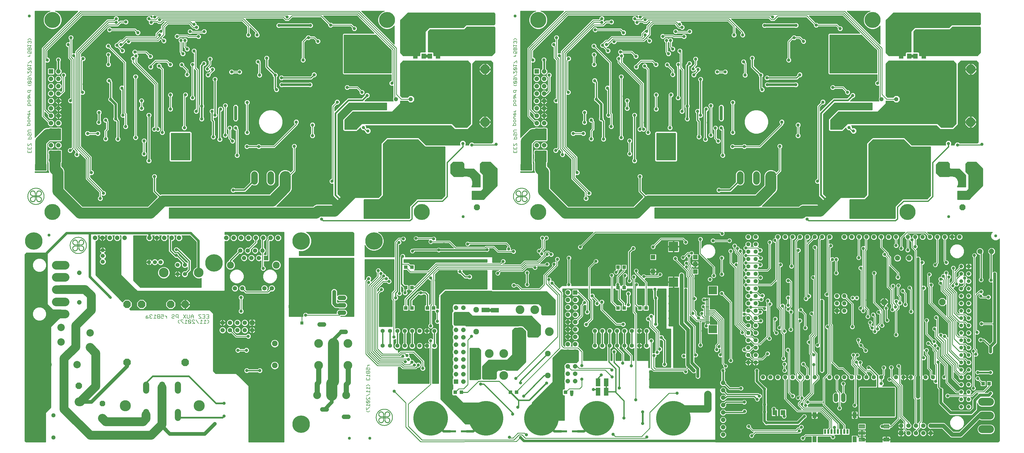
<source format=gbl>
G75*
G70*
%OFA0B0*%
%FSLAX24Y24*%
%IPPOS*%
%LPD*%
%AMOC8*
5,1,8,0,0,1.08239X$1,22.5*
%
%ADD10C,0.0060*%
%ADD11C,0.0050*%
%ADD12OC8,0.0885*%
%ADD13C,0.0100*%
%ADD14C,0.0010*%
%ADD15C,0.0825*%
%ADD16OC8,0.0560*%
%ADD17OC8,0.0760*%
%ADD18C,0.1502*%
%ADD19C,0.1000*%
%ADD20C,0.0594*%
%ADD21R,0.0594X0.0594*%
%ADD22C,0.0594*%
%ADD23C,0.0560*%
%ADD24C,0.1306*%
%ADD25OC8,0.0594*%
%ADD26C,0.0945*%
%ADD27OC8,0.0600*%
%ADD28C,0.0397*%
%ADD29C,0.0860*%
%ADD30OC8,0.0860*%
%ADD31OC8,0.0554*%
%ADD32C,0.1181*%
%ADD33C,0.0768*%
%ADD34C,0.4685*%
%ADD35R,0.0472X0.0472*%
%ADD36C,0.1065*%
%ADD37C,0.0515*%
%ADD38R,0.0515X0.0515*%
%ADD39C,0.0554*%
%ADD40R,0.0630X0.0709*%
%ADD41R,0.0197X0.0098*%
%ADD42C,0.0083*%
%ADD43C,0.0400*%
%ADD44C,0.0700*%
%ADD45OC8,0.0700*%
%ADD46C,0.1181*%
%ADD47R,0.0630X0.1063*%
%ADD48R,0.1063X0.0630*%
%ADD49OC8,0.0906*%
%ADD50R,0.1600X0.0300*%
%ADD51R,0.1181X0.1063*%
%ADD52R,0.0472X0.0118*%
%ADD53R,0.1266X0.1266*%
%ADD54OC8,0.1000*%
%ADD55C,0.0600*%
%ADD56C,0.1063*%
%ADD57R,0.0315X0.0591*%
%ADD58R,0.0571X0.0787*%
%ADD59C,0.0885*%
%ADD60R,0.0098X0.0197*%
%ADD61C,0.1236*%
%ADD62OC8,0.1236*%
%ADD63C,0.1000*%
%ADD64OC8,0.0520*%
%ADD65R,0.0630X0.0710*%
%ADD66OC8,0.0827*%
%ADD67R,0.0396X0.0396*%
%ADD68OC8,0.0396*%
%ADD69C,0.0240*%
%ADD70C,0.0160*%
%ADD71C,0.0320*%
%ADD72C,0.0400*%
%ADD73C,0.0200*%
%ADD74C,0.0120*%
%ADD75C,0.0560*%
%ADD76C,0.2362*%
%ADD77C,0.0500*%
%ADD78C,0.1200*%
%ADD79C,0.0700*%
%ADD80C,0.1500*%
%ADD81R,0.0436X0.0436*%
%ADD82C,0.2165*%
D10*
X024662Y019625D02*
X024662Y019792D01*
X024828Y019959D01*
X025010Y019959D02*
X025010Y019875D01*
X025344Y019542D01*
X025344Y019458D01*
X025526Y019458D02*
X025860Y019458D01*
X025693Y019458D02*
X025693Y019959D01*
X025860Y019792D01*
X026042Y019875D02*
X026375Y019542D01*
X026292Y019458D01*
X026125Y019458D01*
X026042Y019542D01*
X026042Y019875D01*
X026125Y019959D01*
X026292Y019959D01*
X026375Y019875D01*
X026375Y019542D01*
X026557Y019458D02*
X026891Y019458D01*
X026557Y019792D01*
X026557Y019875D01*
X026641Y019959D01*
X026808Y019959D01*
X026891Y019875D01*
X027073Y019959D02*
X027407Y019458D01*
X027589Y019458D02*
X027922Y019458D01*
X027755Y019458D02*
X027755Y019959D01*
X027922Y019792D01*
X027932Y020158D02*
X028266Y020158D01*
X028266Y020659D01*
X027932Y020659D01*
X028266Y020659D01*
X028266Y020158D01*
X027932Y020158D01*
X027750Y020158D02*
X027417Y020158D01*
X027750Y020158D01*
X027750Y020242D01*
X027417Y020575D01*
X027417Y020659D01*
X027750Y020659D01*
X027417Y020659D01*
X027417Y020575D01*
X027750Y020242D01*
X027750Y020158D01*
X028099Y020409D02*
X028266Y020409D01*
X028099Y020409D01*
X028448Y020659D02*
X028782Y020659D01*
X028782Y020158D01*
X028448Y020158D01*
X028782Y020158D01*
X028782Y020659D01*
X028448Y020659D01*
X028615Y020409D02*
X028782Y020409D01*
X028615Y020409D01*
X028615Y019959D02*
X028782Y019792D01*
X028782Y019625D01*
X028615Y019458D01*
X028438Y019458D02*
X028104Y019458D01*
X028271Y019458D02*
X028271Y019959D01*
X028438Y019792D01*
X026719Y020158D02*
X026719Y020492D01*
X026552Y020659D01*
X026386Y020492D01*
X026386Y020158D01*
X026386Y020492D01*
X026552Y020659D01*
X026719Y020492D01*
X026719Y020158D01*
X026719Y020409D02*
X026386Y020409D01*
X026719Y020409D01*
X026203Y020242D02*
X026120Y020158D01*
X025953Y020158D01*
X025870Y020242D01*
X025870Y020659D01*
X025870Y020242D01*
X025953Y020158D01*
X026120Y020158D01*
X026203Y020242D01*
X026203Y020659D01*
X026203Y020242D01*
X025688Y020158D02*
X025354Y020659D01*
X025688Y020158D01*
X025354Y020158D02*
X025688Y020659D01*
X025354Y020158D01*
X025344Y019959D02*
X025010Y019959D01*
X024657Y020158D02*
X024657Y020659D01*
X024406Y020659D01*
X024323Y020575D01*
X024323Y020409D01*
X024406Y020325D01*
X024657Y020325D01*
X024406Y020325D01*
X024323Y020409D01*
X024323Y020575D01*
X024406Y020659D01*
X024657Y020659D01*
X024657Y020158D01*
X024141Y020242D02*
X024058Y020158D01*
X023891Y020158D01*
X023807Y020242D01*
X023807Y020325D01*
X023891Y020409D01*
X024058Y020409D01*
X024141Y020492D01*
X024141Y020575D01*
X024058Y020659D01*
X023891Y020659D01*
X023807Y020575D01*
X023891Y020659D01*
X024058Y020659D01*
X024141Y020575D01*
X024141Y020492D01*
X024058Y020409D01*
X023891Y020409D01*
X023807Y020325D01*
X023807Y020242D01*
X023891Y020158D01*
X024058Y020158D01*
X024141Y020242D01*
X024662Y019625D02*
X024828Y019458D01*
X023110Y020158D02*
X023110Y020492D01*
X023110Y020158D01*
X023110Y020325D02*
X022943Y020492D01*
X022859Y020492D01*
X022943Y020492D01*
X023110Y020325D01*
X022680Y020242D02*
X022597Y020158D01*
X022430Y020158D01*
X022346Y020242D01*
X022346Y020409D01*
X022430Y020492D01*
X022513Y020492D01*
X022680Y020409D01*
X022680Y020659D01*
X022346Y020659D01*
X022680Y020659D01*
X022680Y020409D01*
X022513Y020492D01*
X022430Y020492D01*
X022346Y020409D01*
X022346Y020242D01*
X022430Y020158D01*
X022597Y020158D01*
X022680Y020242D01*
X022164Y020158D02*
X021914Y020158D01*
X021831Y020242D01*
X021831Y020325D01*
X021914Y020409D01*
X022164Y020409D01*
X021914Y020409D01*
X021831Y020492D01*
X021831Y020575D01*
X021914Y020659D01*
X022164Y020659D01*
X022164Y020158D01*
X021914Y020158D01*
X021831Y020242D01*
X021831Y020325D01*
X021914Y020409D01*
X021831Y020492D01*
X021831Y020575D01*
X021914Y020659D01*
X022164Y020659D01*
X022164Y020158D01*
X021649Y020158D02*
X021315Y020158D01*
X021649Y020158D01*
X021482Y020158D02*
X021482Y020659D01*
X021649Y020492D01*
X021482Y020659D01*
X021482Y020158D01*
X021133Y020242D02*
X021050Y020158D01*
X020883Y020158D01*
X020799Y020242D01*
X020799Y020325D01*
X020883Y020409D01*
X020966Y020409D01*
X020883Y020409D01*
X020799Y020492D01*
X020799Y020575D01*
X020883Y020659D01*
X021050Y020659D01*
X021133Y020575D01*
X021050Y020659D01*
X020883Y020659D01*
X020799Y020575D01*
X020799Y020492D01*
X020883Y020409D01*
X020799Y020325D01*
X020799Y020242D01*
X020883Y020158D01*
X021050Y020158D01*
X021133Y020242D01*
X020617Y020242D02*
X020534Y020325D01*
X020284Y020325D01*
X020284Y020409D02*
X020284Y020158D01*
X020534Y020158D01*
X020617Y020242D01*
X020534Y020492D02*
X020367Y020492D01*
X020284Y020409D01*
D11*
X050136Y013470D02*
X050361Y013470D01*
X050286Y013320D01*
X050286Y013244D01*
X050361Y013169D01*
X050512Y013169D01*
X050587Y013244D01*
X050587Y013395D01*
X050512Y013470D01*
X050286Y013628D02*
X050286Y013703D01*
X050437Y013853D01*
X050587Y013853D02*
X050286Y013853D01*
X050136Y013470D02*
X050136Y013169D01*
X050136Y013009D02*
X050136Y012784D01*
X050211Y012709D01*
X050286Y012709D01*
X050361Y012784D01*
X050361Y013009D01*
X050136Y013009D02*
X050587Y013009D01*
X050587Y012784D01*
X050512Y012709D01*
X050437Y012709D01*
X050361Y012784D01*
X050286Y012549D02*
X050136Y012399D01*
X050587Y012399D01*
X050587Y012549D02*
X050587Y012249D01*
X050512Y012089D02*
X050587Y012013D01*
X050587Y011863D01*
X050512Y011788D01*
X050437Y011788D01*
X050361Y011863D01*
X050361Y011938D01*
X050361Y011863D02*
X050286Y011788D01*
X050211Y011788D01*
X050136Y011863D01*
X050136Y012013D01*
X050211Y012089D01*
X050286Y011168D02*
X050136Y011018D01*
X050286Y011168D02*
X050437Y011168D01*
X050587Y011018D01*
X050587Y010861D02*
X050587Y010561D01*
X050587Y010711D02*
X050136Y010711D01*
X050286Y010861D01*
X050286Y010400D02*
X050136Y010250D01*
X050587Y010250D01*
X050587Y010400D02*
X050587Y010100D01*
X050587Y009940D02*
X050136Y009640D01*
X050211Y009480D02*
X050136Y009405D01*
X050136Y009254D01*
X050211Y009179D01*
X050286Y009179D01*
X050587Y009480D01*
X050587Y009179D01*
X050512Y009019D02*
X050211Y008719D01*
X050512Y008719D01*
X050587Y008794D01*
X050587Y008944D01*
X050512Y009019D01*
X050211Y009019D01*
X050136Y008944D01*
X050136Y008794D01*
X050211Y008719D01*
X050286Y008559D02*
X050136Y008409D01*
X050587Y008409D01*
X050587Y008559D02*
X050587Y008259D01*
X050587Y008098D02*
X050512Y008098D01*
X050211Y007798D01*
X050136Y007798D01*
X050136Y008098D01*
X050136Y007638D02*
X050286Y007488D01*
X050437Y007488D01*
X050587Y007638D01*
X070054Y042603D02*
X070054Y042904D01*
X070054Y043064D02*
X070054Y043364D01*
X070054Y043524D02*
X070054Y043824D01*
X070054Y043524D02*
X070129Y043524D01*
X070430Y043824D01*
X070505Y043824D01*
X070505Y043524D01*
X070505Y043364D02*
X070505Y043064D01*
X070054Y043064D01*
X070279Y043064D02*
X070279Y043214D01*
X070505Y042904D02*
X070505Y042603D01*
X070054Y042603D01*
X070279Y042603D02*
X070279Y042753D01*
X070204Y044445D02*
X070204Y044670D01*
X070279Y044745D01*
X070430Y044745D01*
X070505Y044670D01*
X070505Y044445D01*
X070054Y044445D01*
X070129Y044905D02*
X070054Y044980D01*
X070054Y045131D01*
X070129Y045206D01*
X070204Y045206D01*
X070279Y045131D01*
X070279Y044980D01*
X070354Y044905D01*
X070430Y044905D01*
X070505Y044980D01*
X070505Y045131D01*
X070430Y045206D01*
X070505Y045366D02*
X070129Y045366D01*
X070054Y045441D01*
X070054Y045591D01*
X070129Y045666D01*
X070505Y045666D01*
X070354Y046286D02*
X070354Y046512D01*
X070279Y046587D01*
X070129Y046587D01*
X070054Y046512D01*
X070054Y046286D01*
X069904Y046286D02*
X070354Y046286D01*
X070279Y046747D02*
X070129Y046747D01*
X070054Y046822D01*
X070054Y046972D01*
X070129Y047047D01*
X070279Y047047D01*
X070354Y046972D01*
X070354Y046822D01*
X070279Y046747D01*
X070354Y047207D02*
X070129Y047207D01*
X070054Y047282D01*
X070129Y047357D01*
X070054Y047432D01*
X070129Y047508D01*
X070354Y047508D01*
X070279Y047668D02*
X070354Y047743D01*
X070354Y047893D01*
X070279Y047968D01*
X070204Y047968D01*
X070204Y047668D01*
X070129Y047668D02*
X070279Y047668D01*
X070129Y047668D02*
X070054Y047743D01*
X070054Y047893D01*
X070054Y048128D02*
X070354Y048128D01*
X070204Y048128D02*
X070354Y048278D01*
X070354Y048353D01*
X070354Y048972D02*
X070354Y049197D01*
X070279Y049272D01*
X070129Y049272D01*
X070054Y049197D01*
X070054Y048972D01*
X070505Y048972D01*
X070279Y049433D02*
X070129Y049433D01*
X070054Y049508D01*
X070054Y049658D01*
X070129Y049733D01*
X070279Y049733D01*
X070354Y049658D01*
X070354Y049508D01*
X070279Y049433D01*
X070129Y049893D02*
X070204Y049968D01*
X070204Y050193D01*
X070279Y050193D02*
X070054Y050193D01*
X070054Y049968D01*
X070129Y049893D01*
X070354Y049968D02*
X070354Y050118D01*
X070279Y050193D01*
X070204Y050353D02*
X070354Y050503D01*
X070354Y050578D01*
X070279Y050737D02*
X070354Y050812D01*
X070354Y051037D01*
X070505Y051037D02*
X070054Y051037D01*
X070054Y050812D01*
X070129Y050737D01*
X070279Y050737D01*
X070354Y050353D02*
X070054Y050353D01*
X070204Y051658D02*
X070354Y051658D01*
X070505Y051808D01*
X070430Y051965D02*
X070505Y052040D01*
X070505Y052190D01*
X070430Y052265D01*
X070129Y051965D01*
X070054Y052040D01*
X070054Y052190D01*
X070129Y052265D01*
X070430Y052265D01*
X070430Y052425D02*
X070354Y052425D01*
X070279Y052500D01*
X070279Y052725D01*
X070129Y052725D02*
X070430Y052725D01*
X070505Y052650D01*
X070505Y052500D01*
X070430Y052425D01*
X070129Y052425D02*
X070054Y052500D01*
X070054Y052650D01*
X070129Y052725D01*
X070054Y052885D02*
X070505Y053186D01*
X070430Y053346D02*
X070505Y053421D01*
X070505Y053571D01*
X070430Y053646D01*
X070354Y053646D01*
X070054Y053346D01*
X070054Y053646D01*
X070129Y053806D02*
X070430Y054106D01*
X070129Y054106D01*
X070054Y054031D01*
X070054Y053881D01*
X070129Y053806D01*
X070430Y053806D01*
X070505Y053881D01*
X070505Y054031D01*
X070430Y054106D01*
X070354Y054267D02*
X070505Y054417D01*
X070054Y054417D01*
X070054Y054267D02*
X070054Y054567D01*
X070054Y054727D02*
X070129Y054727D01*
X070430Y055027D01*
X070505Y055027D01*
X070505Y054727D01*
X070354Y055648D02*
X070054Y055648D01*
X070204Y055648D02*
X070354Y055798D01*
X070354Y055873D01*
X070279Y056031D02*
X070354Y056182D01*
X070354Y056257D01*
X070279Y056332D01*
X070129Y056332D01*
X070054Y056257D01*
X070054Y056107D01*
X070129Y056031D01*
X070279Y056031D02*
X070505Y056031D01*
X070505Y056332D01*
X070505Y056492D02*
X070505Y056717D01*
X070430Y056792D01*
X070354Y056792D01*
X070279Y056717D01*
X070279Y056492D01*
X070054Y056492D02*
X070054Y056717D01*
X070129Y056792D01*
X070204Y056792D01*
X070279Y056717D01*
X070354Y056952D02*
X070505Y057102D01*
X070054Y057102D01*
X070054Y056952D02*
X070054Y057253D01*
X070129Y057413D02*
X070054Y057488D01*
X070054Y057638D01*
X070129Y057713D01*
X070204Y057713D01*
X070279Y057638D01*
X070279Y057563D01*
X070279Y057638D02*
X070354Y057713D01*
X070430Y057713D01*
X070505Y057638D01*
X070505Y057488D01*
X070430Y057413D01*
X070505Y057873D02*
X070354Y058023D01*
X070204Y058023D01*
X070054Y057873D01*
X070054Y056492D02*
X070505Y056492D01*
X070430Y051965D02*
X070129Y051965D01*
X070054Y051808D02*
X070204Y051658D01*
X004757Y051808D02*
X004606Y051658D01*
X004456Y051658D01*
X004306Y051808D01*
X004381Y051965D02*
X004681Y052265D01*
X004381Y052265D01*
X004306Y052190D01*
X004306Y052040D01*
X004381Y051965D01*
X004681Y051965D01*
X004757Y052040D01*
X004757Y052190D01*
X004681Y052265D01*
X004681Y052425D02*
X004606Y052425D01*
X004531Y052500D01*
X004531Y052725D01*
X004381Y052725D02*
X004681Y052725D01*
X004757Y052650D01*
X004757Y052500D01*
X004681Y052425D01*
X004381Y052425D02*
X004306Y052500D01*
X004306Y052650D01*
X004381Y052725D01*
X004306Y052885D02*
X004757Y053186D01*
X004681Y053346D02*
X004757Y053421D01*
X004757Y053571D01*
X004681Y053646D01*
X004606Y053646D01*
X004306Y053346D01*
X004306Y053646D01*
X004381Y053806D02*
X004681Y054106D01*
X004381Y054106D01*
X004306Y054031D01*
X004306Y053881D01*
X004381Y053806D01*
X004681Y053806D01*
X004757Y053881D01*
X004757Y054031D01*
X004681Y054106D01*
X004606Y054267D02*
X004757Y054417D01*
X004306Y054417D01*
X004306Y054267D02*
X004306Y054567D01*
X004306Y054727D02*
X004381Y054727D01*
X004681Y055027D01*
X004757Y055027D01*
X004757Y054727D01*
X004606Y055648D02*
X004306Y055648D01*
X004456Y055648D02*
X004606Y055798D01*
X004606Y055873D01*
X004531Y056031D02*
X004606Y056182D01*
X004606Y056257D01*
X004531Y056332D01*
X004381Y056332D01*
X004306Y056257D01*
X004306Y056107D01*
X004381Y056031D01*
X004531Y056031D02*
X004757Y056031D01*
X004757Y056332D01*
X004757Y056492D02*
X004757Y056717D01*
X004681Y056792D01*
X004606Y056792D01*
X004531Y056717D01*
X004531Y056492D01*
X004306Y056492D02*
X004306Y056717D01*
X004381Y056792D01*
X004456Y056792D01*
X004531Y056717D01*
X004606Y056952D02*
X004757Y057102D01*
X004306Y057102D01*
X004306Y056952D02*
X004306Y057253D01*
X004381Y057413D02*
X004306Y057488D01*
X004306Y057638D01*
X004381Y057713D01*
X004456Y057713D01*
X004531Y057638D01*
X004531Y057563D01*
X004531Y057638D02*
X004606Y057713D01*
X004681Y057713D01*
X004757Y057638D01*
X004757Y057488D01*
X004681Y057413D01*
X004757Y057873D02*
X004606Y058023D01*
X004456Y058023D01*
X004306Y057873D01*
X004306Y056492D02*
X004757Y056492D01*
X004757Y051037D02*
X004306Y051037D01*
X004306Y050812D01*
X004381Y050737D01*
X004531Y050737D01*
X004606Y050812D01*
X004606Y051037D01*
X004606Y050578D02*
X004606Y050503D01*
X004456Y050353D01*
X004306Y050353D02*
X004606Y050353D01*
X004531Y050193D02*
X004306Y050193D01*
X004306Y049968D01*
X004381Y049893D01*
X004456Y049968D01*
X004456Y050193D01*
X004531Y050193D02*
X004606Y050118D01*
X004606Y049968D01*
X004531Y049733D02*
X004606Y049658D01*
X004606Y049508D01*
X004531Y049433D01*
X004381Y049433D01*
X004306Y049508D01*
X004306Y049658D01*
X004381Y049733D01*
X004531Y049733D01*
X004531Y049272D02*
X004606Y049197D01*
X004606Y048972D01*
X004757Y048972D02*
X004306Y048972D01*
X004306Y049197D01*
X004381Y049272D01*
X004531Y049272D01*
X004606Y048353D02*
X004606Y048278D01*
X004456Y048128D01*
X004306Y048128D02*
X004606Y048128D01*
X004531Y047968D02*
X004456Y047968D01*
X004456Y047668D01*
X004381Y047668D02*
X004531Y047668D01*
X004606Y047743D01*
X004606Y047893D01*
X004531Y047968D01*
X004306Y047893D02*
X004306Y047743D01*
X004381Y047668D01*
X004381Y047508D02*
X004606Y047508D01*
X004381Y047508D02*
X004306Y047432D01*
X004381Y047357D01*
X004306Y047282D01*
X004381Y047207D01*
X004606Y047207D01*
X004531Y047047D02*
X004606Y046972D01*
X004606Y046822D01*
X004531Y046747D01*
X004381Y046747D01*
X004306Y046822D01*
X004306Y046972D01*
X004381Y047047D01*
X004531Y047047D01*
X004531Y046587D02*
X004381Y046587D01*
X004306Y046512D01*
X004306Y046286D01*
X004156Y046286D02*
X004606Y046286D01*
X004606Y046512D01*
X004531Y046587D01*
X004381Y045666D02*
X004757Y045666D01*
X004757Y045366D02*
X004381Y045366D01*
X004306Y045441D01*
X004306Y045591D01*
X004381Y045666D01*
X004381Y045206D02*
X004306Y045131D01*
X004306Y044980D01*
X004381Y044905D01*
X004531Y044980D02*
X004606Y044905D01*
X004681Y044905D01*
X004757Y044980D01*
X004757Y045131D01*
X004681Y045206D01*
X004531Y045131D02*
X004456Y045206D01*
X004381Y045206D01*
X004531Y045131D02*
X004531Y044980D01*
X004531Y044745D02*
X004456Y044670D01*
X004456Y044445D01*
X004306Y044445D02*
X004757Y044445D01*
X004757Y044670D01*
X004681Y044745D01*
X004531Y044745D01*
X004681Y043824D02*
X004381Y043524D01*
X004306Y043524D01*
X004306Y043824D01*
X004681Y043824D02*
X004757Y043824D01*
X004757Y043524D01*
X004757Y043364D02*
X004757Y043064D01*
X004306Y043064D01*
X004306Y043364D01*
X004531Y043214D02*
X004531Y043064D01*
X004306Y042904D02*
X004306Y042603D01*
X004757Y042603D01*
X004757Y042904D01*
X004531Y042753D02*
X004531Y042603D01*
D12*
X005197Y011049D03*
X005222Y008868D03*
X011222Y008868D03*
X011197Y011049D03*
D13*
X003906Y003569D02*
X003946Y003513D01*
X004002Y003472D01*
X006712Y003472D01*
X006712Y003448D02*
X004103Y003448D01*
X004068Y003451D01*
X004002Y003472D01*
X003906Y003569D02*
X003884Y003634D01*
X003882Y003669D01*
X003882Y028798D01*
X004112Y029028D01*
X006937Y029028D01*
X006937Y022078D01*
X007662Y021353D01*
X008787Y021353D01*
X008787Y020253D01*
X008637Y020253D01*
X007412Y019028D01*
X007412Y008103D01*
X006712Y007403D01*
X006712Y003448D01*
X006712Y003571D02*
X003905Y003571D01*
X003882Y003669D02*
X006712Y003669D01*
X006712Y003768D02*
X003882Y003768D01*
X003882Y003866D02*
X006712Y003866D01*
X006712Y003965D02*
X003882Y003965D01*
X003882Y004063D02*
X006712Y004063D01*
X006712Y004162D02*
X003882Y004162D01*
X003882Y004260D02*
X006712Y004260D01*
X006712Y004359D02*
X003882Y004359D01*
X003882Y004457D02*
X006712Y004457D01*
X006712Y004556D02*
X003882Y004556D01*
X003882Y004654D02*
X006712Y004654D01*
X006712Y004753D02*
X003882Y004753D01*
X003882Y004851D02*
X006712Y004851D01*
X006712Y004950D02*
X003882Y004950D01*
X003882Y005048D02*
X006712Y005048D01*
X006712Y005147D02*
X003882Y005147D01*
X003882Y005245D02*
X006712Y005245D01*
X006712Y005344D02*
X003882Y005344D01*
X003882Y005442D02*
X006712Y005442D01*
X006712Y005541D02*
X003882Y005541D01*
X003882Y005639D02*
X006712Y005639D01*
X006712Y005738D02*
X003882Y005738D01*
X003882Y005836D02*
X006712Y005836D01*
X006712Y005935D02*
X003882Y005935D01*
X003882Y006033D02*
X006712Y006033D01*
X006712Y006132D02*
X003882Y006132D01*
X003882Y006230D02*
X006712Y006230D01*
X006712Y006329D02*
X003882Y006329D01*
X003882Y006427D02*
X006712Y006427D01*
X006712Y006526D02*
X003882Y006526D01*
X003882Y006624D02*
X006712Y006624D01*
X006712Y006723D02*
X003882Y006723D01*
X003882Y006821D02*
X006712Y006821D01*
X006712Y006920D02*
X003882Y006920D01*
X003882Y007018D02*
X006712Y007018D01*
X006712Y007117D02*
X003882Y007117D01*
X003882Y007215D02*
X006712Y007215D01*
X006712Y007314D02*
X003882Y007314D01*
X003882Y007412D02*
X006721Y007412D01*
X006819Y007511D02*
X003882Y007511D01*
X003882Y007609D02*
X006918Y007609D01*
X007016Y007708D02*
X003882Y007708D01*
X003882Y007806D02*
X007115Y007806D01*
X007213Y007905D02*
X003882Y007905D01*
X003882Y008003D02*
X007312Y008003D01*
X007410Y008102D02*
X003882Y008102D01*
X003882Y008200D02*
X007412Y008200D01*
X007412Y008299D02*
X003882Y008299D01*
X003882Y008397D02*
X007412Y008397D01*
X007412Y008496D02*
X003882Y008496D01*
X003882Y008594D02*
X007412Y008594D01*
X007412Y008693D02*
X003882Y008693D01*
X003882Y008791D02*
X007412Y008791D01*
X007412Y008890D02*
X003882Y008890D01*
X003882Y008988D02*
X007412Y008988D01*
X007412Y009087D02*
X003882Y009087D01*
X003882Y009185D02*
X007412Y009185D01*
X007412Y009284D02*
X003882Y009284D01*
X003882Y009382D02*
X007412Y009382D01*
X007412Y009481D02*
X003882Y009481D01*
X003882Y009579D02*
X007412Y009579D01*
X007412Y009678D02*
X003882Y009678D01*
X003882Y009776D02*
X007412Y009776D01*
X007412Y009875D02*
X003882Y009875D01*
X003882Y009973D02*
X007412Y009973D01*
X007412Y010072D02*
X003882Y010072D01*
X003882Y010170D02*
X007412Y010170D01*
X007412Y010269D02*
X003882Y010269D01*
X003882Y010367D02*
X007412Y010367D01*
X007412Y010466D02*
X003882Y010466D01*
X003882Y010564D02*
X007412Y010564D01*
X007412Y010663D02*
X003882Y010663D01*
X003882Y010761D02*
X007412Y010761D01*
X007412Y010860D02*
X003882Y010860D01*
X003882Y010958D02*
X007412Y010958D01*
X007412Y011057D02*
X003882Y011057D01*
X003882Y011155D02*
X007412Y011155D01*
X007412Y011254D02*
X003882Y011254D01*
X003882Y011352D02*
X007412Y011352D01*
X007412Y011451D02*
X003882Y011451D01*
X003882Y011549D02*
X007412Y011549D01*
X007412Y011648D02*
X003882Y011648D01*
X003882Y011746D02*
X007412Y011746D01*
X007412Y011845D02*
X003882Y011845D01*
X003882Y011943D02*
X007412Y011943D01*
X007412Y012042D02*
X003882Y012042D01*
X003882Y012140D02*
X007412Y012140D01*
X007412Y012239D02*
X003882Y012239D01*
X003882Y012337D02*
X007412Y012337D01*
X007412Y012436D02*
X003882Y012436D01*
X003882Y012534D02*
X007412Y012534D01*
X007412Y012633D02*
X003882Y012633D01*
X003882Y012731D02*
X007412Y012731D01*
X007412Y012830D02*
X003882Y012830D01*
X003882Y012928D02*
X007412Y012928D01*
X007412Y013027D02*
X003882Y013027D01*
X003882Y013125D02*
X007412Y013125D01*
X007412Y013224D02*
X003882Y013224D01*
X003882Y013322D02*
X007412Y013322D01*
X007412Y013421D02*
X003882Y013421D01*
X003882Y013519D02*
X007412Y013519D01*
X007412Y013618D02*
X003882Y013618D01*
X003882Y013716D02*
X007412Y013716D01*
X007412Y013815D02*
X003882Y013815D01*
X003882Y013913D02*
X007412Y013913D01*
X007412Y014012D02*
X003882Y014012D01*
X003882Y014110D02*
X007412Y014110D01*
X007412Y014209D02*
X003882Y014209D01*
X003882Y014307D02*
X007412Y014307D01*
X007412Y014406D02*
X003882Y014406D01*
X003882Y014504D02*
X007412Y014504D01*
X007412Y014603D02*
X003882Y014603D01*
X003882Y014701D02*
X007412Y014701D01*
X007412Y014800D02*
X003882Y014800D01*
X003882Y014898D02*
X007412Y014898D01*
X007412Y014997D02*
X003882Y014997D01*
X003882Y015095D02*
X007412Y015095D01*
X007412Y015194D02*
X003882Y015194D01*
X003882Y015292D02*
X007412Y015292D01*
X007412Y015391D02*
X003882Y015391D01*
X003882Y015489D02*
X007412Y015489D01*
X007412Y015588D02*
X003882Y015588D01*
X003882Y015686D02*
X007412Y015686D01*
X007412Y015785D02*
X003882Y015785D01*
X003882Y015883D02*
X007412Y015883D01*
X007412Y015982D02*
X003882Y015982D01*
X003882Y016080D02*
X007412Y016080D01*
X007412Y016179D02*
X003882Y016179D01*
X003882Y016277D02*
X007412Y016277D01*
X007412Y016376D02*
X003882Y016376D01*
X003882Y016474D02*
X007412Y016474D01*
X007412Y016573D02*
X003882Y016573D01*
X003882Y016671D02*
X007412Y016671D01*
X007412Y016770D02*
X003882Y016770D01*
X003882Y016868D02*
X007412Y016868D01*
X007412Y016967D02*
X003882Y016967D01*
X003882Y017065D02*
X007412Y017065D01*
X007412Y017164D02*
X003882Y017164D01*
X003882Y017262D02*
X007412Y017262D01*
X007412Y017361D02*
X003882Y017361D01*
X003882Y017459D02*
X007412Y017459D01*
X007412Y017558D02*
X003882Y017558D01*
X003882Y017656D02*
X007412Y017656D01*
X007412Y017755D02*
X003882Y017755D01*
X003882Y017853D02*
X007412Y017853D01*
X007412Y017952D02*
X003882Y017952D01*
X003882Y018050D02*
X007412Y018050D01*
X007412Y018149D02*
X003882Y018149D01*
X003882Y018247D02*
X007412Y018247D01*
X007412Y018346D02*
X003882Y018346D01*
X003882Y018444D02*
X007412Y018444D01*
X007412Y018543D02*
X003882Y018543D01*
X003882Y018641D02*
X007412Y018641D01*
X007412Y018740D02*
X003882Y018740D01*
X003882Y018838D02*
X007412Y018838D01*
X007412Y018937D02*
X003882Y018937D01*
X003882Y019035D02*
X007419Y019035D01*
X007517Y019134D02*
X003882Y019134D01*
X003882Y019232D02*
X007616Y019232D01*
X007714Y019331D02*
X003882Y019331D01*
X003882Y019429D02*
X007813Y019429D01*
X007911Y019528D02*
X003882Y019528D01*
X003882Y019626D02*
X008010Y019626D01*
X008108Y019725D02*
X003882Y019725D01*
X003882Y019823D02*
X008207Y019823D01*
X008305Y019922D02*
X006287Y019922D01*
X006395Y019967D02*
X006660Y020231D01*
X006803Y020577D01*
X006803Y020951D01*
X006660Y021297D01*
X006395Y021562D01*
X006050Y021705D01*
X005676Y021705D01*
X005330Y021562D01*
X005065Y021297D01*
X004922Y020951D01*
X004922Y020577D01*
X005065Y020231D01*
X005330Y019967D01*
X005676Y019824D01*
X006050Y019824D01*
X006395Y019967D01*
X006449Y020020D02*
X008404Y020020D01*
X008502Y020119D02*
X006548Y020119D01*
X006646Y020217D02*
X008601Y020217D01*
X008787Y020316D02*
X006695Y020316D01*
X006736Y020414D02*
X008787Y020414D01*
X008787Y020513D02*
X006777Y020513D01*
X006803Y020611D02*
X008787Y020611D01*
X008787Y020710D02*
X006803Y020710D01*
X006803Y020808D02*
X008787Y020808D01*
X008787Y020907D02*
X006803Y020907D01*
X006781Y021005D02*
X008787Y021005D01*
X008787Y021104D02*
X006740Y021104D01*
X006699Y021202D02*
X008787Y021202D01*
X008787Y021301D02*
X006656Y021301D01*
X006558Y021399D02*
X007616Y021399D01*
X007517Y021498D02*
X006459Y021498D01*
X006311Y021596D02*
X007419Y021596D01*
X007320Y021695D02*
X006073Y021695D01*
X005652Y021695D02*
X003882Y021695D01*
X003882Y021793D02*
X007222Y021793D01*
X007123Y021892D02*
X003882Y021892D01*
X003882Y021990D02*
X007025Y021990D01*
X006937Y022089D02*
X003882Y022089D01*
X003882Y022187D02*
X006937Y022187D01*
X006937Y022286D02*
X003882Y022286D01*
X003882Y022384D02*
X006937Y022384D01*
X006937Y022483D02*
X003882Y022483D01*
X003882Y022581D02*
X006937Y022581D01*
X006937Y022680D02*
X003882Y022680D01*
X003882Y022778D02*
X006937Y022778D01*
X006937Y022877D02*
X003882Y022877D01*
X003882Y022975D02*
X006937Y022975D01*
X006937Y023074D02*
X003882Y023074D01*
X003882Y023172D02*
X006937Y023172D01*
X006937Y023271D02*
X003882Y023271D01*
X003882Y023369D02*
X006937Y023369D01*
X006937Y023468D02*
X003882Y023468D01*
X003882Y023566D02*
X006937Y023566D01*
X006937Y023665D02*
X003882Y023665D01*
X003882Y023763D02*
X006937Y023763D01*
X006937Y023862D02*
X003882Y023862D01*
X003882Y023960D02*
X006937Y023960D01*
X006937Y024059D02*
X003882Y024059D01*
X003882Y024157D02*
X006937Y024157D01*
X006937Y024256D02*
X003882Y024256D01*
X003882Y024354D02*
X006937Y024354D01*
X006937Y024453D02*
X003882Y024453D01*
X003882Y024551D02*
X006937Y024551D01*
X006937Y024650D02*
X003882Y024650D01*
X003882Y024748D02*
X006937Y024748D01*
X006937Y024847D02*
X003882Y024847D01*
X003882Y024945D02*
X006937Y024945D01*
X006937Y025044D02*
X003882Y025044D01*
X003882Y025142D02*
X006937Y025142D01*
X006937Y025241D02*
X003882Y025241D01*
X003882Y025339D02*
X006937Y025339D01*
X006937Y025438D02*
X003882Y025438D01*
X003882Y025536D02*
X006937Y025536D01*
X006937Y025635D02*
X003882Y025635D01*
X003882Y025733D02*
X006937Y025733D01*
X006937Y025832D02*
X003882Y025832D01*
X003882Y025930D02*
X006937Y025930D01*
X006937Y026029D02*
X003882Y026029D01*
X003882Y026127D02*
X006937Y026127D01*
X006937Y026226D02*
X003882Y026226D01*
X003882Y026324D02*
X006937Y026324D01*
X006937Y026423D02*
X003882Y026423D01*
X003882Y026521D02*
X005474Y026521D01*
X005330Y026581D02*
X005676Y026438D01*
X006050Y026438D01*
X006395Y026581D01*
X006660Y026846D01*
X006803Y027191D01*
X006803Y027565D01*
X006660Y027911D01*
X006395Y028176D01*
X006050Y028319D01*
X005676Y028319D01*
X005330Y028176D01*
X005065Y027911D01*
X004922Y027565D01*
X004922Y027191D01*
X005065Y026846D01*
X005330Y026581D01*
X005291Y026620D02*
X003882Y026620D01*
X003882Y026718D02*
X005192Y026718D01*
X005094Y026817D02*
X003882Y026817D01*
X003882Y026915D02*
X005036Y026915D01*
X004996Y027014D02*
X003882Y027014D01*
X003882Y027112D02*
X004955Y027112D01*
X004922Y027211D02*
X003882Y027211D01*
X003882Y027309D02*
X004922Y027309D01*
X004922Y027408D02*
X003882Y027408D01*
X003882Y027506D02*
X004922Y027506D01*
X004938Y027605D02*
X003882Y027605D01*
X003882Y027703D02*
X004979Y027703D01*
X005020Y027802D02*
X003882Y027802D01*
X003882Y027900D02*
X005061Y027900D01*
X005153Y027999D02*
X003882Y027999D01*
X003882Y028097D02*
X005252Y028097D01*
X005379Y028196D02*
X003882Y028196D01*
X003882Y028294D02*
X005616Y028294D01*
X006109Y028294D02*
X006937Y028294D01*
X006937Y028196D02*
X006347Y028196D01*
X006474Y028097D02*
X006937Y028097D01*
X006937Y027999D02*
X006572Y027999D01*
X006664Y027900D02*
X006937Y027900D01*
X006937Y027802D02*
X006705Y027802D01*
X006746Y027703D02*
X006937Y027703D01*
X006937Y027605D02*
X006787Y027605D01*
X006803Y027506D02*
X006937Y027506D01*
X006937Y027408D02*
X006803Y027408D01*
X006803Y027309D02*
X006937Y027309D01*
X006937Y027211D02*
X006803Y027211D01*
X006771Y027112D02*
X006937Y027112D01*
X006937Y027014D02*
X006730Y027014D01*
X006689Y026915D02*
X006937Y026915D01*
X006937Y026817D02*
X006631Y026817D01*
X006533Y026718D02*
X006937Y026718D01*
X006937Y026620D02*
X006434Y026620D01*
X006252Y026521D02*
X006937Y026521D01*
X006937Y028393D02*
X003882Y028393D01*
X003882Y028491D02*
X006937Y028491D01*
X006937Y028590D02*
X003882Y028590D01*
X003882Y028688D02*
X006937Y028688D01*
X006937Y028787D02*
X003882Y028787D01*
X003969Y028885D02*
X006937Y028885D01*
X006937Y028984D02*
X004067Y028984D01*
X010697Y029979D02*
X011524Y029979D01*
X011524Y030136D02*
X010697Y030136D01*
X010010Y030057D02*
X010012Y030123D01*
X010018Y030188D01*
X010028Y030253D01*
X010041Y030318D01*
X010059Y030381D01*
X010080Y030444D01*
X010105Y030504D01*
X010134Y030564D01*
X010166Y030621D01*
X010201Y030677D01*
X010240Y030730D01*
X010282Y030781D01*
X010326Y030829D01*
X010374Y030874D01*
X010424Y030917D01*
X010477Y030956D01*
X010532Y030993D01*
X010589Y031026D01*
X010648Y031055D01*
X010708Y031081D01*
X010770Y031103D01*
X010833Y031122D01*
X010897Y031136D01*
X010962Y031147D01*
X011028Y031154D01*
X011094Y031157D01*
X011159Y031156D01*
X011225Y031151D01*
X011290Y031142D01*
X011355Y031129D01*
X011418Y031113D01*
X011481Y031093D01*
X011542Y031068D01*
X011602Y031041D01*
X011660Y031010D01*
X011716Y030975D01*
X011770Y030937D01*
X011821Y030896D01*
X011870Y030852D01*
X011916Y030805D01*
X011960Y030756D01*
X012000Y030704D01*
X012037Y030649D01*
X012071Y030593D01*
X012101Y030534D01*
X012128Y030474D01*
X012151Y030413D01*
X012170Y030350D01*
X012186Y030286D01*
X012198Y030221D01*
X012206Y030156D01*
X012210Y030090D01*
X012210Y030024D01*
X012206Y029958D01*
X012198Y029893D01*
X012186Y029828D01*
X012170Y029764D01*
X012151Y029701D01*
X012128Y029640D01*
X012101Y029580D01*
X012071Y029521D01*
X012037Y029465D01*
X012000Y029410D01*
X011960Y029358D01*
X011916Y029309D01*
X011870Y029262D01*
X011821Y029218D01*
X011770Y029177D01*
X011716Y029139D01*
X011660Y029104D01*
X011602Y029073D01*
X011542Y029046D01*
X011481Y029021D01*
X011418Y029001D01*
X011355Y028985D01*
X011290Y028972D01*
X011225Y028963D01*
X011159Y028958D01*
X011094Y028957D01*
X011028Y028960D01*
X010962Y028967D01*
X010897Y028978D01*
X010833Y028992D01*
X010770Y029011D01*
X010708Y029033D01*
X010648Y029059D01*
X010589Y029088D01*
X010532Y029121D01*
X010477Y029158D01*
X010424Y029197D01*
X010374Y029240D01*
X010326Y029285D01*
X010282Y029333D01*
X010240Y029384D01*
X010201Y029437D01*
X010166Y029493D01*
X010134Y029550D01*
X010105Y029610D01*
X010080Y029670D01*
X010059Y029733D01*
X010041Y029796D01*
X010028Y029861D01*
X010018Y029926D01*
X010012Y029991D01*
X010010Y030057D01*
X011012Y029664D02*
X011012Y030451D01*
X011209Y030451D02*
X011209Y029664D01*
X013487Y029673D02*
X014096Y029673D01*
X014111Y029694D02*
X014071Y029640D01*
X014041Y029580D01*
X014020Y029516D01*
X014010Y029454D01*
X014398Y029454D01*
X014398Y029377D01*
X014010Y029377D01*
X014020Y029316D01*
X014041Y029252D01*
X014071Y029192D01*
X014111Y029137D01*
X014158Y029090D01*
X014213Y029050D01*
X014246Y029033D01*
X014183Y029007D01*
X014058Y028882D01*
X013990Y028717D01*
X013990Y028539D01*
X014058Y028375D01*
X014183Y028249D01*
X014219Y028235D01*
X014183Y028220D01*
X014058Y028094D01*
X013990Y027930D01*
X013990Y027752D01*
X014058Y027588D01*
X014183Y027462D01*
X014348Y027394D01*
X014526Y027394D01*
X014690Y027462D01*
X014816Y027588D01*
X014884Y027752D01*
X014884Y027930D01*
X014816Y028094D01*
X014690Y028220D01*
X014655Y028235D01*
X014690Y028249D01*
X014816Y028375D01*
X014884Y028539D01*
X014884Y028717D01*
X014816Y028882D01*
X014690Y029007D01*
X014627Y029033D01*
X014661Y029050D01*
X014715Y029090D01*
X014763Y029137D01*
X014802Y029192D01*
X014833Y029252D01*
X014853Y029316D01*
X014863Y029377D01*
X014475Y029377D01*
X014475Y029454D01*
X014863Y029454D01*
X014853Y029516D01*
X014833Y029580D01*
X014802Y029640D01*
X014763Y029694D01*
X014715Y029742D01*
X014661Y029781D01*
X014601Y029812D01*
X014537Y029832D01*
X014475Y029842D01*
X014475Y029454D01*
X014398Y029454D01*
X014398Y029842D01*
X014337Y029832D01*
X014273Y029812D01*
X014213Y029781D01*
X014158Y029742D01*
X014111Y029694D01*
X014200Y029772D02*
X013487Y029772D01*
X013487Y029870D02*
X016912Y029870D01*
X016912Y029772D02*
X014673Y029772D01*
X014777Y029673D02*
X016912Y029673D01*
X016912Y029575D02*
X014834Y029575D01*
X014860Y029476D02*
X016912Y029476D01*
X016912Y029378D02*
X014475Y029378D01*
X014398Y029378D02*
X013487Y029378D01*
X013487Y029476D02*
X014014Y029476D01*
X014039Y029575D02*
X013487Y029575D01*
X013487Y029279D02*
X014032Y029279D01*
X014079Y029181D02*
X013487Y029181D01*
X013487Y029082D02*
X014169Y029082D01*
X014160Y028984D02*
X013487Y028984D01*
X013487Y028885D02*
X014061Y028885D01*
X014018Y028787D02*
X013487Y028787D01*
X013487Y028688D02*
X013990Y028688D01*
X013990Y028590D02*
X013487Y028590D01*
X013487Y028491D02*
X014009Y028491D01*
X014050Y028393D02*
X013487Y028393D01*
X013487Y028294D02*
X014138Y028294D01*
X014159Y028196D02*
X013487Y028196D01*
X013487Y028097D02*
X014061Y028097D01*
X014018Y027999D02*
X013487Y027999D01*
X013487Y027900D02*
X013990Y027900D01*
X013990Y027802D02*
X013487Y027802D01*
X013487Y027703D02*
X014010Y027703D01*
X014050Y027605D02*
X013487Y027605D01*
X013487Y027506D02*
X014139Y027506D01*
X014314Y027408D02*
X013487Y027408D01*
X013487Y027309D02*
X016912Y027309D01*
X016912Y027211D02*
X013487Y027211D01*
X013487Y027112D02*
X016912Y027112D01*
X016912Y027014D02*
X013487Y027014D01*
X013487Y026915D02*
X016912Y026915D01*
X016912Y026817D02*
X013487Y026817D01*
X013487Y026718D02*
X016912Y026718D01*
X016912Y026620D02*
X013487Y026620D01*
X013487Y026521D02*
X016912Y026521D01*
X016912Y026423D02*
X013487Y026423D01*
X013487Y026324D02*
X016912Y026324D01*
X016912Y026226D02*
X013487Y026226D01*
X013487Y026127D02*
X016912Y026127D01*
X016912Y026053D02*
X019087Y023878D01*
X030937Y023878D01*
X030962Y024003D01*
X030962Y030618D01*
X030968Y030611D01*
X031355Y030611D01*
X031629Y030885D01*
X031629Y031272D01*
X031355Y031545D01*
X030968Y031545D01*
X030962Y031545D01*
X030968Y031545D02*
X030962Y031539D01*
X030962Y031843D01*
X038962Y031843D01*
X038962Y003448D01*
X034187Y003448D01*
X034187Y011028D01*
X032512Y012703D01*
X029737Y012703D01*
X029412Y013028D01*
X029412Y020828D01*
X028937Y021303D01*
X018187Y021303D01*
X018049Y021442D01*
X018395Y021788D01*
X018395Y022343D01*
X018002Y022735D01*
X017447Y022735D01*
X017104Y022392D01*
X013487Y026028D01*
X013487Y030611D01*
X013580Y030611D01*
X013854Y030885D01*
X013854Y031272D01*
X013752Y031373D01*
X014050Y031373D01*
X013940Y031263D01*
X013940Y031127D01*
X014338Y031127D01*
X014338Y031030D01*
X013940Y031030D01*
X013940Y030893D01*
X014202Y030631D01*
X014338Y030631D01*
X014338Y031030D01*
X014435Y031030D01*
X014435Y030631D01*
X014572Y030631D01*
X014834Y030893D01*
X014834Y031030D01*
X014435Y031030D01*
X014435Y031127D01*
X014834Y031127D01*
X014834Y031263D01*
X014724Y031373D01*
X015021Y031373D01*
X014920Y031272D01*
X014920Y030885D01*
X015193Y030611D01*
X015580Y030611D01*
X015854Y030885D01*
X015854Y031272D01*
X015752Y031373D01*
X016021Y031373D01*
X015920Y031272D01*
X015920Y030885D01*
X016193Y030611D01*
X016580Y030611D01*
X016854Y030885D01*
X016854Y031272D01*
X016752Y031373D01*
X016912Y031373D01*
X016912Y026053D01*
X016936Y026029D02*
X013487Y026029D01*
X013584Y025930D02*
X017035Y025930D01*
X017133Y025832D02*
X013682Y025832D01*
X013780Y025733D02*
X017232Y025733D01*
X017330Y025635D02*
X013878Y025635D01*
X013976Y025536D02*
X017429Y025536D01*
X017527Y025438D02*
X014074Y025438D01*
X014172Y025339D02*
X017626Y025339D01*
X017724Y025241D02*
X014270Y025241D01*
X014368Y025142D02*
X017823Y025142D01*
X017921Y025044D02*
X014466Y025044D01*
X014564Y024945D02*
X018020Y024945D01*
X018118Y024847D02*
X014662Y024847D01*
X014760Y024748D02*
X018217Y024748D01*
X018315Y024650D02*
X014858Y024650D01*
X014956Y024551D02*
X018414Y024551D01*
X018512Y024453D02*
X015054Y024453D01*
X015152Y024354D02*
X018611Y024354D01*
X018709Y024256D02*
X015250Y024256D01*
X015348Y024157D02*
X018808Y024157D01*
X018906Y024059D02*
X015446Y024059D01*
X015544Y023960D02*
X019005Y023960D01*
X019462Y024453D02*
X027762Y024453D01*
X027762Y024378D02*
X019537Y024378D01*
X018612Y025303D01*
X018612Y031373D01*
X020396Y031373D01*
X020295Y031272D01*
X020295Y030885D01*
X020568Y030611D01*
X020955Y030611D01*
X021229Y030885D01*
X021229Y031272D01*
X021127Y031373D01*
X021425Y031373D01*
X021315Y031263D01*
X021315Y031127D01*
X021713Y031127D01*
X021713Y031030D01*
X021315Y031030D01*
X021315Y030893D01*
X021577Y030631D01*
X021713Y030631D01*
X021713Y031030D01*
X021810Y031030D01*
X021810Y030631D01*
X021947Y030631D01*
X022209Y030893D01*
X022209Y031030D01*
X021810Y031030D01*
X021810Y031127D01*
X022209Y031127D01*
X022209Y031263D01*
X022099Y031373D01*
X022396Y031373D01*
X022295Y031272D01*
X022295Y030885D01*
X022568Y030611D01*
X022955Y030611D01*
X023229Y030885D01*
X023229Y031272D01*
X023127Y031373D01*
X023396Y031373D01*
X023295Y031272D01*
X023295Y030885D01*
X023337Y030843D01*
X023337Y029304D01*
X023375Y029212D01*
X024095Y028491D01*
X024109Y028486D01*
X024259Y028335D01*
X024501Y028335D01*
X025171Y027666D01*
X025105Y027508D01*
X025105Y027329D01*
X025174Y027163D01*
X025300Y027037D01*
X025466Y026968D01*
X025645Y026968D01*
X025810Y027037D01*
X025887Y027113D01*
X025887Y026843D01*
X025650Y026606D01*
X025645Y026608D01*
X025466Y026608D01*
X025300Y026540D01*
X025174Y026413D01*
X025105Y026248D01*
X025105Y026069D01*
X025174Y025903D01*
X025300Y025777D01*
X025466Y025708D01*
X025645Y025708D01*
X025810Y025777D01*
X025937Y025903D01*
X026005Y026069D01*
X026005Y026248D01*
X026003Y026253D01*
X026349Y026598D01*
X026387Y026690D01*
X026387Y027998D01*
X026349Y028090D01*
X024819Y029620D01*
X024748Y029690D01*
X024701Y029710D01*
X024564Y029846D01*
X024259Y029846D01*
X024044Y029631D01*
X024044Y029326D01*
X024259Y029110D01*
X024564Y029110D01*
X024593Y029139D01*
X025887Y027845D01*
X025887Y027723D01*
X025810Y027800D01*
X025697Y027846D01*
X025697Y027847D01*
X024780Y028764D01*
X024780Y028856D01*
X024564Y029071D01*
X024259Y029071D01*
X024241Y029053D01*
X023837Y029457D01*
X023837Y030611D01*
X023955Y030611D01*
X024229Y030885D01*
X024229Y031272D01*
X024127Y031373D01*
X024396Y031373D01*
X024295Y031272D01*
X024295Y030885D01*
X024568Y030611D01*
X024955Y030611D01*
X025229Y030885D01*
X025229Y031272D01*
X025127Y031373D01*
X026225Y031373D01*
X027082Y030517D01*
X027082Y027100D01*
X026967Y027053D01*
X026736Y026821D01*
X026610Y026519D01*
X026610Y026191D01*
X026736Y025889D01*
X026967Y025658D01*
X027269Y025532D01*
X027597Y025532D01*
X027762Y025601D01*
X027762Y024378D01*
X027762Y024551D02*
X019364Y024551D01*
X019265Y024650D02*
X027762Y024650D01*
X027762Y024748D02*
X019167Y024748D01*
X019068Y024847D02*
X027762Y024847D01*
X027762Y024945D02*
X018970Y024945D01*
X018871Y025044D02*
X027762Y025044D01*
X027762Y025142D02*
X018773Y025142D01*
X018674Y025241D02*
X027762Y025241D01*
X027762Y025339D02*
X018612Y025339D01*
X018612Y025438D02*
X027762Y025438D01*
X027762Y025536D02*
X027607Y025536D01*
X027260Y025536D02*
X022866Y025536D01*
X022857Y025532D02*
X023159Y025658D01*
X023390Y025889D01*
X023516Y026191D01*
X023516Y026519D01*
X023390Y026821D01*
X023159Y027053D01*
X022857Y027178D01*
X022529Y027178D01*
X022227Y027053D01*
X021995Y026821D01*
X021870Y026519D01*
X021870Y026191D01*
X021995Y025889D01*
X022227Y025658D01*
X022529Y025532D01*
X022857Y025532D01*
X023104Y025635D02*
X027022Y025635D01*
X026891Y025733D02*
X025705Y025733D01*
X025865Y025832D02*
X026793Y025832D01*
X026719Y025930D02*
X025948Y025930D01*
X025989Y026029D02*
X026678Y026029D01*
X026637Y026127D02*
X026005Y026127D01*
X026005Y026226D02*
X026610Y026226D01*
X026610Y026324D02*
X026075Y026324D01*
X026173Y026423D02*
X026610Y026423D01*
X026611Y026521D02*
X026272Y026521D01*
X026358Y026620D02*
X026652Y026620D01*
X026693Y026718D02*
X026387Y026718D01*
X026387Y026817D02*
X026734Y026817D01*
X026830Y026915D02*
X026387Y026915D01*
X026387Y027014D02*
X026928Y027014D01*
X027082Y027112D02*
X026387Y027112D01*
X026387Y027211D02*
X027082Y027211D01*
X027082Y027309D02*
X026387Y027309D01*
X026387Y027408D02*
X027082Y027408D01*
X027082Y027506D02*
X026387Y027506D01*
X026387Y027605D02*
X027082Y027605D01*
X027082Y027703D02*
X026387Y027703D01*
X026387Y027802D02*
X027082Y027802D01*
X027082Y027900D02*
X026387Y027900D01*
X026386Y027999D02*
X027082Y027999D01*
X027082Y028097D02*
X026341Y028097D01*
X026243Y028196D02*
X027082Y028196D01*
X027082Y028294D02*
X026144Y028294D01*
X026046Y028393D02*
X027082Y028393D01*
X027082Y028491D02*
X025947Y028491D01*
X025849Y028590D02*
X027082Y028590D01*
X027082Y028688D02*
X025750Y028688D01*
X025652Y028787D02*
X027082Y028787D01*
X027082Y028885D02*
X025553Y028885D01*
X025455Y028984D02*
X027082Y028984D01*
X027082Y029082D02*
X025356Y029082D01*
X025258Y029181D02*
X027082Y029181D01*
X027082Y029279D02*
X025159Y029279D01*
X025061Y029378D02*
X027082Y029378D01*
X027082Y029476D02*
X024962Y029476D01*
X024864Y029575D02*
X027082Y029575D01*
X027082Y029673D02*
X024765Y029673D01*
X024639Y029772D02*
X027082Y029772D01*
X027082Y029870D02*
X023837Y029870D01*
X023837Y029772D02*
X024185Y029772D01*
X024086Y029673D02*
X023837Y029673D01*
X023837Y029575D02*
X024044Y029575D01*
X024044Y029476D02*
X023837Y029476D01*
X023916Y029378D02*
X024044Y029378D01*
X024014Y029279D02*
X024090Y029279D01*
X024113Y029181D02*
X024189Y029181D01*
X024211Y029082D02*
X024649Y029082D01*
X024652Y028984D02*
X024748Y028984D01*
X024750Y028885D02*
X024846Y028885D01*
X024780Y028787D02*
X024945Y028787D01*
X024855Y028688D02*
X025043Y028688D01*
X024954Y028590D02*
X025142Y028590D01*
X025052Y028491D02*
X025240Y028491D01*
X025151Y028393D02*
X025339Y028393D01*
X025249Y028294D02*
X025437Y028294D01*
X025348Y028196D02*
X025536Y028196D01*
X025446Y028097D02*
X025634Y028097D01*
X025545Y027999D02*
X025733Y027999D01*
X025643Y027900D02*
X025831Y027900D01*
X025805Y027802D02*
X025887Y027802D01*
X025886Y027112D02*
X025887Y027112D01*
X025887Y027014D02*
X025755Y027014D01*
X025887Y026915D02*
X023296Y026915D01*
X023392Y026817D02*
X025860Y026817D01*
X025762Y026718D02*
X023433Y026718D01*
X023474Y026620D02*
X025663Y026620D01*
X025282Y026521D02*
X024803Y026521D01*
X024796Y026526D02*
X024736Y026557D01*
X024672Y026578D01*
X024610Y026588D01*
X024610Y026197D01*
X025000Y026197D01*
X024990Y026259D01*
X024969Y026323D01*
X024939Y026384D01*
X024899Y026438D01*
X024851Y026486D01*
X024796Y026526D01*
X024910Y026423D02*
X025183Y026423D01*
X025137Y026324D02*
X024969Y026324D01*
X024996Y026226D02*
X025105Y026226D01*
X025105Y026127D02*
X024610Y026127D01*
X024610Y026120D02*
X024610Y026197D01*
X024532Y026197D01*
X024532Y026120D01*
X024142Y026120D01*
X024152Y026058D01*
X024172Y025993D01*
X024203Y025933D01*
X024243Y025878D01*
X024291Y025830D01*
X024346Y025790D01*
X024406Y025760D01*
X024470Y025739D01*
X024532Y025729D01*
X024532Y026120D01*
X024610Y026120D01*
X025000Y026120D01*
X024990Y026058D01*
X024969Y025993D01*
X024939Y025933D01*
X024899Y025878D01*
X024851Y025830D01*
X024796Y025790D01*
X024736Y025760D01*
X024672Y025739D01*
X024610Y025729D01*
X024610Y026120D01*
X024532Y026127D02*
X023489Y026127D01*
X023516Y026226D02*
X024146Y026226D01*
X024142Y026197D02*
X024152Y026259D01*
X024172Y026323D01*
X024203Y026384D01*
X024243Y026438D01*
X024291Y026486D01*
X024346Y026526D01*
X024406Y026557D01*
X024470Y026578D01*
X024532Y026588D01*
X024532Y026197D01*
X024142Y026197D01*
X024173Y026324D02*
X023516Y026324D01*
X023516Y026423D02*
X024232Y026423D01*
X024339Y026521D02*
X023515Y026521D01*
X023448Y026029D02*
X024161Y026029D01*
X024205Y025930D02*
X023408Y025930D01*
X023333Y025832D02*
X024289Y025832D01*
X024505Y025733D02*
X023235Y025733D01*
X022520Y025536D02*
X018612Y025536D01*
X018612Y025635D02*
X022282Y025635D01*
X022151Y025733D02*
X018612Y025733D01*
X018612Y025832D02*
X022053Y025832D01*
X021978Y025930D02*
X018612Y025930D01*
X018612Y026029D02*
X021938Y026029D01*
X021897Y026127D02*
X018612Y026127D01*
X018612Y026226D02*
X021870Y026226D01*
X021870Y026324D02*
X018612Y026324D01*
X018612Y026423D02*
X021870Y026423D01*
X021871Y026521D02*
X018612Y026521D01*
X018612Y026620D02*
X021912Y026620D01*
X021953Y026718D02*
X018612Y026718D01*
X018612Y026817D02*
X021994Y026817D01*
X022090Y026915D02*
X018612Y026915D01*
X018612Y027014D02*
X022188Y027014D01*
X022371Y027112D02*
X018612Y027112D01*
X018612Y027211D02*
X024170Y027211D01*
X024189Y027163D02*
X024316Y027037D01*
X024481Y026968D01*
X024660Y026968D01*
X024826Y027037D01*
X024952Y027163D01*
X025021Y027329D01*
X025021Y027508D01*
X024952Y027673D01*
X024826Y027800D01*
X024660Y027868D01*
X024481Y027868D01*
X024316Y027800D01*
X024189Y027673D01*
X024121Y027508D01*
X024121Y027329D01*
X024189Y027163D01*
X024240Y027112D02*
X023015Y027112D01*
X023198Y027014D02*
X024371Y027014D01*
X024129Y027309D02*
X018612Y027309D01*
X018612Y027408D02*
X020485Y027408D01*
X020475Y027413D02*
X020535Y027382D01*
X020599Y027362D01*
X020661Y027352D01*
X020661Y027740D01*
X020738Y027740D01*
X020738Y027352D01*
X020799Y027362D01*
X020863Y027382D01*
X020923Y027413D01*
X020978Y027453D01*
X021025Y027500D01*
X021065Y027554D01*
X021082Y027588D01*
X021108Y027525D01*
X021233Y027399D01*
X021398Y027331D01*
X021576Y027331D01*
X021740Y027399D01*
X021866Y027525D01*
X021880Y027560D01*
X021895Y027525D01*
X022021Y027399D01*
X022185Y027331D01*
X022363Y027331D01*
X022527Y027399D01*
X022653Y027525D01*
X022721Y027689D01*
X022721Y027867D01*
X022653Y028032D01*
X022527Y028157D01*
X022363Y028226D01*
X022185Y028226D01*
X022021Y028157D01*
X021895Y028032D01*
X021880Y027996D01*
X021866Y028032D01*
X021740Y028157D01*
X021576Y028226D01*
X021398Y028226D01*
X021233Y028157D01*
X021108Y028032D01*
X021082Y027969D01*
X021065Y028002D01*
X021025Y028057D01*
X020978Y028104D01*
X020923Y028144D01*
X020863Y028174D01*
X020799Y028195D01*
X020738Y028205D01*
X020738Y027817D01*
X020661Y027817D01*
X020661Y028205D01*
X020599Y028195D01*
X020535Y028174D01*
X020475Y028144D01*
X020421Y028104D01*
X020373Y028057D01*
X020334Y028002D01*
X020303Y027942D01*
X020283Y027878D01*
X020273Y027817D01*
X020661Y027817D01*
X020661Y027740D01*
X020273Y027740D01*
X020283Y027678D01*
X020303Y027614D01*
X020334Y027554D01*
X020373Y027500D01*
X020421Y027453D01*
X020475Y027413D01*
X020369Y027506D02*
X018612Y027506D01*
X018612Y027605D02*
X020308Y027605D01*
X020279Y027703D02*
X018612Y027703D01*
X018612Y027802D02*
X020661Y027802D01*
X020661Y027900D02*
X020738Y027900D01*
X020738Y027999D02*
X020661Y027999D01*
X020661Y028097D02*
X020738Y028097D01*
X020738Y028196D02*
X020661Y028196D01*
X020605Y028196D02*
X018612Y028196D01*
X018612Y028294D02*
X024542Y028294D01*
X024641Y028196D02*
X022434Y028196D01*
X022587Y028097D02*
X024739Y028097D01*
X024838Y027999D02*
X022667Y027999D01*
X022708Y027900D02*
X024936Y027900D01*
X025035Y027802D02*
X024820Y027802D01*
X024922Y027703D02*
X025133Y027703D01*
X025145Y027605D02*
X024981Y027605D01*
X025021Y027506D02*
X025105Y027506D01*
X025105Y027408D02*
X025021Y027408D01*
X025013Y027309D02*
X025113Y027309D01*
X025154Y027211D02*
X024972Y027211D01*
X024902Y027112D02*
X025224Y027112D01*
X025355Y027014D02*
X024771Y027014D01*
X024610Y026521D02*
X024532Y026521D01*
X024532Y026423D02*
X024610Y026423D01*
X024610Y026324D02*
X024532Y026324D01*
X024532Y026226D02*
X024610Y026226D01*
X024610Y026029D02*
X024532Y026029D01*
X024532Y025930D02*
X024610Y025930D01*
X024610Y025832D02*
X024532Y025832D01*
X024532Y025733D02*
X024610Y025733D01*
X024637Y025733D02*
X025405Y025733D01*
X025245Y025832D02*
X024853Y025832D01*
X024937Y025930D02*
X025162Y025930D01*
X025122Y026029D02*
X024981Y026029D01*
X024121Y027408D02*
X022536Y027408D01*
X022635Y027506D02*
X024121Y027506D01*
X024161Y027605D02*
X022686Y027605D01*
X022721Y027703D02*
X024220Y027703D01*
X024322Y027802D02*
X022721Y027802D01*
X022114Y028196D02*
X021647Y028196D01*
X021800Y028097D02*
X021961Y028097D01*
X021881Y027999D02*
X021879Y027999D01*
X021847Y027506D02*
X021914Y027506D01*
X022012Y027408D02*
X021749Y027408D01*
X021225Y027408D02*
X020913Y027408D01*
X021030Y027506D02*
X021126Y027506D01*
X020738Y027506D02*
X020661Y027506D01*
X020661Y027408D02*
X020738Y027408D01*
X020738Y027605D02*
X020661Y027605D01*
X020661Y027703D02*
X020738Y027703D01*
X021066Y027999D02*
X021094Y027999D01*
X021173Y028097D02*
X020984Y028097D01*
X020794Y028196D02*
X021326Y028196D01*
X020414Y028097D02*
X018612Y028097D01*
X018612Y027999D02*
X020332Y027999D01*
X020290Y027900D02*
X018612Y027900D01*
X018612Y028393D02*
X024202Y028393D01*
X024095Y028491D02*
X018612Y028491D01*
X018612Y028590D02*
X023997Y028590D01*
X023898Y028688D02*
X018612Y028688D01*
X018612Y028787D02*
X023800Y028787D01*
X023701Y028885D02*
X018612Y028885D01*
X018612Y028984D02*
X023603Y028984D01*
X023504Y029082D02*
X018612Y029082D01*
X018612Y029181D02*
X023406Y029181D01*
X023347Y029279D02*
X018612Y029279D01*
X018612Y029378D02*
X023337Y029378D01*
X023337Y029476D02*
X018612Y029476D01*
X018612Y029575D02*
X023337Y029575D01*
X023337Y029673D02*
X018612Y029673D01*
X018612Y029772D02*
X023337Y029772D01*
X023337Y029870D02*
X018612Y029870D01*
X018612Y029969D02*
X023337Y029969D01*
X023337Y030067D02*
X018612Y030067D01*
X018612Y030166D02*
X023337Y030166D01*
X023337Y030264D02*
X018612Y030264D01*
X018612Y030363D02*
X023337Y030363D01*
X023337Y030461D02*
X018612Y030461D01*
X018612Y030560D02*
X023337Y030560D01*
X023337Y030658D02*
X023002Y030658D01*
X023100Y030757D02*
X023337Y030757D01*
X023324Y030855D02*
X023199Y030855D01*
X023229Y030954D02*
X023295Y030954D01*
X023295Y031052D02*
X023229Y031052D01*
X023229Y031151D02*
X023295Y031151D01*
X023295Y031249D02*
X023229Y031249D01*
X023152Y031348D02*
X023371Y031348D01*
X024152Y031348D02*
X024371Y031348D01*
X024295Y031249D02*
X024229Y031249D01*
X024229Y031151D02*
X024295Y031151D01*
X024295Y031052D02*
X024229Y031052D01*
X024229Y030954D02*
X024295Y030954D01*
X024324Y030855D02*
X024199Y030855D01*
X024100Y030757D02*
X024423Y030757D01*
X024521Y030658D02*
X024002Y030658D01*
X023837Y030560D02*
X027038Y030560D01*
X027082Y030461D02*
X023837Y030461D01*
X023837Y030363D02*
X027082Y030363D01*
X027082Y030264D02*
X023837Y030264D01*
X023837Y030166D02*
X027082Y030166D01*
X027082Y030067D02*
X023837Y030067D01*
X023837Y029969D02*
X027082Y029969D01*
X026940Y030658D02*
X025002Y030658D01*
X025100Y030757D02*
X026841Y030757D01*
X026743Y030855D02*
X025199Y030855D01*
X025229Y030954D02*
X026644Y030954D01*
X026546Y031052D02*
X025229Y031052D01*
X025229Y031151D02*
X026447Y031151D01*
X026349Y031249D02*
X025229Y031249D01*
X025152Y031348D02*
X026250Y031348D01*
X022521Y030658D02*
X021974Y030658D01*
X022072Y030757D02*
X022423Y030757D01*
X022324Y030855D02*
X022171Y030855D01*
X022209Y030954D02*
X022295Y030954D01*
X022295Y031052D02*
X021810Y031052D01*
X021713Y031052D02*
X021229Y031052D01*
X021229Y030954D02*
X021315Y030954D01*
X021353Y030855D02*
X021199Y030855D01*
X021100Y030757D02*
X021451Y030757D01*
X021550Y030658D02*
X021002Y030658D01*
X020521Y030658D02*
X018612Y030658D01*
X018612Y030757D02*
X020423Y030757D01*
X020324Y030855D02*
X018612Y030855D01*
X018612Y030954D02*
X020295Y030954D01*
X020295Y031052D02*
X018612Y031052D01*
X018612Y031151D02*
X020295Y031151D01*
X020295Y031249D02*
X018612Y031249D01*
X018612Y031348D02*
X020371Y031348D01*
X021152Y031348D02*
X021399Y031348D01*
X021315Y031249D02*
X021229Y031249D01*
X021229Y031151D02*
X021315Y031151D01*
X021713Y030954D02*
X021810Y030954D01*
X021810Y030855D02*
X021713Y030855D01*
X021713Y030757D02*
X021810Y030757D01*
X021810Y030658D02*
X021713Y030658D01*
X022209Y031151D02*
X022295Y031151D01*
X022295Y031249D02*
X022209Y031249D01*
X022124Y031348D02*
X022371Y031348D01*
X023431Y033728D02*
X023431Y035128D01*
X024206Y035128D01*
X024206Y033728D01*
X023431Y033728D01*
X023431Y033810D02*
X024206Y033810D01*
X024206Y033909D02*
X023431Y033909D01*
X023431Y034007D02*
X024206Y034007D01*
X024206Y034106D02*
X023431Y034106D01*
X023431Y034204D02*
X024206Y034204D01*
X024206Y034303D02*
X023431Y034303D01*
X023431Y034401D02*
X024206Y034401D01*
X024206Y034500D02*
X023431Y034500D01*
X023431Y034598D02*
X024206Y034598D01*
X024206Y034697D02*
X023431Y034697D01*
X023431Y034795D02*
X024206Y034795D01*
X024206Y034894D02*
X023431Y034894D01*
X023431Y034992D02*
X024206Y034992D01*
X024206Y035091D02*
X023431Y035091D01*
X021816Y036640D02*
X020525Y035348D01*
X011712Y035348D01*
X009276Y037784D01*
X009276Y040161D01*
X009136Y040499D01*
X008876Y040759D01*
X008876Y041196D01*
X008945Y041265D01*
X008945Y042923D01*
X008816Y043051D01*
X008641Y043051D01*
X008631Y043061D01*
X008245Y043061D01*
X008235Y043051D01*
X007641Y043051D01*
X007631Y043061D01*
X007245Y043061D01*
X007235Y043051D01*
X007134Y043051D01*
X007005Y042923D01*
X007005Y042821D01*
X006971Y042787D01*
X006971Y042401D01*
X007005Y042367D01*
X007005Y041821D01*
X006971Y041787D01*
X006971Y041401D01*
X007005Y041367D01*
X007005Y041265D01*
X007036Y041234D01*
X007036Y040195D01*
X007136Y039953D01*
X005256Y039953D01*
X005256Y040033D01*
X006847Y040033D01*
X006874Y040060D01*
X006875Y040060D01*
X006974Y040160D01*
X006974Y040160D01*
X006976Y040162D01*
X006976Y041144D01*
X006951Y041169D01*
X006951Y043772D01*
X007287Y044108D01*
X008816Y044108D01*
X008945Y044237D01*
X008945Y045919D01*
X008816Y046048D01*
X008644Y046048D01*
X008631Y046061D01*
X008245Y046061D01*
X008232Y046048D01*
X007644Y046048D01*
X007631Y046061D01*
X007245Y046061D01*
X007232Y046048D01*
X007134Y046048D01*
X007084Y045998D01*
X006773Y045998D01*
X006435Y045858D01*
X006176Y045599D01*
X005510Y044933D01*
X005256Y044679D01*
X005256Y061764D01*
X007304Y061764D01*
X007162Y061726D01*
X006877Y061561D01*
X006644Y061328D01*
X006479Y061042D01*
X006393Y060724D01*
X006393Y060394D01*
X006479Y060075D01*
X006644Y059789D01*
X006877Y059556D01*
X007162Y059391D01*
X007481Y059306D01*
X007811Y059306D01*
X008129Y059391D01*
X008415Y059556D01*
X008648Y059789D01*
X008813Y060075D01*
X008899Y060394D01*
X008899Y060724D01*
X008813Y061042D01*
X008648Y061328D01*
X008415Y061561D01*
X008129Y061726D01*
X007988Y061764D01*
X011080Y061764D01*
X006136Y056819D01*
X006136Y047462D01*
X006971Y046627D01*
X006971Y046401D01*
X007245Y046127D01*
X007631Y046127D01*
X007905Y046401D01*
X007905Y046787D01*
X007631Y047061D01*
X007245Y047061D01*
X007202Y047018D01*
X006576Y047644D01*
X006576Y048097D01*
X006971Y047702D01*
X006971Y047401D01*
X007245Y047127D01*
X007631Y047127D01*
X007905Y047401D01*
X007905Y047787D01*
X007631Y048061D01*
X007245Y048061D01*
X007240Y048056D01*
X006776Y048519D01*
X006776Y054788D01*
X006779Y054785D01*
X007084Y054785D01*
X007299Y055001D01*
X007299Y055306D01*
X007084Y055521D01*
X006976Y055521D01*
X006976Y056387D01*
X011722Y061133D01*
X021091Y061133D01*
X021088Y061131D01*
X021088Y060826D01*
X021091Y060823D01*
X021074Y060823D01*
X021074Y060906D01*
X020859Y061121D01*
X020554Y061121D01*
X020338Y060906D01*
X020338Y060601D01*
X020554Y060385D01*
X020642Y060385D01*
X020638Y060381D01*
X020638Y060076D01*
X020854Y059860D01*
X021159Y059860D01*
X021374Y060076D01*
X021374Y060158D01*
X021740Y060158D01*
X021890Y060008D01*
X022372Y060008D01*
X022501Y060137D01*
X022697Y060333D01*
X022775Y060333D01*
X022390Y059948D01*
X022261Y059819D01*
X022261Y059421D01*
X022179Y059421D01*
X022031Y059273D01*
X022015Y059273D01*
X021665Y058923D01*
X021536Y058794D01*
X021536Y058448D01*
X017515Y058448D01*
X017015Y057948D01*
X016740Y057948D01*
X016288Y057496D01*
X016204Y057496D01*
X015988Y057281D01*
X015988Y056976D01*
X016204Y056760D01*
X016413Y056760D01*
X016713Y056460D01*
X016713Y056251D01*
X016929Y056035D01*
X017234Y056035D01*
X017449Y056251D01*
X017449Y056556D01*
X017234Y056771D01*
X017024Y056771D01*
X016910Y056885D01*
X017034Y056885D01*
X017249Y057101D01*
X017249Y057160D01*
X017251Y057162D01*
X017564Y057475D01*
X017779Y057260D01*
X018084Y057260D01*
X018299Y057476D01*
X018299Y057558D01*
X021972Y057558D01*
X022101Y057687D01*
X022101Y057687D01*
X022269Y057855D01*
X022338Y057785D01*
X022338Y057601D01*
X022554Y057385D01*
X022859Y057385D01*
X023074Y057601D01*
X023074Y057906D01*
X022859Y058121D01*
X022624Y058121D01*
X022580Y058166D01*
X022797Y058383D01*
X022926Y058512D01*
X022926Y059537D01*
X023322Y059933D01*
X026090Y059933D01*
X026186Y059837D01*
X026186Y059762D01*
X026590Y059358D01*
X026831Y059358D01*
X026979Y059210D01*
X027284Y059210D01*
X027499Y059426D01*
X027499Y059731D01*
X027284Y059946D01*
X027149Y059946D01*
X027149Y060131D01*
X026947Y060333D01*
X033240Y060333D01*
X033936Y059637D01*
X033936Y058829D01*
X033788Y058681D01*
X033788Y058376D01*
X034004Y058160D01*
X034309Y058160D01*
X034524Y058376D01*
X034524Y058681D01*
X034376Y058829D01*
X034376Y059522D01*
X035078Y058821D01*
X034963Y058706D01*
X034963Y058401D01*
X035179Y058185D01*
X035484Y058185D01*
X035699Y058401D01*
X035699Y058706D01*
X035551Y058854D01*
X035551Y058969D01*
X035422Y059098D01*
X033787Y060733D01*
X038790Y060733D01*
X039115Y060408D01*
X039647Y060408D01*
X039776Y060537D01*
X040147Y060908D01*
X043915Y060908D01*
X044913Y059910D01*
X044913Y059726D01*
X045129Y059510D01*
X045434Y059510D01*
X045582Y059658D01*
X047940Y059658D01*
X048138Y059460D01*
X048138Y059251D01*
X048354Y059035D01*
X048659Y059035D01*
X048874Y059251D01*
X048874Y059556D01*
X048659Y059771D01*
X048449Y059771D01*
X048251Y059969D01*
X048122Y060098D01*
X045582Y060098D01*
X045434Y060246D01*
X045199Y060246D01*
X044312Y061133D01*
X048815Y061133D01*
X051175Y058773D01*
X047015Y058773D01*
X046886Y058644D01*
X046886Y053312D01*
X047015Y053183D01*
X053511Y053183D01*
X053511Y052371D01*
X053429Y052371D01*
X053213Y052156D01*
X053213Y051851D01*
X053429Y051635D01*
X053734Y051635D01*
X053736Y051638D01*
X053736Y050066D01*
X053701Y050031D01*
X053701Y049675D01*
X053778Y049598D01*
X049886Y049598D01*
X050273Y049985D01*
X050384Y049985D01*
X050599Y050201D01*
X050599Y050506D01*
X050384Y050721D01*
X050079Y050721D01*
X049863Y050506D01*
X049863Y050395D01*
X049461Y049993D01*
X047623Y049993D01*
X047517Y049949D01*
X045826Y048258D01*
X045826Y048787D01*
X046124Y049085D01*
X046334Y049085D01*
X046549Y049301D01*
X046549Y049606D01*
X046334Y049821D01*
X046029Y049821D01*
X045813Y049606D01*
X045813Y049396D01*
X045386Y048969D01*
X045386Y039096D01*
X045304Y039096D01*
X045088Y038881D01*
X045088Y038576D01*
X045304Y038360D01*
X045606Y038360D01*
X045606Y035829D01*
X045400Y035623D01*
X043373Y035623D01*
X043035Y035483D01*
X042900Y035348D01*
X037952Y035348D01*
X039911Y037307D01*
X040051Y037645D01*
X040051Y039546D01*
X040576Y040071D01*
X040576Y043178D01*
X040724Y043326D01*
X040724Y043631D01*
X040509Y043846D01*
X040204Y043846D01*
X039988Y043631D01*
X039988Y043326D01*
X040136Y043178D01*
X040136Y040253D01*
X039872Y039989D01*
X039720Y040141D01*
X039495Y040234D01*
X039469Y040234D01*
X039314Y040298D01*
X038948Y040298D01*
X038610Y040158D01*
X038351Y039899D01*
X038211Y039561D01*
X038211Y038209D01*
X037000Y036998D01*
X022373Y036998D01*
X022226Y036937D01*
X021681Y037482D01*
X021681Y039108D01*
X021799Y039226D01*
X021799Y039531D01*
X021584Y039746D01*
X021279Y039746D01*
X021063Y039531D01*
X021063Y039226D01*
X021181Y039108D01*
X021181Y037329D01*
X021219Y037237D01*
X021816Y036640D01*
X021789Y036667D02*
X014363Y036667D01*
X014326Y036704D02*
X014326Y036788D01*
X014379Y036735D01*
X014684Y036735D01*
X014899Y036951D01*
X014899Y037256D01*
X014684Y037471D01*
X014574Y037471D01*
X012751Y039294D01*
X012751Y039538D01*
X012754Y039535D01*
X013059Y039535D01*
X013274Y039751D01*
X013274Y040056D01*
X013059Y040271D01*
X012976Y040271D01*
X012976Y042069D01*
X012847Y042198D01*
X011526Y043519D01*
X011526Y050438D01*
X011554Y050410D01*
X011859Y050410D01*
X012074Y050626D01*
X012074Y050931D01*
X011859Y051146D01*
X011751Y051146D01*
X011751Y054960D01*
X011909Y054960D01*
X012124Y055176D01*
X012124Y055481D01*
X011909Y055696D01*
X011604Y055696D01*
X011526Y055619D01*
X011526Y055962D01*
X015247Y059683D01*
X016522Y059683D01*
X016651Y059812D01*
X016922Y060083D01*
X017256Y060083D01*
X017404Y059935D01*
X017709Y059935D01*
X017924Y060151D01*
X017924Y060456D01*
X017709Y060671D01*
X017404Y060671D01*
X017256Y060523D01*
X016740Y060523D01*
X016623Y060407D01*
X016527Y060503D01*
X016624Y060601D01*
X016624Y060906D01*
X016409Y061121D01*
X016104Y061121D01*
X015888Y060906D01*
X015888Y060721D01*
X015865Y060698D01*
X014990Y060698D01*
X010661Y056369D01*
X010661Y056094D01*
X010659Y056096D01*
X010354Y056096D01*
X010351Y056094D01*
X010351Y057878D01*
X010499Y058026D01*
X010499Y058331D01*
X010284Y058546D01*
X009979Y058546D01*
X009763Y058331D01*
X009763Y058026D01*
X009911Y057878D01*
X009911Y057594D01*
X009909Y057596D01*
X009604Y057596D01*
X009388Y057381D01*
X009388Y057076D01*
X009604Y056860D01*
X009686Y056860D01*
X009686Y055387D01*
X009815Y055258D01*
X009986Y055087D01*
X009986Y049996D01*
X009904Y049996D01*
X009688Y049781D01*
X009688Y049476D01*
X009904Y049260D01*
X010209Y049260D01*
X010211Y049263D01*
X010211Y043344D01*
X010138Y043271D01*
X009879Y043271D01*
X009663Y043056D01*
X009663Y042751D01*
X009879Y042535D01*
X010184Y042535D01*
X010399Y042751D01*
X010399Y042910D01*
X010469Y042980D01*
X010565Y042883D01*
X010711Y042737D01*
X010711Y042654D01*
X010563Y042506D01*
X010563Y042201D01*
X010779Y041985D01*
X011084Y041985D01*
X011299Y042201D01*
X011299Y042474D01*
X012086Y041687D01*
X012086Y039012D01*
X012215Y038883D01*
X013886Y037212D01*
X013886Y036704D01*
X013738Y036556D01*
X013738Y036251D01*
X013954Y036035D01*
X014259Y036035D01*
X014474Y036251D01*
X014474Y036556D01*
X014326Y036704D01*
X014326Y036765D02*
X014348Y036765D01*
X014462Y036568D02*
X021745Y036568D01*
X021647Y036470D02*
X014474Y036470D01*
X014474Y036371D02*
X021548Y036371D01*
X021450Y036273D02*
X014474Y036273D01*
X014398Y036174D02*
X021351Y036174D01*
X021253Y036076D02*
X014299Y036076D01*
X014106Y036403D02*
X014106Y037303D01*
X012306Y039103D01*
X012306Y041778D01*
X010881Y043203D01*
X010881Y056278D01*
X015081Y060478D01*
X015956Y060478D01*
X016231Y060753D01*
X016256Y060753D01*
X016527Y060504D02*
X016721Y060504D01*
X016624Y060602D02*
X017335Y060602D01*
X017556Y060303D02*
X016831Y060303D01*
X016431Y059903D01*
X015156Y059903D01*
X011306Y056053D01*
X011306Y043428D01*
X012756Y041978D01*
X012756Y040053D01*
X012906Y039903D01*
X013274Y039917D02*
X034433Y039917D01*
X034454Y039969D02*
X034361Y039743D01*
X034361Y038640D01*
X033519Y037798D01*
X032357Y037798D01*
X032259Y037896D01*
X031954Y037896D01*
X031738Y037681D01*
X031738Y037376D01*
X031954Y037160D01*
X032259Y037160D01*
X032357Y037258D01*
X033685Y037258D01*
X033784Y037299D01*
X034680Y038195D01*
X034852Y038124D01*
X035095Y038124D01*
X035320Y038217D01*
X035493Y038390D01*
X035586Y038615D01*
X035586Y039743D01*
X035493Y039969D01*
X035320Y040141D01*
X035095Y040234D01*
X034852Y040234D01*
X034627Y040141D01*
X034454Y039969D01*
X034502Y040016D02*
X013274Y040016D01*
X013216Y040114D02*
X034600Y040114D01*
X034800Y040213D02*
X013117Y040213D01*
X012976Y040311D02*
X040136Y040311D01*
X040136Y040410D02*
X012976Y040410D01*
X012976Y040508D02*
X040136Y040508D01*
X040136Y040607D02*
X012976Y040607D01*
X012976Y040705D02*
X040136Y040705D01*
X040136Y040804D02*
X012976Y040804D01*
X012976Y040902D02*
X040136Y040902D01*
X040136Y041001D02*
X012976Y041001D01*
X012976Y041099D02*
X040136Y041099D01*
X040136Y041198D02*
X020896Y041198D01*
X020834Y041135D02*
X021049Y041351D01*
X021049Y041656D01*
X020931Y041774D01*
X020931Y047408D01*
X021049Y047526D01*
X021049Y047831D01*
X020834Y048046D01*
X020529Y048046D01*
X020313Y047831D01*
X020313Y047526D01*
X020431Y047408D01*
X020431Y041774D01*
X020313Y041656D01*
X020313Y041351D01*
X020529Y041135D01*
X020834Y041135D01*
X020995Y041296D02*
X040136Y041296D01*
X040136Y041395D02*
X026347Y041395D01*
X026378Y041408D02*
X026452Y041481D01*
X026491Y041577D01*
X026491Y045280D01*
X026452Y045376D01*
X026378Y045449D01*
X026283Y045488D01*
X023629Y045488D01*
X023534Y045449D01*
X023461Y045376D01*
X023421Y045280D01*
X023421Y045177D01*
X023421Y041577D01*
X023461Y041481D01*
X023534Y041408D01*
X023629Y041368D01*
X026283Y041368D01*
X026378Y041408D01*
X026457Y041493D02*
X040136Y041493D01*
X040136Y041592D02*
X026491Y041592D01*
X026491Y041690D02*
X040136Y041690D01*
X040136Y041789D02*
X026491Y041789D01*
X026491Y041887D02*
X032476Y041887D01*
X032479Y041885D02*
X032784Y041885D01*
X032999Y042101D01*
X032999Y042406D01*
X032851Y042554D01*
X032851Y045844D01*
X032799Y045896D01*
X032799Y046106D01*
X032584Y046321D01*
X032279Y046321D01*
X032063Y046106D01*
X032063Y045801D01*
X032279Y045585D01*
X032411Y045585D01*
X032411Y042554D01*
X032263Y042406D01*
X032263Y042101D01*
X032479Y041885D01*
X032378Y041986D02*
X026491Y041986D01*
X026491Y042084D02*
X032279Y042084D01*
X032263Y042183D02*
X026491Y042183D01*
X026491Y042281D02*
X032263Y042281D01*
X032263Y042380D02*
X026491Y042380D01*
X026491Y042478D02*
X032336Y042478D01*
X032411Y042577D02*
X026491Y042577D01*
X026491Y042675D02*
X032411Y042675D01*
X032411Y042774D02*
X026491Y042774D01*
X026491Y042872D02*
X032411Y042872D01*
X032411Y042971D02*
X026491Y042971D01*
X026491Y043069D02*
X032411Y043069D01*
X032411Y043168D02*
X026491Y043168D01*
X026491Y043266D02*
X032411Y043266D01*
X032411Y043365D02*
X026491Y043365D01*
X026491Y043463D02*
X032411Y043463D01*
X032411Y043562D02*
X026491Y043562D01*
X026491Y043660D02*
X032411Y043660D01*
X032411Y043759D02*
X026491Y043759D01*
X026491Y043857D02*
X031806Y043857D01*
X031854Y043810D02*
X032159Y043810D01*
X032374Y044026D01*
X032374Y044331D01*
X032159Y044546D01*
X031949Y044546D01*
X031851Y044644D01*
X031851Y045628D01*
X031999Y045776D01*
X031999Y046081D01*
X031784Y046296D01*
X031479Y046296D01*
X031263Y046081D01*
X031263Y045776D01*
X031411Y045628D01*
X031411Y044462D01*
X031638Y044235D01*
X031638Y044026D01*
X031854Y043810D01*
X031708Y043956D02*
X026491Y043956D01*
X026491Y044054D02*
X030109Y044054D01*
X030129Y044035D02*
X030434Y044035D01*
X030649Y044251D01*
X030649Y044556D01*
X030506Y044699D01*
X030506Y048135D01*
X030534Y048135D01*
X030749Y048351D01*
X030749Y048656D01*
X030534Y048871D01*
X030229Y048871D01*
X030013Y048656D01*
X030013Y048445D01*
X030006Y048428D01*
X030006Y044649D01*
X029913Y044556D01*
X029913Y044251D01*
X030129Y044035D01*
X030011Y044153D02*
X026491Y044153D01*
X026491Y044251D02*
X029913Y044251D01*
X029913Y044350D02*
X026491Y044350D01*
X026491Y044448D02*
X029190Y044448D01*
X029254Y044385D02*
X029559Y044385D01*
X029774Y044601D01*
X029774Y044906D01*
X029656Y045024D01*
X029656Y046878D01*
X029618Y046970D01*
X029481Y047107D01*
X029481Y047310D01*
X029784Y047310D01*
X029999Y047526D01*
X029999Y047831D01*
X029881Y047949D01*
X029881Y052258D01*
X029999Y052376D01*
X029999Y052681D01*
X029784Y052896D01*
X029479Y052896D01*
X029263Y052681D01*
X029263Y052376D01*
X029381Y052258D01*
X029381Y048571D01*
X029079Y048571D01*
X028863Y048356D01*
X028863Y048051D01*
X028981Y047933D01*
X028981Y046954D01*
X029019Y046862D01*
X029156Y046725D01*
X029156Y045024D01*
X029038Y044906D01*
X029038Y044601D01*
X029254Y044385D01*
X029092Y044547D02*
X026491Y044547D01*
X026491Y044645D02*
X029038Y044645D01*
X029038Y044744D02*
X026491Y044744D01*
X026491Y044842D02*
X029038Y044842D01*
X029073Y044941D02*
X026491Y044941D01*
X026491Y045039D02*
X029156Y045039D01*
X029156Y045138D02*
X026491Y045138D01*
X026491Y045236D02*
X029156Y045236D01*
X029156Y045335D02*
X026468Y045335D01*
X026394Y045433D02*
X029156Y045433D01*
X029156Y045532D02*
X022823Y045532D01*
X022874Y045481D02*
X022726Y045629D01*
X022726Y053994D01*
X022597Y054123D01*
X022424Y054296D01*
X022424Y054506D01*
X022209Y054721D01*
X021904Y054721D01*
X021688Y054506D01*
X021688Y054201D01*
X021904Y053985D01*
X022113Y053985D01*
X022286Y053812D01*
X022286Y045629D01*
X022138Y045481D01*
X022138Y045176D01*
X022354Y044960D01*
X022659Y044960D01*
X022874Y045176D01*
X022874Y045481D01*
X022874Y045433D02*
X023519Y045433D01*
X023444Y045335D02*
X022874Y045335D01*
X022874Y045236D02*
X023421Y045236D01*
X023421Y045138D02*
X022836Y045138D01*
X022738Y045039D02*
X023421Y045039D01*
X023421Y044941D02*
X020931Y044941D01*
X020931Y045039D02*
X022274Y045039D01*
X022176Y045138D02*
X020931Y045138D01*
X020931Y045236D02*
X022138Y045236D01*
X022138Y045335D02*
X020931Y045335D01*
X020931Y045433D02*
X021230Y045433D01*
X021254Y045410D02*
X021559Y045410D01*
X021656Y045508D01*
X021754Y045410D01*
X022059Y045410D01*
X022274Y045626D01*
X022274Y045931D01*
X022059Y046146D01*
X021976Y046146D01*
X021976Y052044D01*
X019151Y054869D01*
X019151Y055403D01*
X019299Y055551D01*
X019299Y055856D01*
X019147Y056008D01*
X020190Y056008D01*
X020513Y055685D01*
X020513Y055476D01*
X020729Y055260D01*
X021034Y055260D01*
X021249Y055476D01*
X021249Y055781D01*
X021034Y055996D01*
X020824Y055996D01*
X020372Y056448D01*
X019082Y056448D01*
X018934Y056596D01*
X018629Y056596D01*
X018413Y056381D01*
X018413Y056076D01*
X018598Y055891D01*
X018563Y055856D01*
X018563Y055721D01*
X018404Y055721D01*
X018188Y055506D01*
X018188Y055201D01*
X018336Y055053D01*
X018336Y054737D01*
X021336Y051737D01*
X021336Y046146D01*
X021254Y046146D01*
X021038Y045931D01*
X021038Y045626D01*
X021254Y045410D01*
X021132Y045532D02*
X020931Y045532D01*
X020931Y045630D02*
X021038Y045630D01*
X021038Y045729D02*
X020931Y045729D01*
X020931Y045827D02*
X021038Y045827D01*
X021038Y045926D02*
X020931Y045926D01*
X020931Y046024D02*
X021132Y046024D01*
X021230Y046123D02*
X020931Y046123D01*
X020931Y046221D02*
X021336Y046221D01*
X021336Y046320D02*
X020931Y046320D01*
X020931Y046418D02*
X021336Y046418D01*
X021336Y046517D02*
X020931Y046517D01*
X020931Y046615D02*
X021336Y046615D01*
X021336Y046714D02*
X020931Y046714D01*
X020931Y046812D02*
X021336Y046812D01*
X021336Y046911D02*
X020931Y046911D01*
X020931Y047009D02*
X021336Y047009D01*
X021336Y047108D02*
X020931Y047108D01*
X020931Y047206D02*
X021336Y047206D01*
X021336Y047305D02*
X020931Y047305D01*
X020931Y047403D02*
X021336Y047403D01*
X021336Y047502D02*
X021025Y047502D01*
X021049Y047600D02*
X021336Y047600D01*
X021336Y047699D02*
X021049Y047699D01*
X021049Y047797D02*
X021336Y047797D01*
X021336Y047896D02*
X020984Y047896D01*
X020886Y047994D02*
X021336Y047994D01*
X021336Y048093D02*
X019101Y048093D01*
X019101Y048191D02*
X021336Y048191D01*
X021336Y048290D02*
X019888Y048290D01*
X019834Y048235D02*
X020049Y048451D01*
X020049Y048756D01*
X019901Y048904D01*
X019901Y049328D01*
X020049Y049476D01*
X020049Y049781D01*
X019834Y049996D01*
X019529Y049996D01*
X019313Y049781D01*
X019313Y049476D01*
X019461Y049328D01*
X019461Y048904D01*
X019313Y048756D01*
X019313Y048451D01*
X019529Y048235D01*
X019834Y048235D01*
X019987Y048388D02*
X021336Y048388D01*
X021336Y048487D02*
X020049Y048487D01*
X020049Y048585D02*
X021336Y048585D01*
X021336Y048684D02*
X020049Y048684D01*
X020023Y048782D02*
X021336Y048782D01*
X021336Y048881D02*
X019924Y048881D01*
X019901Y048979D02*
X021336Y048979D01*
X021336Y049078D02*
X019901Y049078D01*
X019901Y049176D02*
X021336Y049176D01*
X021336Y049275D02*
X019901Y049275D01*
X019947Y049373D02*
X021336Y049373D01*
X021336Y049472D02*
X020045Y049472D01*
X020049Y049570D02*
X021336Y049570D01*
X021336Y049669D02*
X020049Y049669D01*
X020049Y049767D02*
X021336Y049767D01*
X021336Y049866D02*
X019964Y049866D01*
X019866Y049964D02*
X021336Y049964D01*
X021336Y050063D02*
X019101Y050063D01*
X019101Y050161D02*
X021336Y050161D01*
X021336Y050260D02*
X019101Y050260D01*
X019101Y050358D02*
X021336Y050358D01*
X021336Y050457D02*
X019101Y050457D01*
X019101Y050555D02*
X021336Y050555D01*
X021336Y050654D02*
X019101Y050654D01*
X019101Y050752D02*
X021336Y050752D01*
X021336Y050851D02*
X019101Y050851D01*
X019101Y050949D02*
X021336Y050949D01*
X021336Y051048D02*
X019101Y051048D01*
X019101Y051146D02*
X021336Y051146D01*
X021336Y051245D02*
X019101Y051245D01*
X019101Y051343D02*
X021336Y051343D01*
X021336Y051442D02*
X019101Y051442D01*
X019101Y051540D02*
X021336Y051540D01*
X021336Y051639D02*
X019101Y051639D01*
X019101Y051737D02*
X021336Y051737D01*
X021237Y051836D02*
X019101Y051836D01*
X019101Y051934D02*
X021139Y051934D01*
X021040Y052033D02*
X019101Y052033D01*
X019101Y052131D02*
X020942Y052131D01*
X020843Y052230D02*
X019101Y052230D01*
X019101Y052328D02*
X020745Y052328D01*
X020646Y052427D02*
X019101Y052427D01*
X019101Y052525D02*
X020548Y052525D01*
X020449Y052624D02*
X019147Y052624D01*
X019101Y052578D02*
X019249Y052726D01*
X019249Y053031D01*
X019034Y053246D01*
X018729Y053246D01*
X018513Y053031D01*
X018513Y052726D01*
X018661Y052578D01*
X018661Y044954D01*
X018513Y044806D01*
X018513Y044501D01*
X018729Y044285D01*
X019034Y044285D01*
X019249Y044501D01*
X019249Y044806D01*
X019101Y044954D01*
X019101Y052578D01*
X019246Y052722D02*
X020351Y052722D01*
X020252Y052821D02*
X019249Y052821D01*
X019249Y052919D02*
X020154Y052919D01*
X020055Y053018D02*
X019249Y053018D01*
X019164Y053116D02*
X019957Y053116D01*
X019858Y053215D02*
X019065Y053215D01*
X018697Y053215D02*
X017626Y053215D01*
X017626Y053313D02*
X019760Y053313D01*
X019661Y053412D02*
X017626Y053412D01*
X017626Y053510D02*
X019563Y053510D01*
X019464Y053609D02*
X017626Y053609D01*
X017626Y053707D02*
X019366Y053707D01*
X019267Y053806D02*
X017626Y053806D01*
X017626Y053904D02*
X019169Y053904D01*
X019070Y054003D02*
X017626Y054003D01*
X017626Y054101D02*
X018972Y054101D01*
X018873Y054200D02*
X017626Y054200D01*
X017626Y054298D02*
X018775Y054298D01*
X018676Y054397D02*
X017626Y054397D01*
X017626Y054495D02*
X018578Y054495D01*
X018479Y054594D02*
X017626Y054594D01*
X017626Y054692D02*
X018381Y054692D01*
X018336Y054791D02*
X017626Y054791D01*
X017626Y054889D02*
X018336Y054889D01*
X018336Y054988D02*
X017533Y054988D01*
X017626Y054894D02*
X015549Y056971D01*
X015549Y057181D01*
X015334Y057396D01*
X015029Y057396D01*
X014813Y057181D01*
X014813Y056876D01*
X015029Y056660D01*
X015238Y056660D01*
X017186Y054712D01*
X017186Y051719D01*
X017184Y051721D01*
X016879Y051721D01*
X016663Y051506D01*
X016663Y051201D01*
X016879Y050985D01*
X016906Y050985D01*
X016906Y047949D01*
X016788Y047831D01*
X016788Y047526D01*
X017004Y047310D01*
X017309Y047310D01*
X017311Y047313D01*
X017311Y046454D01*
X017163Y046306D01*
X017163Y046001D01*
X017379Y045785D01*
X017684Y045785D01*
X017899Y046001D01*
X017899Y046306D01*
X017751Y046454D01*
X017751Y047919D01*
X017626Y048044D01*
X017626Y054894D01*
X017406Y054803D02*
X015181Y057028D01*
X014928Y056761D02*
X012325Y056761D01*
X012423Y056859D02*
X014829Y056859D01*
X014813Y056958D02*
X012522Y056958D01*
X012620Y057056D02*
X014813Y057056D01*
X014813Y057155D02*
X012719Y057155D01*
X012817Y057253D02*
X014886Y057253D01*
X014984Y057352D02*
X012916Y057352D01*
X013014Y057450D02*
X016158Y057450D01*
X016059Y057352D02*
X015378Y057352D01*
X015477Y057253D02*
X015988Y057253D01*
X015988Y057155D02*
X015549Y057155D01*
X015549Y057056D02*
X015988Y057056D01*
X016006Y056958D02*
X015563Y056958D01*
X015661Y056859D02*
X016104Y056859D01*
X016203Y056761D02*
X015760Y056761D01*
X015858Y056662D02*
X016511Y056662D01*
X016609Y056564D02*
X015957Y056564D01*
X016055Y056465D02*
X016708Y056465D01*
X016713Y056367D02*
X016154Y056367D01*
X016252Y056268D02*
X016713Y056268D01*
X016794Y056170D02*
X016351Y056170D01*
X016449Y056071D02*
X016892Y056071D01*
X016646Y055874D02*
X018582Y055874D01*
X018563Y055776D02*
X016745Y055776D01*
X016843Y055677D02*
X018360Y055677D01*
X018261Y055579D02*
X016942Y055579D01*
X017040Y055480D02*
X018188Y055480D01*
X018188Y055382D02*
X017139Y055382D01*
X017237Y055283D02*
X018188Y055283D01*
X018204Y055185D02*
X017336Y055185D01*
X017434Y055086D02*
X018302Y055086D01*
X018556Y054828D02*
X021556Y051828D01*
X021556Y045928D01*
X021406Y045778D01*
X021756Y045928D02*
X021906Y045778D01*
X021756Y045928D02*
X021756Y051953D01*
X018931Y054778D01*
X018931Y055703D01*
X019182Y055973D02*
X020225Y055973D01*
X020324Y055874D02*
X019281Y055874D01*
X019299Y055776D02*
X020422Y055776D01*
X020513Y055677D02*
X019299Y055677D01*
X019299Y055579D02*
X020513Y055579D01*
X020513Y055480D02*
X019229Y055480D01*
X019151Y055382D02*
X020607Y055382D01*
X020705Y055283D02*
X019151Y055283D01*
X019151Y055185D02*
X021452Y055185D01*
X021490Y055223D02*
X020840Y054573D01*
X020838Y054571D01*
X020779Y054571D01*
X020563Y054356D01*
X020563Y054051D01*
X020779Y053835D01*
X021084Y053835D01*
X021299Y054051D01*
X021299Y054356D01*
X021272Y054383D01*
X021672Y054783D01*
X023015Y054783D01*
X023213Y054585D01*
X023213Y054376D01*
X023429Y054160D01*
X023734Y054160D01*
X023949Y054376D01*
X023949Y054681D01*
X023734Y054896D01*
X023524Y054896D01*
X023326Y055094D01*
X023197Y055223D01*
X021490Y055223D01*
X021353Y055086D02*
X019151Y055086D01*
X019151Y054988D02*
X021255Y054988D01*
X021156Y054889D02*
X019151Y054889D01*
X019230Y054791D02*
X021058Y054791D01*
X020959Y054692D02*
X019328Y054692D01*
X019427Y054594D02*
X020861Y054594D01*
X020703Y054495D02*
X019525Y054495D01*
X019624Y054397D02*
X020604Y054397D01*
X020563Y054298D02*
X019722Y054298D01*
X019821Y054200D02*
X020563Y054200D01*
X020563Y054101D02*
X019919Y054101D01*
X020018Y054003D02*
X020611Y054003D01*
X020709Y053904D02*
X020116Y053904D01*
X020215Y053806D02*
X022286Y053806D01*
X022286Y053707D02*
X020313Y053707D01*
X020412Y053609D02*
X022286Y053609D01*
X022286Y053510D02*
X020510Y053510D01*
X020609Y053412D02*
X022286Y053412D01*
X022286Y053313D02*
X020707Y053313D01*
X020806Y053215D02*
X022286Y053215D01*
X022286Y053116D02*
X020904Y053116D01*
X021003Y053018D02*
X022286Y053018D01*
X022286Y052919D02*
X021101Y052919D01*
X021200Y052821D02*
X022286Y052821D01*
X022286Y052722D02*
X021298Y052722D01*
X021397Y052624D02*
X022286Y052624D01*
X022286Y052525D02*
X021495Y052525D01*
X021594Y052427D02*
X022286Y052427D01*
X022286Y052328D02*
X021692Y052328D01*
X021791Y052230D02*
X022286Y052230D01*
X022286Y052131D02*
X021889Y052131D01*
X021976Y052033D02*
X022286Y052033D01*
X022286Y051934D02*
X021976Y051934D01*
X021976Y051836D02*
X022286Y051836D01*
X022286Y051737D02*
X021976Y051737D01*
X021976Y051639D02*
X022286Y051639D01*
X022286Y051540D02*
X021976Y051540D01*
X021976Y051442D02*
X022286Y051442D01*
X022286Y051343D02*
X021976Y051343D01*
X021976Y051245D02*
X022286Y051245D01*
X022286Y051146D02*
X021976Y051146D01*
X021976Y051048D02*
X022286Y051048D01*
X022286Y050949D02*
X021976Y050949D01*
X021976Y050851D02*
X022286Y050851D01*
X022286Y050752D02*
X021976Y050752D01*
X021976Y050654D02*
X022286Y050654D01*
X022286Y050555D02*
X021976Y050555D01*
X021976Y050457D02*
X022286Y050457D01*
X022286Y050358D02*
X021976Y050358D01*
X021976Y050260D02*
X022286Y050260D01*
X022286Y050161D02*
X021976Y050161D01*
X021976Y050063D02*
X022286Y050063D01*
X022286Y049964D02*
X021976Y049964D01*
X021976Y049866D02*
X022286Y049866D01*
X022286Y049767D02*
X021976Y049767D01*
X021976Y049669D02*
X022286Y049669D01*
X022286Y049570D02*
X021976Y049570D01*
X021976Y049472D02*
X022286Y049472D01*
X022286Y049373D02*
X021976Y049373D01*
X021976Y049275D02*
X022286Y049275D01*
X022286Y049176D02*
X021976Y049176D01*
X021976Y049078D02*
X022286Y049078D01*
X022286Y048979D02*
X021976Y048979D01*
X021976Y048881D02*
X022286Y048881D01*
X022286Y048782D02*
X021976Y048782D01*
X021976Y048684D02*
X022286Y048684D01*
X022286Y048585D02*
X021976Y048585D01*
X021976Y048487D02*
X022286Y048487D01*
X022286Y048388D02*
X021976Y048388D01*
X021976Y048290D02*
X022286Y048290D01*
X022286Y048191D02*
X021976Y048191D01*
X021976Y048093D02*
X022286Y048093D01*
X022286Y047994D02*
X021976Y047994D01*
X021976Y047896D02*
X022286Y047896D01*
X022286Y047797D02*
X021976Y047797D01*
X021976Y047699D02*
X022286Y047699D01*
X022286Y047600D02*
X021976Y047600D01*
X021976Y047502D02*
X022286Y047502D01*
X022286Y047403D02*
X021976Y047403D01*
X021976Y047305D02*
X022286Y047305D01*
X022286Y047206D02*
X021976Y047206D01*
X021976Y047108D02*
X022286Y047108D01*
X022286Y047009D02*
X021976Y047009D01*
X021976Y046911D02*
X022286Y046911D01*
X022286Y046812D02*
X021976Y046812D01*
X021976Y046714D02*
X022286Y046714D01*
X022286Y046615D02*
X021976Y046615D01*
X021976Y046517D02*
X022286Y046517D01*
X022286Y046418D02*
X021976Y046418D01*
X021976Y046320D02*
X022286Y046320D01*
X022286Y046221D02*
X021976Y046221D01*
X022082Y046123D02*
X022286Y046123D01*
X022286Y046024D02*
X022181Y046024D01*
X022274Y045926D02*
X022286Y045926D01*
X022274Y045827D02*
X022286Y045827D01*
X022274Y045729D02*
X022286Y045729D01*
X022274Y045630D02*
X022286Y045630D01*
X022189Y045532D02*
X022180Y045532D01*
X022138Y045433D02*
X022082Y045433D01*
X021730Y045433D02*
X021582Y045433D01*
X020931Y044842D02*
X023421Y044842D01*
X023421Y044744D02*
X020931Y044744D01*
X020931Y044645D02*
X023421Y044645D01*
X023421Y044547D02*
X020931Y044547D01*
X020931Y044448D02*
X023421Y044448D01*
X023421Y044350D02*
X020931Y044350D01*
X020931Y044251D02*
X023421Y044251D01*
X023421Y044153D02*
X020931Y044153D01*
X020931Y044054D02*
X023421Y044054D01*
X023421Y043956D02*
X020931Y043956D01*
X020931Y043857D02*
X023421Y043857D01*
X023421Y043759D02*
X020931Y043759D01*
X020931Y043660D02*
X023421Y043660D01*
X023421Y043562D02*
X020931Y043562D01*
X020931Y043463D02*
X023421Y043463D01*
X023421Y043365D02*
X020931Y043365D01*
X020931Y043266D02*
X023421Y043266D01*
X023421Y043168D02*
X020931Y043168D01*
X020931Y043069D02*
X023421Y043069D01*
X023421Y042971D02*
X020931Y042971D01*
X020931Y042872D02*
X023421Y042872D01*
X023421Y042774D02*
X020931Y042774D01*
X020931Y042675D02*
X023421Y042675D01*
X023421Y042577D02*
X020931Y042577D01*
X020931Y042478D02*
X023421Y042478D01*
X023421Y042380D02*
X020931Y042380D01*
X020931Y042281D02*
X023421Y042281D01*
X023421Y042183D02*
X020931Y042183D01*
X020931Y042084D02*
X023421Y042084D01*
X023421Y041986D02*
X020931Y041986D01*
X020931Y041887D02*
X023421Y041887D01*
X023421Y041789D02*
X020931Y041789D01*
X021015Y041690D02*
X023421Y041690D01*
X023421Y041592D02*
X021049Y041592D01*
X021049Y041493D02*
X023456Y041493D01*
X023565Y041395D02*
X021049Y041395D01*
X020466Y041198D02*
X012976Y041198D01*
X012976Y041296D02*
X020367Y041296D01*
X020313Y041395D02*
X012976Y041395D01*
X012976Y041493D02*
X020313Y041493D01*
X020313Y041592D02*
X012976Y041592D01*
X012976Y041690D02*
X020348Y041690D01*
X020431Y041789D02*
X012976Y041789D01*
X012976Y041887D02*
X020431Y041887D01*
X020431Y041986D02*
X012976Y041986D01*
X012961Y042084D02*
X020431Y042084D01*
X020431Y042183D02*
X020281Y042183D01*
X020184Y042085D02*
X020399Y042301D01*
X020399Y042606D01*
X020251Y042754D01*
X020251Y043903D01*
X020399Y044051D01*
X020399Y044356D01*
X020184Y044571D01*
X019879Y044571D01*
X019663Y044356D01*
X019663Y044051D01*
X019811Y043903D01*
X019811Y042754D01*
X019663Y042606D01*
X019663Y042301D01*
X019879Y042085D01*
X020184Y042085D01*
X020380Y042281D02*
X020431Y042281D01*
X020431Y042380D02*
X020399Y042380D01*
X020399Y042478D02*
X020431Y042478D01*
X020431Y042577D02*
X020399Y042577D01*
X020431Y042675D02*
X020330Y042675D01*
X020251Y042774D02*
X020431Y042774D01*
X020431Y042872D02*
X020251Y042872D01*
X020251Y042971D02*
X020431Y042971D01*
X020431Y043069D02*
X020251Y043069D01*
X020251Y043168D02*
X020431Y043168D01*
X020431Y043266D02*
X020251Y043266D01*
X020251Y043365D02*
X020431Y043365D01*
X020431Y043463D02*
X020251Y043463D01*
X020251Y043562D02*
X020431Y043562D01*
X020431Y043660D02*
X020251Y043660D01*
X020251Y043759D02*
X020431Y043759D01*
X020431Y043857D02*
X020251Y043857D01*
X020304Y043956D02*
X020431Y043956D01*
X020431Y044054D02*
X020399Y044054D01*
X020399Y044153D02*
X020431Y044153D01*
X020431Y044251D02*
X020399Y044251D01*
X020399Y044350D02*
X020431Y044350D01*
X020431Y044448D02*
X020307Y044448D01*
X020208Y044547D02*
X020431Y044547D01*
X020431Y044645D02*
X019249Y044645D01*
X019249Y044547D02*
X019854Y044547D01*
X019756Y044448D02*
X019197Y044448D01*
X019098Y044350D02*
X019663Y044350D01*
X019663Y044251D02*
X016800Y044251D01*
X016849Y044301D02*
X016849Y044606D01*
X016731Y044724D01*
X016731Y046928D01*
X016693Y047020D01*
X016549Y047164D01*
X016549Y047331D01*
X016511Y047369D01*
X016511Y049219D01*
X016461Y049340D01*
X015874Y049927D01*
X015874Y049981D01*
X015756Y050099D01*
X015756Y052178D01*
X015718Y052270D01*
X015649Y052339D01*
X015649Y052506D01*
X015434Y052721D01*
X015129Y052721D01*
X014913Y052506D01*
X014913Y052201D01*
X015129Y051985D01*
X015256Y051985D01*
X015256Y050099D01*
X015138Y049981D01*
X015138Y049676D01*
X015354Y049460D01*
X015408Y049460D01*
X015851Y049017D01*
X015851Y047369D01*
X015813Y047331D01*
X015813Y047026D01*
X016029Y046810D01*
X016196Y046810D01*
X016231Y046775D01*
X016231Y044724D01*
X016113Y044606D01*
X016113Y044301D01*
X016329Y044085D01*
X016634Y044085D01*
X016849Y044301D01*
X016849Y044350D02*
X018664Y044350D01*
X018565Y044448D02*
X016849Y044448D01*
X016849Y044547D02*
X018513Y044547D01*
X018513Y044645D02*
X016810Y044645D01*
X016731Y044744D02*
X018513Y044744D01*
X018550Y044842D02*
X016731Y044842D01*
X016731Y044941D02*
X018648Y044941D01*
X018661Y045039D02*
X016731Y045039D01*
X016731Y045138D02*
X018661Y045138D01*
X018661Y045236D02*
X016731Y045236D01*
X016731Y045335D02*
X018661Y045335D01*
X018661Y045433D02*
X016731Y045433D01*
X016731Y045532D02*
X018661Y045532D01*
X018661Y045630D02*
X016731Y045630D01*
X016731Y045729D02*
X018661Y045729D01*
X018661Y045827D02*
X017726Y045827D01*
X017824Y045926D02*
X018661Y045926D01*
X018661Y046024D02*
X017899Y046024D01*
X017899Y046123D02*
X018661Y046123D01*
X018661Y046221D02*
X017899Y046221D01*
X017885Y046320D02*
X018661Y046320D01*
X018661Y046418D02*
X017787Y046418D01*
X017751Y046517D02*
X018661Y046517D01*
X018661Y046615D02*
X017751Y046615D01*
X017751Y046714D02*
X018661Y046714D01*
X018661Y046812D02*
X017751Y046812D01*
X017751Y046911D02*
X018661Y046911D01*
X018661Y047009D02*
X017751Y047009D01*
X017751Y047108D02*
X018661Y047108D01*
X018661Y047206D02*
X017751Y047206D01*
X017751Y047305D02*
X018661Y047305D01*
X018661Y047403D02*
X017751Y047403D01*
X017751Y047502D02*
X018661Y047502D01*
X018661Y047600D02*
X017751Y047600D01*
X017751Y047699D02*
X018661Y047699D01*
X018661Y047797D02*
X017751Y047797D01*
X017751Y047896D02*
X018661Y047896D01*
X018661Y047994D02*
X017676Y047994D01*
X017626Y048093D02*
X018661Y048093D01*
X018661Y048191D02*
X017626Y048191D01*
X017626Y048290D02*
X018661Y048290D01*
X018661Y048388D02*
X017626Y048388D01*
X017626Y048487D02*
X018661Y048487D01*
X018661Y048585D02*
X017626Y048585D01*
X017626Y048684D02*
X018661Y048684D01*
X018661Y048782D02*
X017626Y048782D01*
X017626Y048881D02*
X018661Y048881D01*
X018661Y048979D02*
X017626Y048979D01*
X017626Y049078D02*
X018661Y049078D01*
X018661Y049176D02*
X017626Y049176D01*
X017626Y049275D02*
X018661Y049275D01*
X018661Y049373D02*
X017626Y049373D01*
X017626Y049472D02*
X018661Y049472D01*
X018661Y049570D02*
X017626Y049570D01*
X017626Y049669D02*
X018661Y049669D01*
X018661Y049767D02*
X017626Y049767D01*
X017626Y049866D02*
X018661Y049866D01*
X018661Y049964D02*
X017626Y049964D01*
X017626Y050063D02*
X018661Y050063D01*
X018661Y050161D02*
X017626Y050161D01*
X017626Y050260D02*
X018661Y050260D01*
X018661Y050358D02*
X017626Y050358D01*
X017626Y050457D02*
X018661Y050457D01*
X018661Y050555D02*
X017626Y050555D01*
X017626Y050654D02*
X018661Y050654D01*
X018661Y050752D02*
X017626Y050752D01*
X017626Y050851D02*
X018661Y050851D01*
X018661Y050949D02*
X017626Y050949D01*
X017626Y051048D02*
X018661Y051048D01*
X018661Y051146D02*
X017626Y051146D01*
X017626Y051245D02*
X018661Y051245D01*
X018661Y051343D02*
X017626Y051343D01*
X017626Y051442D02*
X018661Y051442D01*
X018661Y051540D02*
X017626Y051540D01*
X017626Y051639D02*
X018661Y051639D01*
X018661Y051737D02*
X017626Y051737D01*
X017626Y051836D02*
X018661Y051836D01*
X018661Y051934D02*
X017626Y051934D01*
X017626Y052033D02*
X018661Y052033D01*
X018661Y052131D02*
X017626Y052131D01*
X017626Y052230D02*
X018661Y052230D01*
X018661Y052328D02*
X017626Y052328D01*
X017626Y052427D02*
X018661Y052427D01*
X018661Y052525D02*
X017626Y052525D01*
X017626Y052624D02*
X018615Y052624D01*
X018516Y052722D02*
X017626Y052722D01*
X017626Y052821D02*
X018513Y052821D01*
X018513Y052919D02*
X017626Y052919D01*
X017626Y053018D02*
X018513Y053018D01*
X018599Y053116D02*
X017626Y053116D01*
X017186Y053116D02*
X011751Y053116D01*
X011751Y053018D02*
X017186Y053018D01*
X017186Y052919D02*
X011751Y052919D01*
X011751Y052821D02*
X017186Y052821D01*
X017186Y052722D02*
X011751Y052722D01*
X011751Y052624D02*
X015031Y052624D01*
X014933Y052525D02*
X011751Y052525D01*
X011751Y052427D02*
X014913Y052427D01*
X014913Y052328D02*
X011751Y052328D01*
X011751Y052230D02*
X014913Y052230D01*
X014982Y052131D02*
X011751Y052131D01*
X011751Y052033D02*
X015081Y052033D01*
X015256Y051934D02*
X011751Y051934D01*
X011751Y051836D02*
X015256Y051836D01*
X015256Y051737D02*
X011751Y051737D01*
X011751Y051639D02*
X015256Y051639D01*
X015256Y051540D02*
X011751Y051540D01*
X011751Y051442D02*
X015256Y051442D01*
X015256Y051343D02*
X011751Y051343D01*
X011751Y051245D02*
X015256Y051245D01*
X015256Y051146D02*
X011751Y051146D01*
X011957Y051048D02*
X015256Y051048D01*
X015256Y050949D02*
X012056Y050949D01*
X012074Y050851D02*
X015256Y050851D01*
X015256Y050752D02*
X012074Y050752D01*
X012074Y050654D02*
X015256Y050654D01*
X015256Y050555D02*
X012004Y050555D01*
X011905Y050457D02*
X015256Y050457D01*
X015256Y050358D02*
X011526Y050358D01*
X011526Y050260D02*
X015256Y050260D01*
X015256Y050161D02*
X011526Y050161D01*
X011526Y050063D02*
X015220Y050063D01*
X015138Y049964D02*
X011526Y049964D01*
X011526Y049866D02*
X015138Y049866D01*
X015138Y049767D02*
X011526Y049767D01*
X011526Y049669D02*
X015145Y049669D01*
X015243Y049570D02*
X011526Y049570D01*
X011526Y049472D02*
X015342Y049472D01*
X015494Y049373D02*
X011526Y049373D01*
X011526Y049275D02*
X015593Y049275D01*
X015691Y049176D02*
X011526Y049176D01*
X011526Y049078D02*
X015790Y049078D01*
X015851Y048979D02*
X011526Y048979D01*
X011526Y048881D02*
X015851Y048881D01*
X015851Y048782D02*
X011526Y048782D01*
X011526Y048684D02*
X015851Y048684D01*
X015851Y048585D02*
X011526Y048585D01*
X011526Y048487D02*
X015851Y048487D01*
X015851Y048388D02*
X014117Y048388D01*
X014084Y048421D02*
X013779Y048421D01*
X013563Y048206D01*
X013563Y047901D01*
X013681Y047783D01*
X013681Y046999D01*
X013538Y046856D01*
X013538Y046551D01*
X013754Y046335D01*
X014059Y046335D01*
X014274Y046551D01*
X014274Y046856D01*
X014181Y046949D01*
X014181Y047783D01*
X014299Y047901D01*
X014299Y048206D01*
X014084Y048421D01*
X014215Y048290D02*
X015851Y048290D01*
X015851Y048191D02*
X014299Y048191D01*
X014299Y048093D02*
X015851Y048093D01*
X015851Y047994D02*
X014299Y047994D01*
X014294Y047896D02*
X015851Y047896D01*
X015851Y047797D02*
X014196Y047797D01*
X014181Y047699D02*
X015851Y047699D01*
X015851Y047600D02*
X014181Y047600D01*
X014181Y047502D02*
X015851Y047502D01*
X015851Y047403D02*
X014181Y047403D01*
X014181Y047305D02*
X014612Y047305D01*
X014679Y047371D02*
X014463Y047156D01*
X014463Y046851D01*
X014679Y046635D01*
X014836Y046635D01*
X014836Y045869D01*
X014611Y045644D01*
X014611Y044779D01*
X014463Y044631D01*
X014463Y044326D01*
X014679Y044110D01*
X014984Y044110D01*
X015199Y044326D01*
X015199Y044631D01*
X015051Y044779D01*
X015051Y045462D01*
X015147Y045558D01*
X015276Y045687D01*
X015276Y046869D01*
X015199Y046946D01*
X015199Y047156D01*
X014984Y047371D01*
X014679Y047371D01*
X014514Y047206D02*
X014181Y047206D01*
X014181Y047108D02*
X014463Y047108D01*
X014463Y047009D02*
X014181Y047009D01*
X014219Y046911D02*
X014463Y046911D01*
X014501Y046812D02*
X014274Y046812D01*
X014274Y046714D02*
X014600Y046714D01*
X014836Y046615D02*
X014274Y046615D01*
X014240Y046517D02*
X014836Y046517D01*
X014836Y046418D02*
X014142Y046418D01*
X013670Y046418D02*
X011526Y046418D01*
X011526Y046320D02*
X014836Y046320D01*
X014836Y046221D02*
X011526Y046221D01*
X011526Y046123D02*
X014836Y046123D01*
X014836Y046024D02*
X011526Y046024D01*
X011526Y045926D02*
X014836Y045926D01*
X014794Y045827D02*
X011526Y045827D01*
X011526Y045729D02*
X014696Y045729D01*
X014611Y045630D02*
X011526Y045630D01*
X011526Y045532D02*
X012189Y045532D01*
X012229Y045571D02*
X012013Y045356D01*
X012013Y045051D01*
X012229Y044835D01*
X012534Y044835D01*
X012682Y044983D01*
X013456Y044983D01*
X013604Y044835D01*
X013909Y044835D01*
X014124Y045051D01*
X014124Y045356D01*
X013909Y045571D01*
X013604Y045571D01*
X013456Y045423D01*
X012682Y045423D01*
X012534Y045571D01*
X012229Y045571D01*
X012091Y045433D02*
X011526Y045433D01*
X011526Y045335D02*
X012013Y045335D01*
X012013Y045236D02*
X011526Y045236D01*
X011526Y045138D02*
X012013Y045138D01*
X012024Y045039D02*
X011526Y045039D01*
X011526Y044941D02*
X012123Y044941D01*
X012221Y044842D02*
X011526Y044842D01*
X011526Y044744D02*
X014576Y044744D01*
X014611Y044842D02*
X013916Y044842D01*
X014014Y044941D02*
X014611Y044941D01*
X014611Y045039D02*
X014113Y045039D01*
X014124Y045138D02*
X014611Y045138D01*
X014611Y045236D02*
X014124Y045236D01*
X014124Y045335D02*
X014611Y045335D01*
X014611Y045433D02*
X014047Y045433D01*
X013948Y045532D02*
X014611Y045532D01*
X014831Y045553D02*
X015056Y045778D01*
X015056Y046778D01*
X014831Y047003D01*
X015199Y047009D02*
X015829Y047009D01*
X015813Y047108D02*
X015199Y047108D01*
X015149Y047206D02*
X015813Y047206D01*
X015813Y047305D02*
X015050Y047305D01*
X015235Y046911D02*
X015928Y046911D01*
X016026Y046812D02*
X015276Y046812D01*
X015276Y046714D02*
X016231Y046714D01*
X016231Y046615D02*
X015276Y046615D01*
X015276Y046517D02*
X016231Y046517D01*
X016231Y046418D02*
X015276Y046418D01*
X015276Y046320D02*
X016231Y046320D01*
X016231Y046221D02*
X015276Y046221D01*
X015276Y046123D02*
X016231Y046123D01*
X016231Y046024D02*
X015276Y046024D01*
X015276Y045926D02*
X016231Y045926D01*
X016231Y045827D02*
X015276Y045827D01*
X015276Y045729D02*
X016231Y045729D01*
X016231Y045630D02*
X015219Y045630D01*
X015121Y045532D02*
X016231Y045532D01*
X016231Y045433D02*
X015051Y045433D01*
X015051Y045335D02*
X016231Y045335D01*
X016231Y045236D02*
X015051Y045236D01*
X015051Y045138D02*
X016231Y045138D01*
X016231Y045039D02*
X015051Y045039D01*
X015051Y044941D02*
X016231Y044941D01*
X016231Y044842D02*
X015051Y044842D01*
X015086Y044744D02*
X016231Y044744D01*
X016153Y044645D02*
X015185Y044645D01*
X015199Y044547D02*
X016113Y044547D01*
X016113Y044448D02*
X015199Y044448D01*
X015199Y044350D02*
X016113Y044350D01*
X016162Y044251D02*
X015125Y044251D01*
X015026Y044153D02*
X016261Y044153D01*
X016701Y044153D02*
X019663Y044153D01*
X019663Y044054D02*
X011526Y044054D01*
X011526Y043956D02*
X019758Y043956D01*
X019811Y043857D02*
X011526Y043857D01*
X011526Y043759D02*
X019811Y043759D01*
X019811Y043660D02*
X011526Y043660D01*
X011526Y043562D02*
X019811Y043562D01*
X019811Y043463D02*
X011582Y043463D01*
X011681Y043365D02*
X019811Y043365D01*
X019811Y043266D02*
X011779Y043266D01*
X011878Y043168D02*
X019811Y043168D01*
X019811Y043069D02*
X011976Y043069D01*
X012075Y042971D02*
X019811Y042971D01*
X019811Y042872D02*
X012173Y042872D01*
X012272Y042774D02*
X019811Y042774D01*
X019733Y042675D02*
X012370Y042675D01*
X012469Y042577D02*
X019663Y042577D01*
X019663Y042478D02*
X012567Y042478D01*
X012666Y042380D02*
X019663Y042380D01*
X019682Y042281D02*
X012764Y042281D01*
X012863Y042183D02*
X019781Y042183D01*
X020031Y042453D02*
X020031Y044203D01*
X020431Y044744D02*
X019249Y044744D01*
X019213Y044842D02*
X020431Y044842D01*
X020431Y044941D02*
X019114Y044941D01*
X019101Y045039D02*
X020431Y045039D01*
X020431Y045138D02*
X019101Y045138D01*
X019101Y045236D02*
X020431Y045236D01*
X020431Y045335D02*
X019101Y045335D01*
X019101Y045433D02*
X020431Y045433D01*
X020431Y045532D02*
X019101Y045532D01*
X019101Y045630D02*
X020431Y045630D01*
X020431Y045729D02*
X019101Y045729D01*
X019101Y045827D02*
X020431Y045827D01*
X020431Y045926D02*
X019101Y045926D01*
X019101Y046024D02*
X020431Y046024D01*
X020431Y046123D02*
X019101Y046123D01*
X019101Y046221D02*
X020431Y046221D01*
X020431Y046320D02*
X019101Y046320D01*
X019101Y046418D02*
X020431Y046418D01*
X020431Y046517D02*
X019101Y046517D01*
X019101Y046615D02*
X020431Y046615D01*
X020431Y046714D02*
X019101Y046714D01*
X019101Y046812D02*
X020431Y046812D01*
X020431Y046911D02*
X019101Y046911D01*
X019101Y047009D02*
X020431Y047009D01*
X020431Y047108D02*
X019101Y047108D01*
X019101Y047206D02*
X020431Y047206D01*
X020431Y047305D02*
X019101Y047305D01*
X019101Y047403D02*
X020431Y047403D01*
X020337Y047502D02*
X019101Y047502D01*
X019101Y047600D02*
X020313Y047600D01*
X020313Y047699D02*
X019101Y047699D01*
X019101Y047797D02*
X020313Y047797D01*
X020378Y047896D02*
X019101Y047896D01*
X019101Y047994D02*
X020477Y047994D01*
X019681Y048603D02*
X019681Y049628D01*
X019415Y049373D02*
X019101Y049373D01*
X019101Y049275D02*
X019461Y049275D01*
X019461Y049176D02*
X019101Y049176D01*
X019101Y049078D02*
X019461Y049078D01*
X019461Y048979D02*
X019101Y048979D01*
X019101Y048881D02*
X019438Y048881D01*
X019340Y048782D02*
X019101Y048782D01*
X019101Y048684D02*
X019313Y048684D01*
X019313Y048585D02*
X019101Y048585D01*
X019101Y048487D02*
X019313Y048487D01*
X019375Y048388D02*
X019101Y048388D01*
X019101Y048290D02*
X019474Y048290D01*
X017531Y047828D02*
X017406Y047953D01*
X017406Y054803D01*
X017186Y054692D02*
X015563Y054692D01*
X015574Y054681D02*
X015426Y054829D01*
X015426Y055578D01*
X015574Y055726D01*
X015574Y056031D01*
X015359Y056246D01*
X015054Y056246D01*
X014838Y056031D01*
X014838Y055726D01*
X014986Y055578D01*
X014986Y054829D01*
X014838Y054681D01*
X014838Y054376D01*
X015054Y054160D01*
X015359Y054160D01*
X015574Y054376D01*
X015574Y054681D01*
X015574Y054594D02*
X017186Y054594D01*
X017186Y054495D02*
X015574Y054495D01*
X015574Y054397D02*
X017186Y054397D01*
X017186Y054298D02*
X015497Y054298D01*
X015398Y054200D02*
X017186Y054200D01*
X017186Y054101D02*
X011751Y054101D01*
X011751Y054003D02*
X017186Y054003D01*
X017186Y053904D02*
X011751Y053904D01*
X011751Y053806D02*
X017186Y053806D01*
X017186Y053707D02*
X011751Y053707D01*
X011751Y053609D02*
X017186Y053609D01*
X017186Y053510D02*
X011751Y053510D01*
X011751Y053412D02*
X017186Y053412D01*
X017186Y053313D02*
X011751Y053313D01*
X011751Y053215D02*
X017186Y053215D01*
X017186Y052624D02*
X015531Y052624D01*
X015630Y052525D02*
X017186Y052525D01*
X017186Y052427D02*
X015649Y052427D01*
X015660Y052328D02*
X017186Y052328D01*
X017186Y052230D02*
X015735Y052230D01*
X015756Y052131D02*
X017186Y052131D01*
X017186Y052033D02*
X015756Y052033D01*
X015756Y051934D02*
X017186Y051934D01*
X017186Y051836D02*
X015756Y051836D01*
X015756Y051737D02*
X017186Y051737D01*
X016796Y051639D02*
X015756Y051639D01*
X015756Y051540D02*
X016698Y051540D01*
X016663Y051442D02*
X015756Y051442D01*
X015756Y051343D02*
X016663Y051343D01*
X016663Y051245D02*
X015756Y051245D01*
X015756Y051146D02*
X016717Y051146D01*
X016816Y051048D02*
X015756Y051048D01*
X015756Y050949D02*
X016906Y050949D01*
X016906Y050851D02*
X015756Y050851D01*
X015756Y050752D02*
X016906Y050752D01*
X016906Y050654D02*
X015756Y050654D01*
X015756Y050555D02*
X016906Y050555D01*
X016906Y050457D02*
X015756Y050457D01*
X015756Y050358D02*
X016906Y050358D01*
X016906Y050260D02*
X015756Y050260D01*
X015756Y050161D02*
X016906Y050161D01*
X016906Y050063D02*
X015792Y050063D01*
X015874Y049964D02*
X016906Y049964D01*
X016906Y049866D02*
X015935Y049866D01*
X016034Y049767D02*
X016906Y049767D01*
X016906Y049669D02*
X016132Y049669D01*
X016231Y049570D02*
X016906Y049570D01*
X016906Y049472D02*
X016329Y049472D01*
X016428Y049373D02*
X016906Y049373D01*
X016906Y049275D02*
X016488Y049275D01*
X016511Y049176D02*
X016906Y049176D01*
X016906Y049078D02*
X016511Y049078D01*
X016511Y048979D02*
X016906Y048979D01*
X016906Y048881D02*
X016511Y048881D01*
X016511Y048782D02*
X016906Y048782D01*
X016906Y048684D02*
X016511Y048684D01*
X016511Y048585D02*
X016906Y048585D01*
X016906Y048487D02*
X016511Y048487D01*
X016511Y048388D02*
X016906Y048388D01*
X016906Y048290D02*
X016511Y048290D01*
X016511Y048191D02*
X016906Y048191D01*
X016906Y048093D02*
X016511Y048093D01*
X016511Y047994D02*
X016906Y047994D01*
X016853Y047896D02*
X016511Y047896D01*
X016511Y047797D02*
X016788Y047797D01*
X016788Y047699D02*
X016511Y047699D01*
X016511Y047600D02*
X016788Y047600D01*
X016812Y047502D02*
X016511Y047502D01*
X016511Y047403D02*
X016910Y047403D01*
X016549Y047305D02*
X017311Y047305D01*
X017311Y047206D02*
X016549Y047206D01*
X016605Y047108D02*
X017311Y047108D01*
X017311Y047009D02*
X016697Y047009D01*
X016731Y046911D02*
X017311Y046911D01*
X017311Y046812D02*
X016731Y046812D01*
X016731Y046714D02*
X017311Y046714D01*
X017311Y046615D02*
X016731Y046615D01*
X016731Y046517D02*
X017311Y046517D01*
X017276Y046418D02*
X016731Y046418D01*
X016731Y046320D02*
X017177Y046320D01*
X017163Y046221D02*
X016731Y046221D01*
X016731Y046123D02*
X017163Y046123D01*
X017163Y046024D02*
X016731Y046024D01*
X016731Y045926D02*
X017238Y045926D01*
X017336Y045827D02*
X016731Y045827D01*
X017531Y046153D02*
X017531Y047828D01*
X019101Y049472D02*
X019317Y049472D01*
X019313Y049570D02*
X019101Y049570D01*
X019101Y049669D02*
X019313Y049669D01*
X019313Y049767D02*
X019101Y049767D01*
X019101Y049866D02*
X019398Y049866D01*
X019497Y049964D02*
X019101Y049964D01*
X022726Y049964D02*
X023386Y049964D01*
X023386Y049866D02*
X022726Y049866D01*
X022726Y049767D02*
X023386Y049767D01*
X023386Y049669D02*
X022726Y049669D01*
X022726Y049570D02*
X023386Y049570D01*
X023386Y049472D02*
X022726Y049472D01*
X022726Y049373D02*
X023386Y049373D01*
X023386Y049275D02*
X022726Y049275D01*
X022726Y049176D02*
X023386Y049176D01*
X023386Y049078D02*
X022726Y049078D01*
X022726Y048979D02*
X023386Y048979D01*
X023386Y048881D02*
X022726Y048881D01*
X022726Y048782D02*
X023365Y048782D01*
X023386Y048804D02*
X023238Y048656D01*
X023238Y048351D01*
X023454Y048135D01*
X023759Y048135D01*
X023974Y048351D01*
X023974Y048656D01*
X023826Y048804D01*
X023826Y050128D01*
X023974Y050276D01*
X023974Y050581D01*
X023759Y050796D01*
X023454Y050796D01*
X023238Y050581D01*
X023238Y050276D01*
X023386Y050128D01*
X023386Y048804D01*
X023266Y048684D02*
X022726Y048684D01*
X022726Y048585D02*
X023238Y048585D01*
X023238Y048487D02*
X022726Y048487D01*
X022726Y048388D02*
X023238Y048388D01*
X023299Y048290D02*
X022726Y048290D01*
X022726Y048191D02*
X023397Y048191D01*
X023606Y048503D02*
X023606Y050428D01*
X023352Y050161D02*
X022726Y050161D01*
X022726Y050063D02*
X023386Y050063D01*
X023254Y050260D02*
X022726Y050260D01*
X022726Y050358D02*
X023238Y050358D01*
X023238Y050457D02*
X022726Y050457D01*
X022726Y050555D02*
X023238Y050555D01*
X023311Y050654D02*
X022726Y050654D01*
X022726Y050752D02*
X023410Y050752D01*
X023803Y050752D02*
X025435Y050752D01*
X025479Y050796D02*
X025263Y050581D01*
X025263Y050371D01*
X025261Y050369D01*
X025261Y046279D01*
X025113Y046131D01*
X025113Y045826D01*
X025329Y045610D01*
X025634Y045610D01*
X025849Y045826D01*
X025849Y046131D01*
X025701Y046279D01*
X025701Y050060D01*
X025784Y050060D01*
X025999Y050276D01*
X025999Y050581D01*
X025784Y050796D01*
X025479Y050796D01*
X025336Y050654D02*
X023901Y050654D01*
X023974Y050555D02*
X025263Y050555D01*
X025263Y050457D02*
X023974Y050457D01*
X023974Y050358D02*
X025261Y050358D01*
X025261Y050260D02*
X023958Y050260D01*
X023860Y050161D02*
X025261Y050161D01*
X025261Y050063D02*
X023826Y050063D01*
X023826Y049964D02*
X025261Y049964D01*
X025261Y049866D02*
X023826Y049866D01*
X023826Y049767D02*
X025261Y049767D01*
X025261Y049669D02*
X023826Y049669D01*
X023826Y049570D02*
X025261Y049570D01*
X025261Y049472D02*
X023826Y049472D01*
X023826Y049373D02*
X025261Y049373D01*
X025261Y049275D02*
X023826Y049275D01*
X023826Y049176D02*
X025261Y049176D01*
X025261Y049078D02*
X023826Y049078D01*
X023826Y048979D02*
X025261Y048979D01*
X025261Y048881D02*
X023826Y048881D01*
X023848Y048782D02*
X025261Y048782D01*
X025261Y048684D02*
X023946Y048684D01*
X023974Y048585D02*
X025261Y048585D01*
X025261Y048487D02*
X023974Y048487D01*
X023974Y048388D02*
X025261Y048388D01*
X025261Y048290D02*
X023913Y048290D01*
X023815Y048191D02*
X025261Y048191D01*
X025261Y048093D02*
X022726Y048093D01*
X022726Y047994D02*
X025261Y047994D01*
X025261Y047896D02*
X022726Y047896D01*
X022726Y047797D02*
X025261Y047797D01*
X025261Y047699D02*
X022726Y047699D01*
X022726Y047600D02*
X025261Y047600D01*
X025261Y047502D02*
X022726Y047502D01*
X022726Y047403D02*
X025261Y047403D01*
X025261Y047305D02*
X022726Y047305D01*
X022726Y047206D02*
X025261Y047206D01*
X025261Y047108D02*
X022726Y047108D01*
X022726Y047009D02*
X025261Y047009D01*
X025261Y046911D02*
X022726Y046911D01*
X022726Y046812D02*
X025261Y046812D01*
X025261Y046714D02*
X022726Y046714D01*
X022726Y046615D02*
X025261Y046615D01*
X025261Y046517D02*
X022726Y046517D01*
X022726Y046418D02*
X025261Y046418D01*
X025261Y046320D02*
X022726Y046320D01*
X022726Y046221D02*
X025204Y046221D01*
X025113Y046123D02*
X022726Y046123D01*
X022726Y046024D02*
X025113Y046024D01*
X025113Y045926D02*
X022726Y045926D01*
X022726Y045827D02*
X025113Y045827D01*
X025210Y045729D02*
X022726Y045729D01*
X022726Y045630D02*
X025308Y045630D01*
X025654Y045630D02*
X029156Y045630D01*
X029156Y045729D02*
X025752Y045729D01*
X025849Y045827D02*
X029156Y045827D01*
X029156Y045926D02*
X025849Y045926D01*
X025849Y046024D02*
X029156Y046024D01*
X029156Y046123D02*
X025849Y046123D01*
X025759Y046221D02*
X029156Y046221D01*
X029156Y046320D02*
X025701Y046320D01*
X025701Y046418D02*
X029156Y046418D01*
X029156Y046517D02*
X025701Y046517D01*
X025701Y046615D02*
X029156Y046615D01*
X029156Y046714D02*
X025701Y046714D01*
X025701Y046812D02*
X027676Y046812D01*
X027679Y046810D02*
X027984Y046810D01*
X028199Y047026D01*
X028199Y047331D01*
X028121Y047409D01*
X028121Y048673D01*
X028199Y048751D01*
X028199Y049056D01*
X028121Y049134D01*
X028121Y054258D01*
X028173Y054310D01*
X028284Y054310D01*
X028499Y054526D01*
X028499Y054831D01*
X028284Y055046D01*
X027979Y055046D01*
X027763Y054831D01*
X027763Y054720D01*
X027585Y054543D01*
X027541Y054436D01*
X027541Y049134D01*
X027463Y049056D01*
X027463Y048751D01*
X027541Y048673D01*
X027541Y047409D01*
X027463Y047331D01*
X027463Y047026D01*
X027679Y046810D01*
X027578Y046911D02*
X025701Y046911D01*
X025701Y047009D02*
X027479Y047009D01*
X027463Y047108D02*
X025701Y047108D01*
X025701Y047206D02*
X027463Y047206D01*
X027463Y047305D02*
X025701Y047305D01*
X025701Y047403D02*
X027536Y047403D01*
X027541Y047502D02*
X025701Y047502D01*
X025701Y047600D02*
X027541Y047600D01*
X027541Y047699D02*
X025701Y047699D01*
X025701Y047797D02*
X027541Y047797D01*
X027541Y047896D02*
X027319Y047896D01*
X027259Y047835D02*
X027474Y048051D01*
X027474Y048356D01*
X027451Y048379D01*
X027451Y053894D01*
X027322Y054023D01*
X027176Y054169D01*
X027176Y056319D01*
X027174Y056321D01*
X027174Y056531D01*
X026959Y056746D01*
X026654Y056746D01*
X026438Y056531D01*
X026438Y056226D01*
X026654Y056010D01*
X026736Y056010D01*
X026736Y054896D01*
X026454Y054896D01*
X026238Y054681D01*
X026238Y054376D01*
X026386Y054228D01*
X026386Y050354D01*
X026213Y050181D01*
X026213Y049876D01*
X026429Y049660D01*
X026734Y049660D01*
X026949Y049876D01*
X026949Y050181D01*
X026826Y050304D01*
X026826Y053897D01*
X027011Y053712D01*
X027011Y048571D01*
X026954Y048571D01*
X026738Y048356D01*
X026738Y048051D01*
X026954Y047835D01*
X027259Y047835D01*
X027418Y047994D02*
X027541Y047994D01*
X027541Y048093D02*
X027474Y048093D01*
X027474Y048191D02*
X027541Y048191D01*
X027541Y048290D02*
X027474Y048290D01*
X027451Y048388D02*
X027541Y048388D01*
X027541Y048487D02*
X027451Y048487D01*
X027451Y048585D02*
X027541Y048585D01*
X027530Y048684D02*
X027451Y048684D01*
X027451Y048782D02*
X027463Y048782D01*
X027451Y048881D02*
X027463Y048881D01*
X027451Y048979D02*
X027463Y048979D01*
X027451Y049078D02*
X027485Y049078D01*
X027451Y049176D02*
X027541Y049176D01*
X027541Y049275D02*
X027451Y049275D01*
X027451Y049373D02*
X027541Y049373D01*
X027541Y049472D02*
X027451Y049472D01*
X027451Y049570D02*
X027541Y049570D01*
X027541Y049669D02*
X027451Y049669D01*
X027451Y049767D02*
X027541Y049767D01*
X027541Y049866D02*
X027451Y049866D01*
X027451Y049964D02*
X027541Y049964D01*
X027541Y050063D02*
X027451Y050063D01*
X027451Y050161D02*
X027541Y050161D01*
X027541Y050260D02*
X027451Y050260D01*
X027451Y050358D02*
X027541Y050358D01*
X027541Y050457D02*
X027451Y050457D01*
X027451Y050555D02*
X027541Y050555D01*
X027541Y050654D02*
X027451Y050654D01*
X027451Y050752D02*
X027541Y050752D01*
X027541Y050851D02*
X027451Y050851D01*
X027451Y050949D02*
X027541Y050949D01*
X027541Y051048D02*
X027451Y051048D01*
X027451Y051146D02*
X027541Y051146D01*
X027541Y051245D02*
X027451Y051245D01*
X027451Y051343D02*
X027541Y051343D01*
X027541Y051442D02*
X027451Y051442D01*
X027451Y051540D02*
X027541Y051540D01*
X027541Y051639D02*
X027451Y051639D01*
X027451Y051737D02*
X027541Y051737D01*
X027541Y051836D02*
X027451Y051836D01*
X027451Y051934D02*
X027541Y051934D01*
X027541Y052033D02*
X027451Y052033D01*
X027451Y052131D02*
X027541Y052131D01*
X027541Y052230D02*
X027451Y052230D01*
X027451Y052328D02*
X027541Y052328D01*
X027541Y052427D02*
X027451Y052427D01*
X027451Y052525D02*
X027541Y052525D01*
X027541Y052624D02*
X027451Y052624D01*
X027451Y052722D02*
X027541Y052722D01*
X027541Y052821D02*
X027451Y052821D01*
X027451Y052919D02*
X027541Y052919D01*
X027541Y053018D02*
X027451Y053018D01*
X027451Y053116D02*
X027541Y053116D01*
X027541Y053215D02*
X027451Y053215D01*
X027451Y053313D02*
X027541Y053313D01*
X027541Y053412D02*
X027451Y053412D01*
X027451Y053510D02*
X027541Y053510D01*
X027541Y053609D02*
X027451Y053609D01*
X027451Y053707D02*
X027541Y053707D01*
X027541Y053806D02*
X027451Y053806D01*
X027441Y053904D02*
X027541Y053904D01*
X027541Y054003D02*
X027343Y054003D01*
X027244Y054101D02*
X027541Y054101D01*
X027541Y054200D02*
X027176Y054200D01*
X027176Y054298D02*
X027541Y054298D01*
X027541Y054397D02*
X027176Y054397D01*
X027176Y054495D02*
X027566Y054495D01*
X027637Y054594D02*
X027176Y054594D01*
X027176Y054692D02*
X027735Y054692D01*
X027763Y054791D02*
X027176Y054791D01*
X027176Y054889D02*
X027822Y054889D01*
X027920Y054988D02*
X027176Y054988D01*
X027176Y055086D02*
X028627Y055086D01*
X028588Y055126D02*
X028736Y054978D01*
X028736Y054619D01*
X028515Y054398D01*
X028386Y054269D01*
X028386Y054254D01*
X028238Y054106D01*
X028238Y053801D01*
X028454Y053585D01*
X028759Y053585D01*
X028913Y053740D01*
X028913Y053726D01*
X028953Y053686D01*
X028763Y053496D01*
X028554Y053496D01*
X028338Y053281D01*
X028338Y052976D01*
X028554Y052760D01*
X028859Y052760D01*
X029074Y052976D01*
X029074Y053185D01*
X029399Y053510D01*
X029434Y053510D01*
X029649Y053726D01*
X029649Y054031D01*
X029434Y054246D01*
X029129Y054246D01*
X028974Y054092D01*
X028974Y054106D01*
X028910Y054171D01*
X029176Y054437D01*
X029176Y054978D01*
X029324Y055126D01*
X029324Y055431D01*
X029109Y055646D01*
X028804Y055646D01*
X028588Y055431D01*
X028588Y055126D01*
X028588Y055185D02*
X027176Y055185D01*
X027176Y055283D02*
X028588Y055283D01*
X028588Y055382D02*
X027176Y055382D01*
X027176Y055480D02*
X028638Y055480D01*
X028736Y055579D02*
X027176Y055579D01*
X027176Y055677D02*
X036385Y055677D01*
X036479Y055771D02*
X036263Y055556D01*
X036263Y055251D01*
X036381Y055133D01*
X036381Y054204D01*
X036419Y054112D01*
X037413Y053118D01*
X037413Y052951D01*
X037531Y052833D01*
X037531Y051254D01*
X037569Y051162D01*
X037588Y051143D01*
X037588Y050976D01*
X037804Y050760D01*
X038109Y050760D01*
X038324Y050976D01*
X038324Y051281D01*
X038109Y051496D01*
X038031Y051496D01*
X038031Y052833D01*
X038149Y052951D01*
X038149Y053256D01*
X037934Y053471D01*
X037767Y053471D01*
X036881Y054357D01*
X036881Y055133D01*
X036999Y055251D01*
X036999Y055556D01*
X036784Y055771D01*
X036479Y055771D01*
X036286Y055579D02*
X029176Y055579D01*
X029275Y055480D02*
X036263Y055480D01*
X036263Y055382D02*
X029324Y055382D01*
X029324Y055283D02*
X036263Y055283D01*
X036329Y055185D02*
X035695Y055185D01*
X035609Y055271D02*
X035824Y055056D01*
X035824Y054846D01*
X035876Y054794D01*
X035876Y053404D01*
X036024Y053256D01*
X036024Y052951D01*
X035809Y052735D01*
X035504Y052735D01*
X035288Y052951D01*
X035288Y053256D01*
X035436Y053404D01*
X035436Y054535D01*
X035304Y054535D01*
X035088Y054751D01*
X035088Y055056D01*
X035304Y055271D01*
X035609Y055271D01*
X035794Y055086D02*
X036381Y055086D01*
X036381Y054988D02*
X035824Y054988D01*
X035824Y054889D02*
X036381Y054889D01*
X036381Y054791D02*
X035876Y054791D01*
X035876Y054692D02*
X036381Y054692D01*
X036381Y054594D02*
X035876Y054594D01*
X035876Y054495D02*
X036381Y054495D01*
X036381Y054397D02*
X035876Y054397D01*
X035876Y054298D02*
X036381Y054298D01*
X036383Y054200D02*
X035876Y054200D01*
X035876Y054101D02*
X036429Y054101D01*
X036528Y054003D02*
X035876Y054003D01*
X035876Y053904D02*
X036626Y053904D01*
X036725Y053806D02*
X035876Y053806D01*
X035876Y053707D02*
X036823Y053707D01*
X036922Y053609D02*
X035876Y053609D01*
X035876Y053510D02*
X037020Y053510D01*
X037119Y053412D02*
X035876Y053412D01*
X035967Y053313D02*
X037217Y053313D01*
X037316Y053215D02*
X036024Y053215D01*
X036024Y053116D02*
X037413Y053116D01*
X037413Y053018D02*
X036024Y053018D01*
X035993Y052919D02*
X037444Y052919D01*
X037531Y052821D02*
X035894Y052821D01*
X035656Y053103D02*
X035656Y054703D01*
X035456Y054903D01*
X035581Y054778D01*
X035436Y054495D02*
X029176Y054495D01*
X029176Y054594D02*
X035245Y054594D01*
X035146Y054692D02*
X029176Y054692D01*
X029176Y054791D02*
X035088Y054791D01*
X035088Y054889D02*
X029176Y054889D01*
X029186Y054988D02*
X035088Y054988D01*
X035119Y055086D02*
X029285Y055086D01*
X029324Y055185D02*
X035217Y055185D01*
X035436Y054397D02*
X029136Y054397D01*
X029037Y054298D02*
X035436Y054298D01*
X035436Y054200D02*
X029480Y054200D01*
X029579Y054101D02*
X035436Y054101D01*
X035436Y054003D02*
X029649Y054003D01*
X029649Y053904D02*
X035436Y053904D01*
X035436Y053806D02*
X033199Y053806D01*
X033109Y053896D02*
X032804Y053896D01*
X032656Y053748D01*
X032182Y053748D01*
X032034Y053896D01*
X031729Y053896D01*
X031513Y053681D01*
X031513Y053376D01*
X031729Y053160D01*
X032034Y053160D01*
X032182Y053308D01*
X032656Y053308D01*
X032804Y053160D01*
X033109Y053160D01*
X033324Y053376D01*
X033324Y053681D01*
X033109Y053896D01*
X033298Y053707D02*
X035436Y053707D01*
X035436Y053609D02*
X033324Y053609D01*
X033324Y053510D02*
X035436Y053510D01*
X035436Y053412D02*
X033324Y053412D01*
X033262Y053313D02*
X035346Y053313D01*
X035288Y053215D02*
X033163Y053215D01*
X032956Y053528D02*
X031881Y053528D01*
X031513Y053510D02*
X029434Y053510D01*
X029532Y053609D02*
X031513Y053609D01*
X031540Y053707D02*
X029631Y053707D01*
X029649Y053806D02*
X031638Y053806D01*
X031513Y053412D02*
X029301Y053412D01*
X029202Y053313D02*
X031575Y053313D01*
X031674Y053215D02*
X029104Y053215D01*
X029074Y053116D02*
X035288Y053116D01*
X035288Y053018D02*
X029074Y053018D01*
X029018Y052919D02*
X035319Y052919D01*
X035418Y052821D02*
X029859Y052821D01*
X029958Y052722D02*
X037531Y052722D01*
X037531Y052624D02*
X029999Y052624D01*
X029999Y052525D02*
X037531Y052525D01*
X037531Y052427D02*
X029999Y052427D01*
X029952Y052328D02*
X037531Y052328D01*
X037531Y052230D02*
X029881Y052230D01*
X029881Y052131D02*
X037531Y052131D01*
X037531Y052033D02*
X029881Y052033D01*
X029881Y051934D02*
X037531Y051934D01*
X037531Y051836D02*
X029881Y051836D01*
X029881Y051737D02*
X037531Y051737D01*
X037531Y051639D02*
X029881Y051639D01*
X029881Y051540D02*
X037531Y051540D01*
X037531Y051442D02*
X029881Y051442D01*
X029881Y051343D02*
X037531Y051343D01*
X037535Y051245D02*
X029881Y051245D01*
X029881Y051146D02*
X037584Y051146D01*
X037588Y051048D02*
X029881Y051048D01*
X029881Y050949D02*
X037614Y050949D01*
X037713Y050851D02*
X029881Y050851D01*
X029881Y050752D02*
X049163Y050752D01*
X049163Y050835D02*
X049163Y050626D01*
X049379Y050410D01*
X049684Y050410D01*
X049899Y050626D01*
X049899Y050931D01*
X049684Y051146D01*
X049474Y051146D01*
X048972Y051648D01*
X047832Y051648D01*
X047684Y051796D01*
X047379Y051796D01*
X047163Y051581D01*
X047163Y051276D01*
X047379Y051060D01*
X047684Y051060D01*
X047832Y051208D01*
X048790Y051208D01*
X049163Y050835D01*
X049147Y050851D02*
X038199Y050851D01*
X038298Y050949D02*
X049049Y050949D01*
X048950Y051048D02*
X038324Y051048D01*
X038324Y051146D02*
X047292Y051146D01*
X047194Y051245D02*
X038324Y051245D01*
X038262Y051343D02*
X047163Y051343D01*
X047163Y051442D02*
X042665Y051442D01*
X042659Y051435D02*
X042874Y051651D01*
X042874Y051956D01*
X042659Y052171D01*
X042354Y052171D01*
X042316Y052133D01*
X038847Y052133D01*
X038809Y052171D01*
X038504Y052171D01*
X038288Y051956D01*
X038288Y051651D01*
X038504Y051435D01*
X038809Y051435D01*
X038847Y051473D01*
X042316Y051473D01*
X042354Y051435D01*
X042659Y051435D01*
X042764Y051540D02*
X047163Y051540D01*
X047221Y051639D02*
X042862Y051639D01*
X042874Y051737D02*
X047320Y051737D01*
X047531Y051428D02*
X048881Y051428D01*
X049531Y050778D01*
X049782Y051048D02*
X053736Y051048D01*
X053736Y051146D02*
X049474Y051146D01*
X049376Y051245D02*
X053736Y051245D01*
X053736Y051343D02*
X049277Y051343D01*
X049179Y051442D02*
X053736Y051442D01*
X053736Y051540D02*
X049080Y051540D01*
X048982Y051639D02*
X053425Y051639D01*
X053326Y051737D02*
X047743Y051737D01*
X047770Y051146D02*
X048852Y051146D01*
X049163Y050654D02*
X029881Y050654D01*
X029881Y050555D02*
X049233Y050555D01*
X049332Y050457D02*
X029881Y050457D01*
X029881Y050358D02*
X049826Y050358D01*
X049863Y050457D02*
X049730Y050457D01*
X049829Y050555D02*
X049913Y050555D01*
X049899Y050654D02*
X050011Y050654D01*
X049899Y050752D02*
X053736Y050752D01*
X053736Y050654D02*
X050451Y050654D01*
X050550Y050555D02*
X053736Y050555D01*
X053736Y050457D02*
X050599Y050457D01*
X050599Y050358D02*
X053736Y050358D01*
X053736Y050260D02*
X050599Y050260D01*
X050560Y050161D02*
X053736Y050161D01*
X053733Y050063D02*
X050461Y050063D01*
X050252Y049964D02*
X053701Y049964D01*
X053701Y049866D02*
X050154Y049866D01*
X050055Y049767D02*
X053701Y049767D01*
X053707Y049669D02*
X049957Y049669D01*
X049531Y050063D02*
X029881Y050063D01*
X029881Y050161D02*
X049629Y050161D01*
X049728Y050260D02*
X029881Y050260D01*
X029881Y049964D02*
X047554Y049964D01*
X047434Y049866D02*
X029881Y049866D01*
X029881Y049767D02*
X033825Y049767D01*
X033829Y049771D02*
X033613Y049556D01*
X033613Y049251D01*
X033761Y049103D01*
X033761Y045629D01*
X033613Y045481D01*
X033613Y045176D01*
X033829Y044960D01*
X034134Y044960D01*
X034349Y045176D01*
X034349Y045481D01*
X034201Y045629D01*
X034201Y049103D01*
X034349Y049251D01*
X034349Y049556D01*
X034134Y049771D01*
X033829Y049771D01*
X033726Y049669D02*
X029881Y049669D01*
X029881Y049570D02*
X033628Y049570D01*
X033613Y049472D02*
X029881Y049472D01*
X029881Y049373D02*
X033613Y049373D01*
X033613Y049275D02*
X031255Y049275D01*
X031184Y049346D02*
X030879Y049346D01*
X030663Y049131D01*
X030663Y048826D01*
X030811Y048678D01*
X030811Y045279D01*
X030663Y045131D01*
X030663Y044826D01*
X030879Y044610D01*
X031184Y044610D01*
X031399Y044826D01*
X031399Y045131D01*
X031251Y045279D01*
X031251Y048678D01*
X031399Y048826D01*
X031399Y049131D01*
X031184Y049346D01*
X031354Y049176D02*
X033687Y049176D01*
X033761Y049078D02*
X032627Y049078D01*
X032636Y049069D02*
X032584Y049121D01*
X032509Y049121D01*
X032505Y049123D01*
X032358Y049123D01*
X032353Y049121D01*
X032279Y049121D01*
X032226Y049069D01*
X032222Y049067D01*
X032117Y048963D01*
X032116Y048958D01*
X032063Y048906D01*
X032063Y048832D01*
X032061Y048827D01*
X032061Y047105D01*
X032063Y047100D01*
X032063Y047026D01*
X032116Y046973D01*
X032117Y046969D01*
X032222Y046865D01*
X032226Y046863D01*
X032279Y046810D01*
X032353Y046810D01*
X032358Y046808D01*
X032505Y046808D01*
X032509Y046810D01*
X032584Y046810D01*
X032636Y046863D01*
X032641Y046865D01*
X032745Y046969D01*
X032747Y046973D01*
X032799Y047026D01*
X032799Y047100D01*
X032801Y047105D01*
X032801Y048827D01*
X032799Y048832D01*
X032799Y048906D01*
X032747Y048958D01*
X032745Y048963D01*
X032641Y049067D01*
X032636Y049069D01*
X032728Y048979D02*
X033761Y048979D01*
X033761Y048881D02*
X032799Y048881D01*
X032801Y048782D02*
X033761Y048782D01*
X033761Y048684D02*
X032801Y048684D01*
X032801Y048585D02*
X033761Y048585D01*
X033761Y048487D02*
X032801Y048487D01*
X032801Y048388D02*
X033761Y048388D01*
X033761Y048290D02*
X032801Y048290D01*
X032801Y048191D02*
X033761Y048191D01*
X033761Y048093D02*
X032801Y048093D01*
X032801Y047994D02*
X033761Y047994D01*
X033761Y047896D02*
X032801Y047896D01*
X032801Y047797D02*
X033761Y047797D01*
X033761Y047699D02*
X032801Y047699D01*
X032801Y047600D02*
X033761Y047600D01*
X033761Y047502D02*
X032801Y047502D01*
X032801Y047403D02*
X033761Y047403D01*
X033761Y047305D02*
X032801Y047305D01*
X032801Y047206D02*
X033761Y047206D01*
X033761Y047108D02*
X032801Y047108D01*
X032783Y047009D02*
X033761Y047009D01*
X033761Y046911D02*
X032687Y046911D01*
X032586Y046812D02*
X033761Y046812D01*
X033761Y046714D02*
X031251Y046714D01*
X031251Y046812D02*
X032276Y046812D01*
X032175Y046911D02*
X031251Y046911D01*
X031251Y047009D02*
X032079Y047009D01*
X032061Y047108D02*
X031251Y047108D01*
X031251Y047206D02*
X032061Y047206D01*
X032061Y047305D02*
X031251Y047305D01*
X031251Y047403D02*
X032061Y047403D01*
X032061Y047502D02*
X031251Y047502D01*
X031251Y047600D02*
X032061Y047600D01*
X032061Y047699D02*
X031251Y047699D01*
X031251Y047797D02*
X032061Y047797D01*
X032061Y047896D02*
X031251Y047896D01*
X031251Y047994D02*
X032061Y047994D01*
X032061Y048093D02*
X031251Y048093D01*
X031251Y048191D02*
X032061Y048191D01*
X032061Y048290D02*
X031251Y048290D01*
X031251Y048388D02*
X032061Y048388D01*
X032061Y048487D02*
X031251Y048487D01*
X031251Y048585D02*
X032061Y048585D01*
X032061Y048684D02*
X031257Y048684D01*
X031356Y048782D02*
X032061Y048782D01*
X032063Y048881D02*
X031399Y048881D01*
X031399Y048979D02*
X032134Y048979D01*
X032235Y049078D02*
X031399Y049078D01*
X031031Y048978D02*
X031031Y044978D01*
X030769Y045236D02*
X030506Y045236D01*
X030506Y045138D02*
X030670Y045138D01*
X030663Y045039D02*
X030506Y045039D01*
X030506Y044941D02*
X030663Y044941D01*
X030663Y044842D02*
X030506Y044842D01*
X030506Y044744D02*
X030745Y044744D01*
X030843Y044645D02*
X030560Y044645D01*
X030649Y044547D02*
X031411Y044547D01*
X031411Y044645D02*
X031219Y044645D01*
X031317Y044744D02*
X031411Y044744D01*
X031399Y044842D02*
X031411Y044842D01*
X031399Y044941D02*
X031411Y044941D01*
X031399Y045039D02*
X031411Y045039D01*
X031411Y045138D02*
X031392Y045138D01*
X031411Y045236D02*
X031294Y045236D01*
X031251Y045335D02*
X031411Y045335D01*
X031411Y045433D02*
X031251Y045433D01*
X031251Y045532D02*
X031411Y045532D01*
X031408Y045630D02*
X031251Y045630D01*
X031251Y045729D02*
X031310Y045729D01*
X031263Y045827D02*
X031251Y045827D01*
X031251Y045926D02*
X031263Y045926D01*
X031251Y046024D02*
X031263Y046024D01*
X031251Y046123D02*
X031305Y046123D01*
X031251Y046221D02*
X031404Y046221D01*
X031251Y046320D02*
X032277Y046320D01*
X032179Y046221D02*
X031859Y046221D01*
X031957Y046123D02*
X032080Y046123D01*
X032063Y046024D02*
X031999Y046024D01*
X031999Y045926D02*
X032063Y045926D01*
X032063Y045827D02*
X031999Y045827D01*
X031952Y045729D02*
X032135Y045729D01*
X032233Y045630D02*
X031854Y045630D01*
X031851Y045532D02*
X032411Y045532D01*
X032411Y045433D02*
X031851Y045433D01*
X031851Y045335D02*
X032411Y045335D01*
X032411Y045236D02*
X031851Y045236D01*
X031851Y045138D02*
X032411Y045138D01*
X032411Y045039D02*
X031851Y045039D01*
X031851Y044941D02*
X032411Y044941D01*
X032411Y044842D02*
X031851Y044842D01*
X031851Y044744D02*
X032411Y044744D01*
X032411Y044645D02*
X031851Y044645D01*
X031949Y044547D02*
X032411Y044547D01*
X032411Y044448D02*
X032257Y044448D01*
X032355Y044350D02*
X032411Y044350D01*
X032411Y044251D02*
X032374Y044251D01*
X032374Y044153D02*
X032411Y044153D01*
X032411Y044054D02*
X032374Y044054D01*
X032411Y043956D02*
X032304Y043956D01*
X032206Y043857D02*
X032411Y043857D01*
X032851Y043857D02*
X037749Y043857D01*
X037651Y043759D02*
X035746Y043759D01*
X035709Y043796D02*
X035404Y043796D01*
X035266Y043658D01*
X034247Y043658D01*
X034109Y043796D01*
X033804Y043796D01*
X033588Y043581D01*
X033588Y043276D01*
X033804Y043060D01*
X034109Y043060D01*
X034247Y043198D01*
X035266Y043198D01*
X035404Y043060D01*
X035709Y043060D01*
X035857Y043208D01*
X037722Y043208D01*
X040722Y046208D01*
X040851Y046337D01*
X040851Y046453D01*
X040999Y046601D01*
X040999Y046906D01*
X040784Y047121D01*
X040479Y047121D01*
X040263Y046906D01*
X040263Y046601D01*
X040378Y046486D01*
X037540Y043648D01*
X035857Y043648D01*
X035709Y043796D01*
X035845Y043660D02*
X037552Y043660D01*
X037631Y043428D02*
X040631Y046428D01*
X040631Y046753D01*
X040367Y047009D02*
X038799Y047009D01*
X038803Y046994D02*
X038692Y047408D01*
X038477Y047780D01*
X038174Y048083D01*
X037802Y048298D01*
X037388Y048409D01*
X036959Y048409D01*
X036545Y048298D01*
X036173Y048083D01*
X035870Y047780D01*
X035655Y047408D01*
X035544Y046994D01*
X035544Y046565D01*
X035655Y046150D01*
X035870Y045779D01*
X036173Y045475D01*
X036545Y045261D01*
X036959Y045150D01*
X037388Y045150D01*
X037802Y045261D01*
X038174Y045475D01*
X038477Y045779D01*
X038692Y046150D01*
X038803Y046565D01*
X038803Y046994D01*
X038803Y046911D02*
X040268Y046911D01*
X040263Y046812D02*
X038803Y046812D01*
X038803Y046714D02*
X040263Y046714D01*
X040263Y046615D02*
X038803Y046615D01*
X038790Y046517D02*
X040347Y046517D01*
X040310Y046418D02*
X038764Y046418D01*
X038737Y046320D02*
X040212Y046320D01*
X040113Y046221D02*
X038711Y046221D01*
X038676Y046123D02*
X040015Y046123D01*
X039916Y046024D02*
X038619Y046024D01*
X038563Y045926D02*
X039818Y045926D01*
X039719Y045827D02*
X038506Y045827D01*
X038428Y045729D02*
X039621Y045729D01*
X039522Y045630D02*
X038329Y045630D01*
X038231Y045532D02*
X039424Y045532D01*
X039325Y045433D02*
X038102Y045433D01*
X037931Y045335D02*
X039227Y045335D01*
X039128Y045236D02*
X037712Y045236D01*
X038439Y044547D02*
X032851Y044547D01*
X032851Y044645D02*
X038537Y044645D01*
X038636Y044744D02*
X032851Y044744D01*
X032851Y044842D02*
X038734Y044842D01*
X038833Y044941D02*
X032851Y044941D01*
X032851Y045039D02*
X033749Y045039D01*
X033651Y045138D02*
X032851Y045138D01*
X032851Y045236D02*
X033613Y045236D01*
X033613Y045335D02*
X032851Y045335D01*
X032851Y045433D02*
X033613Y045433D01*
X033664Y045532D02*
X032851Y045532D01*
X032851Y045630D02*
X033761Y045630D01*
X033761Y045729D02*
X032851Y045729D01*
X032851Y045827D02*
X033761Y045827D01*
X033761Y045926D02*
X032799Y045926D01*
X032799Y046024D02*
X033761Y046024D01*
X033761Y046123D02*
X032782Y046123D01*
X032684Y046221D02*
X033761Y046221D01*
X033761Y046320D02*
X032585Y046320D01*
X032431Y045953D02*
X032631Y045753D01*
X032631Y042253D01*
X032884Y041986D02*
X040136Y041986D01*
X040136Y042084D02*
X032983Y042084D01*
X032999Y042183D02*
X040136Y042183D01*
X040136Y042281D02*
X032999Y042281D01*
X032999Y042380D02*
X040136Y042380D01*
X040136Y042478D02*
X032927Y042478D01*
X032851Y042577D02*
X040136Y042577D01*
X040136Y042675D02*
X032851Y042675D01*
X032851Y042774D02*
X040136Y042774D01*
X040136Y042872D02*
X032851Y042872D01*
X032851Y042971D02*
X040136Y042971D01*
X040136Y043069D02*
X035718Y043069D01*
X035816Y043168D02*
X040136Y043168D01*
X040047Y043266D02*
X037780Y043266D01*
X037879Y043365D02*
X039988Y043365D01*
X039988Y043463D02*
X037977Y043463D01*
X038076Y043562D02*
X039988Y043562D01*
X040018Y043660D02*
X038174Y043660D01*
X038273Y043759D02*
X040116Y043759D01*
X040356Y043478D02*
X040356Y040162D01*
X039373Y039179D01*
X039256Y039296D01*
X039256Y039378D01*
X039131Y039378D01*
X038277Y039720D02*
X037786Y039720D01*
X037786Y039743D02*
X037693Y039969D01*
X037520Y040141D01*
X037295Y040234D01*
X037052Y040234D01*
X036827Y040141D01*
X036654Y039969D01*
X036561Y039743D01*
X036561Y038615D01*
X036654Y038390D01*
X036827Y038217D01*
X037052Y038124D01*
X037295Y038124D01*
X037520Y038217D01*
X037693Y038390D01*
X037786Y038615D01*
X037786Y039743D01*
X037755Y039819D02*
X038318Y039819D01*
X038369Y039917D02*
X037714Y039917D01*
X037645Y040016D02*
X038468Y040016D01*
X038566Y040114D02*
X037547Y040114D01*
X037346Y040213D02*
X038742Y040213D01*
X038236Y039622D02*
X037786Y039622D01*
X037786Y039523D02*
X038211Y039523D01*
X038211Y039425D02*
X037786Y039425D01*
X037786Y039326D02*
X038211Y039326D01*
X038211Y039228D02*
X037786Y039228D01*
X037786Y039129D02*
X038211Y039129D01*
X038211Y039031D02*
X037786Y039031D01*
X037786Y038932D02*
X038211Y038932D01*
X038211Y038834D02*
X037786Y038834D01*
X037786Y038735D02*
X038211Y038735D01*
X038211Y038637D02*
X037786Y038637D01*
X037754Y038538D02*
X038211Y038538D01*
X038211Y038440D02*
X037714Y038440D01*
X037644Y038341D02*
X038211Y038341D01*
X038211Y038243D02*
X037546Y038243D01*
X037344Y038144D02*
X038146Y038144D01*
X038048Y038046D02*
X034531Y038046D01*
X034629Y038144D02*
X034803Y038144D01*
X035144Y038144D02*
X037003Y038144D01*
X036801Y038243D02*
X035346Y038243D01*
X035444Y038341D02*
X036702Y038341D01*
X036633Y038440D02*
X035514Y038440D01*
X035554Y038538D02*
X036593Y038538D01*
X036561Y038637D02*
X035586Y038637D01*
X035586Y038735D02*
X036561Y038735D01*
X036561Y038834D02*
X035586Y038834D01*
X035586Y038932D02*
X036561Y038932D01*
X036561Y039031D02*
X035586Y039031D01*
X035586Y039129D02*
X036561Y039129D01*
X036561Y039228D02*
X035586Y039228D01*
X035586Y039326D02*
X036561Y039326D01*
X036561Y039425D02*
X035586Y039425D01*
X035586Y039523D02*
X036561Y039523D01*
X036561Y039622D02*
X035586Y039622D01*
X035586Y039720D02*
X036561Y039720D01*
X036592Y039819D02*
X035555Y039819D01*
X035514Y039917D02*
X036633Y039917D01*
X036702Y040016D02*
X035445Y040016D01*
X035347Y040114D02*
X036800Y040114D01*
X037000Y040213D02*
X035146Y040213D01*
X034392Y039819D02*
X013274Y039819D01*
X013244Y039720D02*
X021253Y039720D01*
X021154Y039622D02*
X013145Y039622D01*
X012751Y039523D02*
X021063Y039523D01*
X021063Y039425D02*
X012751Y039425D01*
X012751Y039326D02*
X021063Y039326D01*
X021063Y039228D02*
X012818Y039228D01*
X012916Y039129D02*
X021159Y039129D01*
X021181Y039031D02*
X013015Y039031D01*
X013113Y038932D02*
X021181Y038932D01*
X021181Y038834D02*
X013212Y038834D01*
X013310Y038735D02*
X021181Y038735D01*
X021181Y038637D02*
X013409Y038637D01*
X013507Y038538D02*
X021181Y038538D01*
X021181Y038440D02*
X013606Y038440D01*
X013704Y038341D02*
X021181Y038341D01*
X021181Y038243D02*
X013803Y038243D01*
X013901Y038144D02*
X021181Y038144D01*
X021181Y038046D02*
X014000Y038046D01*
X014098Y037947D02*
X021181Y037947D01*
X021181Y037849D02*
X014197Y037849D01*
X014295Y037750D02*
X021181Y037750D01*
X021181Y037652D02*
X014394Y037652D01*
X014492Y037553D02*
X021181Y037553D01*
X021181Y037455D02*
X014700Y037455D01*
X014799Y037356D02*
X021181Y037356D01*
X021210Y037258D02*
X014897Y037258D01*
X014899Y037159D02*
X021297Y037159D01*
X021395Y037061D02*
X014899Y037061D01*
X014899Y036962D02*
X021494Y036962D01*
X021592Y036864D02*
X014812Y036864D01*
X014714Y036765D02*
X021691Y036765D01*
X022004Y037159D02*
X037161Y037159D01*
X037063Y037061D02*
X022102Y037061D01*
X022201Y036962D02*
X022286Y036962D01*
X021905Y037258D02*
X031856Y037258D01*
X031757Y037356D02*
X021807Y037356D01*
X021708Y037455D02*
X031738Y037455D01*
X031738Y037553D02*
X021681Y037553D01*
X021681Y037652D02*
X031738Y037652D01*
X031808Y037750D02*
X021681Y037750D01*
X021681Y037849D02*
X031906Y037849D01*
X032306Y037849D02*
X033570Y037849D01*
X033668Y037947D02*
X021681Y037947D01*
X021681Y038046D02*
X033767Y038046D01*
X033865Y038144D02*
X021681Y038144D01*
X021681Y038243D02*
X033964Y038243D01*
X034062Y038341D02*
X021681Y038341D01*
X021681Y038440D02*
X034161Y038440D01*
X034259Y038538D02*
X021681Y038538D01*
X021681Y038637D02*
X034358Y038637D01*
X034361Y038735D02*
X021681Y038735D01*
X021681Y038834D02*
X034361Y038834D01*
X034361Y038932D02*
X021681Y038932D01*
X021681Y039031D02*
X034361Y039031D01*
X034361Y039129D02*
X021703Y039129D01*
X021799Y039228D02*
X034361Y039228D01*
X034361Y039326D02*
X021799Y039326D01*
X021799Y039425D02*
X034361Y039425D01*
X034361Y039523D02*
X021799Y039523D01*
X021708Y039622D02*
X034361Y039622D01*
X034361Y039720D02*
X021610Y039720D01*
X023681Y041628D02*
X023681Y045228D01*
X026231Y045228D01*
X026231Y041628D01*
X023681Y041628D01*
X023681Y041690D02*
X026231Y041690D01*
X026231Y041789D02*
X023681Y041789D01*
X023681Y041887D02*
X026231Y041887D01*
X026231Y041986D02*
X023681Y041986D01*
X023681Y042084D02*
X026231Y042084D01*
X026231Y042183D02*
X023681Y042183D01*
X023681Y042281D02*
X026231Y042281D01*
X026231Y042380D02*
X023681Y042380D01*
X023681Y042478D02*
X026231Y042478D01*
X026231Y042577D02*
X023681Y042577D01*
X023681Y042675D02*
X026231Y042675D01*
X026231Y042774D02*
X023681Y042774D01*
X023681Y042872D02*
X026231Y042872D01*
X026231Y042971D02*
X023681Y042971D01*
X023681Y043069D02*
X026231Y043069D01*
X026231Y043168D02*
X023681Y043168D01*
X023681Y043266D02*
X026231Y043266D01*
X026231Y043365D02*
X023681Y043365D01*
X023681Y043463D02*
X026231Y043463D01*
X026231Y043562D02*
X023681Y043562D01*
X023681Y043660D02*
X026231Y043660D01*
X026231Y043759D02*
X023681Y043759D01*
X023681Y043857D02*
X026231Y043857D01*
X026231Y043956D02*
X023681Y043956D01*
X023681Y044054D02*
X026231Y044054D01*
X026231Y044153D02*
X023681Y044153D01*
X023681Y044251D02*
X026231Y044251D01*
X026231Y044350D02*
X023681Y044350D01*
X023681Y044448D02*
X026231Y044448D01*
X026231Y044547D02*
X023681Y044547D01*
X023681Y044645D02*
X026231Y044645D01*
X026231Y044744D02*
X023681Y044744D01*
X023681Y044842D02*
X026231Y044842D01*
X026231Y044941D02*
X023681Y044941D01*
X023681Y045039D02*
X026231Y045039D01*
X026231Y045138D02*
X023681Y045138D01*
X022506Y045328D02*
X022506Y053903D01*
X022056Y054353D01*
X021787Y054101D02*
X021299Y054101D01*
X021299Y054200D02*
X021689Y054200D01*
X021688Y054298D02*
X021299Y054298D01*
X021286Y054397D02*
X021688Y054397D01*
X021688Y054495D02*
X021384Y054495D01*
X021483Y054594D02*
X021776Y054594D01*
X021875Y054692D02*
X021581Y054692D01*
X021581Y055003D02*
X020931Y054353D01*
X020931Y054203D01*
X021153Y053904D02*
X022194Y053904D01*
X021886Y054003D02*
X021251Y054003D01*
X022238Y054692D02*
X023106Y054692D01*
X023204Y054594D02*
X022336Y054594D01*
X022424Y054495D02*
X023213Y054495D01*
X023213Y054397D02*
X022424Y054397D01*
X022424Y054298D02*
X023290Y054298D01*
X023389Y054200D02*
X022521Y054200D01*
X022619Y054101D02*
X025222Y054101D01*
X025188Y054135D02*
X025636Y053687D01*
X025636Y053479D01*
X025488Y053331D01*
X025488Y053026D01*
X025704Y052810D01*
X026009Y052810D01*
X026224Y053026D01*
X026224Y053331D01*
X026076Y053479D01*
X026076Y053869D01*
X025947Y053998D01*
X025499Y054446D01*
X025499Y054656D01*
X025284Y054871D01*
X024979Y054871D01*
X024763Y054656D01*
X024763Y054351D01*
X024979Y054135D01*
X025188Y054135D01*
X025320Y054003D02*
X022718Y054003D01*
X022726Y053904D02*
X025419Y053904D01*
X025517Y053806D02*
X022726Y053806D01*
X022726Y053707D02*
X025616Y053707D01*
X025636Y053609D02*
X022726Y053609D01*
X022726Y053510D02*
X025636Y053510D01*
X025569Y053412D02*
X022726Y053412D01*
X022726Y053313D02*
X025488Y053313D01*
X025488Y053215D02*
X022726Y053215D01*
X022726Y053116D02*
X025488Y053116D01*
X025496Y053018D02*
X022726Y053018D01*
X022726Y052919D02*
X025594Y052919D01*
X025693Y052821D02*
X022726Y052821D01*
X022726Y052722D02*
X026386Y052722D01*
X026386Y052624D02*
X022726Y052624D01*
X022726Y052525D02*
X026386Y052525D01*
X026386Y052427D02*
X022726Y052427D01*
X022726Y052328D02*
X026386Y052328D01*
X026386Y052230D02*
X022726Y052230D01*
X022726Y052131D02*
X026386Y052131D01*
X026386Y052033D02*
X022726Y052033D01*
X022726Y051934D02*
X026386Y051934D01*
X026386Y051836D02*
X022726Y051836D01*
X022726Y051737D02*
X026386Y051737D01*
X026386Y051639D02*
X022726Y051639D01*
X022726Y051540D02*
X026386Y051540D01*
X026386Y051442D02*
X022726Y051442D01*
X022726Y051343D02*
X026386Y051343D01*
X026386Y051245D02*
X022726Y051245D01*
X022726Y051146D02*
X026386Y051146D01*
X026386Y051048D02*
X022726Y051048D01*
X022726Y050949D02*
X026386Y050949D01*
X026386Y050851D02*
X022726Y050851D01*
X025481Y050278D02*
X025631Y050428D01*
X025481Y050278D02*
X025481Y045978D01*
X027986Y046812D02*
X029069Y046812D01*
X028999Y046911D02*
X028084Y046911D01*
X028183Y047009D02*
X028981Y047009D01*
X028981Y047108D02*
X028199Y047108D01*
X028199Y047206D02*
X028981Y047206D01*
X028981Y047305D02*
X028199Y047305D01*
X028127Y047403D02*
X028981Y047403D01*
X028981Y047502D02*
X028121Y047502D01*
X028121Y047600D02*
X028981Y047600D01*
X028981Y047699D02*
X028121Y047699D01*
X028121Y047797D02*
X028981Y047797D01*
X028981Y047896D02*
X028121Y047896D01*
X028121Y047994D02*
X028919Y047994D01*
X028863Y048093D02*
X028121Y048093D01*
X028121Y048191D02*
X028863Y048191D01*
X028863Y048290D02*
X028121Y048290D01*
X028121Y048388D02*
X028896Y048388D01*
X028994Y048487D02*
X028121Y048487D01*
X028121Y048585D02*
X029381Y048585D01*
X029381Y048684D02*
X028132Y048684D01*
X028199Y048782D02*
X029381Y048782D01*
X029381Y048881D02*
X028199Y048881D01*
X028199Y048979D02*
X029381Y048979D01*
X029381Y049078D02*
X028177Y049078D01*
X028121Y049176D02*
X029381Y049176D01*
X029381Y049275D02*
X028121Y049275D01*
X028121Y049373D02*
X029381Y049373D01*
X029381Y049472D02*
X028121Y049472D01*
X028121Y049570D02*
X029381Y049570D01*
X029381Y049669D02*
X028121Y049669D01*
X028121Y049767D02*
X029381Y049767D01*
X029381Y049866D02*
X028121Y049866D01*
X028121Y049964D02*
X029381Y049964D01*
X029381Y050063D02*
X028121Y050063D01*
X028121Y050161D02*
X029381Y050161D01*
X029381Y050260D02*
X028121Y050260D01*
X028121Y050358D02*
X029381Y050358D01*
X029381Y050457D02*
X028121Y050457D01*
X028121Y050555D02*
X029381Y050555D01*
X029381Y050654D02*
X028121Y050654D01*
X028121Y050752D02*
X029381Y050752D01*
X029381Y050851D02*
X028121Y050851D01*
X028121Y050949D02*
X029381Y050949D01*
X029381Y051048D02*
X028121Y051048D01*
X028121Y051146D02*
X029381Y051146D01*
X029381Y051245D02*
X028121Y051245D01*
X028121Y051343D02*
X029381Y051343D01*
X029381Y051442D02*
X028121Y051442D01*
X028121Y051540D02*
X029381Y051540D01*
X029381Y051639D02*
X028121Y051639D01*
X028121Y051737D02*
X029381Y051737D01*
X029381Y051836D02*
X028121Y051836D01*
X028121Y051934D02*
X029381Y051934D01*
X029381Y052033D02*
X028121Y052033D01*
X028121Y052131D02*
X029381Y052131D01*
X029381Y052230D02*
X028121Y052230D01*
X028121Y052328D02*
X029310Y052328D01*
X029263Y052427D02*
X028121Y052427D01*
X028121Y052525D02*
X029263Y052525D01*
X029263Y052624D02*
X028121Y052624D01*
X028121Y052722D02*
X029305Y052722D01*
X029403Y052821D02*
X028919Y052821D01*
X028706Y053128D02*
X029281Y053703D01*
X029281Y053878D01*
X028984Y054101D02*
X028974Y054101D01*
X028939Y054200D02*
X029082Y054200D01*
X028956Y054528D02*
X028606Y054178D01*
X028606Y053953D01*
X028331Y053707D02*
X028121Y053707D01*
X028121Y053609D02*
X028430Y053609D01*
X028469Y053412D02*
X028121Y053412D01*
X028121Y053510D02*
X028777Y053510D01*
X028782Y053609D02*
X028876Y053609D01*
X028881Y053707D02*
X028931Y053707D01*
X028371Y053313D02*
X028121Y053313D01*
X028121Y053215D02*
X028338Y053215D01*
X028338Y053116D02*
X028121Y053116D01*
X028121Y053018D02*
X028338Y053018D01*
X028394Y052919D02*
X028121Y052919D01*
X028121Y052821D02*
X028493Y052821D01*
X028238Y053806D02*
X028121Y053806D01*
X028121Y053904D02*
X028238Y053904D01*
X028238Y054003D02*
X028121Y054003D01*
X028121Y054101D02*
X028238Y054101D01*
X028332Y054200D02*
X028121Y054200D01*
X028161Y054298D02*
X028415Y054298D01*
X028370Y054397D02*
X028514Y054397D01*
X028469Y054495D02*
X028612Y054495D01*
X028711Y054594D02*
X028499Y054594D01*
X028499Y054692D02*
X028736Y054692D01*
X028736Y054791D02*
X028499Y054791D01*
X028441Y054889D02*
X028736Y054889D01*
X028726Y054988D02*
X028342Y054988D01*
X028956Y055278D02*
X028956Y054528D01*
X027231Y053803D02*
X027231Y048328D01*
X027106Y048203D01*
X026738Y048191D02*
X025701Y048191D01*
X025701Y048093D02*
X026738Y048093D01*
X026794Y047994D02*
X025701Y047994D01*
X025701Y047896D02*
X026893Y047896D01*
X026738Y048290D02*
X025701Y048290D01*
X025701Y048388D02*
X026771Y048388D01*
X026869Y048487D02*
X025701Y048487D01*
X025701Y048585D02*
X027011Y048585D01*
X027011Y048684D02*
X025701Y048684D01*
X025701Y048782D02*
X027011Y048782D01*
X027011Y048881D02*
X025701Y048881D01*
X025701Y048979D02*
X027011Y048979D01*
X027011Y049078D02*
X025701Y049078D01*
X025701Y049176D02*
X027011Y049176D01*
X027011Y049275D02*
X025701Y049275D01*
X025701Y049373D02*
X027011Y049373D01*
X027011Y049472D02*
X025701Y049472D01*
X025701Y049570D02*
X027011Y049570D01*
X027011Y049669D02*
X026742Y049669D01*
X026841Y049767D02*
X027011Y049767D01*
X027011Y049866D02*
X026939Y049866D01*
X026949Y049964D02*
X027011Y049964D01*
X027011Y050063D02*
X026949Y050063D01*
X026949Y050161D02*
X027011Y050161D01*
X027011Y050260D02*
X026870Y050260D01*
X026826Y050358D02*
X027011Y050358D01*
X027011Y050457D02*
X026826Y050457D01*
X026826Y050555D02*
X027011Y050555D01*
X027011Y050654D02*
X026826Y050654D01*
X026826Y050752D02*
X027011Y050752D01*
X027011Y050851D02*
X026826Y050851D01*
X026826Y050949D02*
X027011Y050949D01*
X027011Y051048D02*
X026826Y051048D01*
X026826Y051146D02*
X027011Y051146D01*
X027011Y051245D02*
X026826Y051245D01*
X026826Y051343D02*
X027011Y051343D01*
X027011Y051442D02*
X026826Y051442D01*
X026826Y051540D02*
X027011Y051540D01*
X027011Y051639D02*
X026826Y051639D01*
X026826Y051737D02*
X027011Y051737D01*
X027011Y051836D02*
X026826Y051836D01*
X026826Y051934D02*
X027011Y051934D01*
X027011Y052033D02*
X026826Y052033D01*
X026826Y052131D02*
X027011Y052131D01*
X027011Y052230D02*
X026826Y052230D01*
X026826Y052328D02*
X027011Y052328D01*
X027011Y052427D02*
X026826Y052427D01*
X026826Y052525D02*
X027011Y052525D01*
X027011Y052624D02*
X026826Y052624D01*
X026826Y052722D02*
X027011Y052722D01*
X027011Y052821D02*
X026826Y052821D01*
X026826Y052919D02*
X027011Y052919D01*
X027011Y053018D02*
X026826Y053018D01*
X026826Y053116D02*
X027011Y053116D01*
X027011Y053215D02*
X026826Y053215D01*
X026826Y053313D02*
X027011Y053313D01*
X027011Y053412D02*
X026826Y053412D01*
X026826Y053510D02*
X027011Y053510D01*
X027011Y053609D02*
X026826Y053609D01*
X026826Y053707D02*
X027011Y053707D01*
X026917Y053806D02*
X026826Y053806D01*
X026956Y054078D02*
X027231Y053803D01*
X026956Y054078D02*
X026956Y056228D01*
X026806Y056378D01*
X026438Y056367D02*
X026115Y056367D01*
X026017Y056268D02*
X026438Y056268D01*
X026494Y056170D02*
X025635Y056170D01*
X025649Y056156D02*
X025434Y056371D01*
X025251Y056371D01*
X025251Y057503D01*
X025294Y057545D01*
X025336Y057503D01*
X025336Y056837D01*
X025488Y056685D01*
X025488Y056476D01*
X025704Y056260D01*
X026009Y056260D01*
X026224Y056476D01*
X026224Y056781D01*
X026009Y056996D01*
X025799Y056996D01*
X025776Y057019D01*
X025776Y057503D01*
X025924Y057651D01*
X025924Y057956D01*
X025709Y058171D01*
X025404Y058171D01*
X025294Y058061D01*
X025184Y058171D01*
X024879Y058171D01*
X024663Y057956D01*
X024663Y057651D01*
X024811Y057503D01*
X024811Y056162D01*
X024913Y056060D01*
X024913Y055851D01*
X025129Y055635D01*
X025434Y055635D01*
X025649Y055851D01*
X025649Y056156D01*
X025649Y056071D02*
X026592Y056071D01*
X026736Y055973D02*
X025649Y055973D01*
X025649Y055874D02*
X026736Y055874D01*
X026736Y055776D02*
X025574Y055776D01*
X025476Y055677D02*
X026736Y055677D01*
X026736Y055579D02*
X021249Y055579D01*
X021249Y055677D02*
X025086Y055677D01*
X024988Y055776D02*
X021249Y055776D01*
X021156Y055874D02*
X024913Y055874D01*
X024913Y055973D02*
X021057Y055973D01*
X020749Y056071D02*
X024902Y056071D01*
X024811Y056170D02*
X020651Y056170D01*
X020552Y056268D02*
X024811Y056268D01*
X024811Y056367D02*
X020454Y056367D01*
X020281Y056228D02*
X020881Y055628D01*
X021155Y055382D02*
X026736Y055382D01*
X026736Y055480D02*
X021249Y055480D01*
X021057Y055283D02*
X026736Y055283D01*
X026736Y055185D02*
X023236Y055185D01*
X023334Y055086D02*
X026736Y055086D01*
X026736Y054988D02*
X023433Y054988D01*
X023741Y054889D02*
X026447Y054889D01*
X026348Y054791D02*
X025364Y054791D01*
X025463Y054692D02*
X026250Y054692D01*
X026238Y054594D02*
X025499Y054594D01*
X025499Y054495D02*
X026238Y054495D01*
X026238Y054397D02*
X025549Y054397D01*
X025647Y054298D02*
X026315Y054298D01*
X026386Y054200D02*
X025746Y054200D01*
X025844Y054101D02*
X026386Y054101D01*
X026386Y054003D02*
X025943Y054003D01*
X026041Y053904D02*
X026386Y053904D01*
X026386Y053806D02*
X026076Y053806D01*
X026076Y053707D02*
X026386Y053707D01*
X026386Y053609D02*
X026076Y053609D01*
X026076Y053510D02*
X026386Y053510D01*
X026386Y053412D02*
X026143Y053412D01*
X026224Y053313D02*
X026386Y053313D01*
X026386Y053215D02*
X026224Y053215D01*
X026224Y053116D02*
X026386Y053116D01*
X026386Y053018D02*
X026216Y053018D01*
X026118Y052919D02*
X026386Y052919D01*
X026386Y052821D02*
X026019Y052821D01*
X025856Y053178D02*
X025856Y053778D01*
X025131Y054503D01*
X024763Y054495D02*
X023949Y054495D01*
X023949Y054397D02*
X024763Y054397D01*
X024815Y054298D02*
X023872Y054298D01*
X023773Y054200D02*
X024914Y054200D01*
X024763Y054594D02*
X023949Y054594D01*
X023938Y054692D02*
X024800Y054692D01*
X024898Y054791D02*
X023839Y054791D01*
X023581Y054528D02*
X023106Y055003D01*
X021581Y055003D01*
X020281Y056228D02*
X018781Y056228D01*
X018516Y055973D02*
X016548Y055973D01*
X016221Y055677D02*
X015526Y055677D01*
X015574Y055776D02*
X016122Y055776D01*
X016024Y055874D02*
X015574Y055874D01*
X015574Y055973D02*
X015925Y055973D01*
X015827Y056071D02*
X015534Y056071D01*
X015435Y056170D02*
X015728Y056170D01*
X015630Y056268D02*
X011832Y056268D01*
X011734Y056170D02*
X014977Y056170D01*
X014879Y056071D02*
X011635Y056071D01*
X011537Y055973D02*
X014838Y055973D01*
X014838Y055874D02*
X011526Y055874D01*
X011526Y055776D02*
X014838Y055776D01*
X014886Y055677D02*
X011928Y055677D01*
X012026Y055579D02*
X014985Y055579D01*
X014986Y055480D02*
X012124Y055480D01*
X012124Y055382D02*
X014986Y055382D01*
X014986Y055283D02*
X012124Y055283D01*
X012124Y055185D02*
X014986Y055185D01*
X014986Y055086D02*
X012035Y055086D01*
X011936Y054988D02*
X014986Y054988D01*
X014986Y054889D02*
X011751Y054889D01*
X011751Y054791D02*
X014948Y054791D01*
X014850Y054692D02*
X011751Y054692D01*
X011751Y054594D02*
X014838Y054594D01*
X014838Y054495D02*
X011751Y054495D01*
X011751Y054397D02*
X014838Y054397D01*
X014915Y054298D02*
X011751Y054298D01*
X011751Y054200D02*
X015014Y054200D01*
X015206Y054528D02*
X015206Y055878D01*
X015427Y055579D02*
X016319Y055579D01*
X016418Y055480D02*
X015426Y055480D01*
X015426Y055382D02*
X016516Y055382D01*
X016615Y055283D02*
X015426Y055283D01*
X015426Y055185D02*
X016713Y055185D01*
X016812Y055086D02*
X015426Y055086D01*
X015426Y054988D02*
X016910Y054988D01*
X017009Y054889D02*
X015426Y054889D01*
X015464Y054791D02*
X017107Y054791D01*
X018556Y054828D02*
X018556Y055353D01*
X018417Y056071D02*
X017270Y056071D01*
X017368Y056170D02*
X018413Y056170D01*
X018413Y056268D02*
X017449Y056268D01*
X017449Y056367D02*
X018413Y056367D01*
X018498Y056465D02*
X017449Y056465D01*
X017441Y056564D02*
X018596Y056564D01*
X018966Y056564D02*
X024811Y056564D01*
X024811Y056662D02*
X017343Y056662D01*
X017244Y056761D02*
X024811Y056761D01*
X024811Y056859D02*
X016936Y056859D01*
X017106Y056958D02*
X024811Y056958D01*
X024811Y057056D02*
X017205Y057056D01*
X017249Y057155D02*
X024811Y057155D01*
X024811Y057253D02*
X017342Y057253D01*
X017441Y057352D02*
X017687Y057352D01*
X017588Y057450D02*
X017539Y057450D01*
X017931Y057628D02*
X018081Y057778D01*
X021881Y057778D01*
X022269Y058166D01*
X022681Y057753D01*
X022706Y057753D01*
X022338Y057746D02*
X022160Y057746D01*
X022258Y057844D02*
X022279Y057844D01*
X022338Y057647D02*
X022061Y057647D01*
X022390Y057549D02*
X018299Y057549D01*
X018274Y057450D02*
X022488Y057450D01*
X022924Y057450D02*
X024811Y057450D01*
X024811Y057352D02*
X018175Y057352D01*
X017781Y058003D02*
X017031Y057253D01*
X016881Y057253D01*
X016831Y057728D02*
X016356Y057253D01*
X016356Y057128D01*
X017081Y056403D01*
X015531Y056367D02*
X011931Y056367D01*
X012029Y056465D02*
X015433Y056465D01*
X015334Y056564D02*
X012128Y056564D01*
X012226Y056662D02*
X015026Y056662D01*
X016341Y057549D02*
X013113Y057549D01*
X013211Y057647D02*
X016439Y057647D01*
X016538Y057746D02*
X013310Y057746D01*
X013408Y057844D02*
X016636Y057844D01*
X016735Y057943D02*
X013507Y057943D01*
X013605Y058041D02*
X017108Y058041D01*
X017207Y058140D02*
X013704Y058140D01*
X013802Y058238D02*
X017305Y058238D01*
X017404Y058337D02*
X013901Y058337D01*
X013999Y058435D02*
X017502Y058435D01*
X017606Y058228D02*
X017106Y057728D01*
X016831Y057728D01*
X017606Y058228D02*
X021681Y058228D01*
X021756Y058303D01*
X021756Y058703D01*
X022106Y059053D01*
X022331Y059053D01*
X022481Y059203D01*
X022481Y059728D01*
X023106Y060353D01*
X026281Y060353D01*
X026656Y059978D01*
X026781Y059978D01*
X027149Y060011D02*
X033562Y060011D01*
X033660Y059913D02*
X027317Y059913D01*
X027416Y059814D02*
X033759Y059814D01*
X033857Y059716D02*
X027499Y059716D01*
X027499Y059617D02*
X033936Y059617D01*
X033936Y059519D02*
X027499Y059519D01*
X027494Y059420D02*
X033936Y059420D01*
X033936Y059322D02*
X028358Y059322D01*
X028309Y059371D02*
X028004Y059371D01*
X027788Y059156D01*
X027788Y059148D01*
X026624Y059148D01*
X026624Y059156D01*
X026409Y059371D01*
X026104Y059371D01*
X025888Y059156D01*
X025888Y058851D01*
X026104Y058635D01*
X026409Y058635D01*
X026482Y058708D01*
X027931Y058708D01*
X028004Y058635D01*
X028309Y058635D01*
X028524Y058851D01*
X028524Y059156D01*
X028309Y059371D01*
X028457Y059223D02*
X033936Y059223D01*
X033936Y059125D02*
X028524Y059125D01*
X028524Y059026D02*
X033936Y059026D01*
X033936Y058928D02*
X028524Y058928D01*
X028503Y058829D02*
X033936Y058829D01*
X033838Y058731D02*
X028404Y058731D01*
X028156Y059003D02*
X028081Y058928D01*
X026331Y058928D01*
X026256Y059003D01*
X026008Y058731D02*
X022926Y058731D01*
X022926Y058829D02*
X025909Y058829D01*
X025888Y058928D02*
X022926Y058928D01*
X022926Y059026D02*
X025888Y059026D01*
X025888Y059125D02*
X022926Y059125D01*
X022926Y059223D02*
X025956Y059223D01*
X026054Y059322D02*
X022926Y059322D01*
X022926Y059420D02*
X026528Y059420D01*
X026458Y059322D02*
X026867Y059322D01*
X026965Y059223D02*
X026557Y059223D01*
X026429Y059519D02*
X022926Y059519D01*
X023006Y059617D02*
X026331Y059617D01*
X026232Y059716D02*
X023105Y059716D01*
X023203Y059814D02*
X026186Y059814D01*
X026110Y059913D02*
X023302Y059913D01*
X023231Y060153D02*
X022706Y059628D01*
X022706Y058603D01*
X022269Y058166D01*
X022131Y058353D02*
X021781Y058003D01*
X017781Y058003D01*
X018813Y058701D02*
X019029Y058485D01*
X019334Y058485D01*
X019549Y058701D01*
X019549Y059006D01*
X019334Y059221D01*
X019124Y059221D01*
X018872Y059473D01*
X015657Y059473D01*
X015509Y059621D01*
X015204Y059621D01*
X014988Y059406D01*
X014988Y059101D01*
X015204Y058885D01*
X015509Y058885D01*
X015657Y059033D01*
X018690Y059033D01*
X018813Y058910D01*
X018813Y058701D01*
X018813Y058731D02*
X014295Y058731D01*
X014393Y058829D02*
X018813Y058829D01*
X018795Y058928D02*
X015551Y058928D01*
X015650Y059026D02*
X018697Y059026D01*
X018781Y059253D02*
X019181Y058853D01*
X019430Y059125D02*
X021867Y059125D01*
X021965Y059223D02*
X019122Y059223D01*
X019024Y059322D02*
X022079Y059322D01*
X022178Y059420D02*
X018925Y059420D01*
X018781Y059253D02*
X015356Y059253D01*
X015101Y059519D02*
X015083Y059519D01*
X015003Y059420D02*
X014984Y059420D01*
X014988Y059322D02*
X014886Y059322D01*
X014787Y059223D02*
X014988Y059223D01*
X014988Y059125D02*
X014689Y059125D01*
X014590Y059026D02*
X015062Y059026D01*
X015161Y058928D02*
X014492Y058928D01*
X014196Y058632D02*
X018881Y058632D01*
X018980Y058534D02*
X014098Y058534D01*
X013417Y059125D02*
X009714Y059125D01*
X009812Y059223D02*
X013515Y059223D01*
X013614Y059322D02*
X009911Y059322D01*
X010009Y059420D02*
X013712Y059420D01*
X013811Y059519D02*
X010108Y059519D01*
X010206Y059617D02*
X013909Y059617D01*
X014008Y059716D02*
X010305Y059716D01*
X010403Y059814D02*
X014106Y059814D01*
X014205Y059913D02*
X010502Y059913D01*
X010600Y060011D02*
X014303Y060011D01*
X014402Y060110D02*
X010699Y060110D01*
X010797Y060208D02*
X014500Y060208D01*
X014599Y060307D02*
X010896Y060307D01*
X010994Y060405D02*
X014697Y060405D01*
X014796Y060504D02*
X011093Y060504D01*
X011191Y060602D02*
X014894Y060602D01*
X015181Y060253D02*
X011081Y056153D01*
X011081Y043328D01*
X012531Y041878D01*
X012531Y039203D01*
X014531Y037203D01*
X014531Y037103D01*
X013886Y037061D02*
X010000Y037061D01*
X010098Y036962D02*
X013886Y036962D01*
X013886Y036864D02*
X010197Y036864D01*
X010295Y036765D02*
X013886Y036765D01*
X013849Y036667D02*
X010394Y036667D01*
X010492Y036568D02*
X013751Y036568D01*
X013738Y036470D02*
X010591Y036470D01*
X010689Y036371D02*
X013738Y036371D01*
X013738Y036273D02*
X010788Y036273D01*
X010886Y036174D02*
X013814Y036174D01*
X013913Y036076D02*
X010985Y036076D01*
X011083Y035977D02*
X021154Y035977D01*
X021056Y035879D02*
X011182Y035879D01*
X011280Y035780D02*
X020957Y035780D01*
X020859Y035682D02*
X011379Y035682D01*
X011477Y035583D02*
X020760Y035583D01*
X020662Y035485D02*
X011576Y035485D01*
X011674Y035386D02*
X020563Y035386D01*
X013886Y037159D02*
X009901Y037159D01*
X009803Y037258D02*
X013840Y037258D01*
X013742Y037356D02*
X009704Y037356D01*
X009606Y037455D02*
X013643Y037455D01*
X013545Y037553D02*
X009507Y037553D01*
X009409Y037652D02*
X013446Y037652D01*
X013348Y037750D02*
X009310Y037750D01*
X009276Y037849D02*
X013249Y037849D01*
X013151Y037947D02*
X009276Y037947D01*
X009276Y038046D02*
X013052Y038046D01*
X012954Y038144D02*
X009276Y038144D01*
X009276Y038243D02*
X012855Y038243D01*
X012757Y038341D02*
X009276Y038341D01*
X009276Y038440D02*
X012658Y038440D01*
X012560Y038538D02*
X009276Y038538D01*
X009276Y038637D02*
X012461Y038637D01*
X012363Y038735D02*
X009276Y038735D01*
X009276Y038834D02*
X012264Y038834D01*
X012166Y038932D02*
X009276Y038932D01*
X009276Y039031D02*
X012086Y039031D01*
X012086Y039129D02*
X009276Y039129D01*
X009276Y039228D02*
X012086Y039228D01*
X012086Y039326D02*
X009276Y039326D01*
X009276Y039425D02*
X012086Y039425D01*
X012086Y039523D02*
X009276Y039523D01*
X009276Y039622D02*
X012086Y039622D01*
X012086Y039720D02*
X009276Y039720D01*
X009276Y039819D02*
X012086Y039819D01*
X012086Y039917D02*
X009276Y039917D01*
X009276Y040016D02*
X012086Y040016D01*
X012086Y040114D02*
X009276Y040114D01*
X009255Y040213D02*
X012086Y040213D01*
X012086Y040311D02*
X009214Y040311D01*
X009173Y040410D02*
X012086Y040410D01*
X012086Y040508D02*
X009127Y040508D01*
X009029Y040607D02*
X012086Y040607D01*
X012086Y040705D02*
X008930Y040705D01*
X008876Y040804D02*
X012086Y040804D01*
X012086Y040902D02*
X008876Y040902D01*
X008876Y041001D02*
X012086Y041001D01*
X012086Y041099D02*
X008876Y041099D01*
X008878Y041198D02*
X012086Y041198D01*
X012086Y041296D02*
X008945Y041296D01*
X008945Y041395D02*
X012086Y041395D01*
X012086Y041493D02*
X008945Y041493D01*
X008945Y041592D02*
X012086Y041592D01*
X012083Y041690D02*
X008945Y041690D01*
X008945Y041789D02*
X011984Y041789D01*
X011886Y041887D02*
X008945Y041887D01*
X008945Y041986D02*
X010778Y041986D01*
X010679Y042084D02*
X008945Y042084D01*
X008945Y042183D02*
X010581Y042183D01*
X010563Y042281D02*
X008945Y042281D01*
X008945Y042380D02*
X010563Y042380D01*
X010563Y042478D02*
X008945Y042478D01*
X008945Y042577D02*
X009837Y042577D01*
X009738Y042675D02*
X008945Y042675D01*
X008945Y042774D02*
X009663Y042774D01*
X009663Y042872D02*
X008945Y042872D01*
X008897Y042971D02*
X009663Y042971D01*
X009677Y043069D02*
X006951Y043069D01*
X006951Y042971D02*
X007053Y042971D01*
X007005Y042872D02*
X006951Y042872D01*
X006951Y042774D02*
X006971Y042774D01*
X006971Y042675D02*
X006951Y042675D01*
X006951Y042577D02*
X006971Y042577D01*
X006971Y042478D02*
X006951Y042478D01*
X006951Y042380D02*
X006992Y042380D01*
X007005Y042281D02*
X006951Y042281D01*
X006951Y042183D02*
X007005Y042183D01*
X007005Y042084D02*
X006951Y042084D01*
X006951Y041986D02*
X007005Y041986D01*
X007005Y041887D02*
X006951Y041887D01*
X006951Y041789D02*
X006973Y041789D01*
X006971Y041690D02*
X006951Y041690D01*
X006951Y041592D02*
X006971Y041592D01*
X006971Y041493D02*
X006951Y041493D01*
X006951Y041395D02*
X006977Y041395D01*
X006951Y041296D02*
X007005Y041296D01*
X007036Y041198D02*
X006951Y041198D01*
X006976Y041099D02*
X007036Y041099D01*
X007036Y041001D02*
X006976Y041001D01*
X006976Y040902D02*
X007036Y040902D01*
X007036Y040804D02*
X006976Y040804D01*
X006976Y040705D02*
X007036Y040705D01*
X007036Y040607D02*
X006976Y040607D01*
X006976Y040508D02*
X007036Y040508D01*
X007036Y040410D02*
X006976Y040410D01*
X006976Y040311D02*
X007036Y040311D01*
X007036Y040213D02*
X006976Y040213D01*
X006929Y040114D02*
X007070Y040114D01*
X007110Y040016D02*
X005256Y040016D01*
X005306Y040253D02*
X006756Y040253D01*
X006756Y041053D01*
X005306Y041053D01*
X005306Y040253D01*
X005306Y040311D02*
X006756Y040311D01*
X006756Y040410D02*
X005306Y040410D01*
X005306Y040508D02*
X006756Y040508D01*
X006756Y040607D02*
X005306Y040607D01*
X005306Y040705D02*
X006756Y040705D01*
X006756Y040804D02*
X005306Y040804D01*
X005306Y040902D02*
X006756Y040902D01*
X006756Y041001D02*
X005306Y041001D01*
X007225Y041356D02*
X007225Y042831D01*
X008725Y042831D01*
X008725Y041356D01*
X007225Y041356D01*
X007225Y041395D02*
X008725Y041395D01*
X008725Y041493D02*
X007225Y041493D01*
X007225Y041592D02*
X008725Y041592D01*
X008725Y041690D02*
X007225Y041690D01*
X007225Y041789D02*
X008725Y041789D01*
X008725Y041887D02*
X007225Y041887D01*
X007225Y041986D02*
X008725Y041986D01*
X008725Y042084D02*
X007225Y042084D01*
X007225Y042183D02*
X008725Y042183D01*
X008725Y042281D02*
X007225Y042281D01*
X007225Y042380D02*
X008725Y042380D01*
X008725Y042478D02*
X007225Y042478D01*
X007225Y042577D02*
X008725Y042577D01*
X008725Y042675D02*
X007225Y042675D01*
X007225Y042774D02*
X008725Y042774D01*
X008631Y043127D02*
X008245Y043127D01*
X007971Y043401D01*
X007971Y043787D01*
X008245Y044061D01*
X008631Y044061D01*
X008905Y043787D01*
X008905Y043401D01*
X008631Y043127D01*
X008672Y043168D02*
X009775Y043168D01*
X009874Y043266D02*
X008771Y043266D01*
X008869Y043365D02*
X010211Y043365D01*
X010211Y043463D02*
X008905Y043463D01*
X008905Y043562D02*
X010211Y043562D01*
X010211Y043660D02*
X008905Y043660D01*
X008905Y043759D02*
X010211Y043759D01*
X010211Y043857D02*
X008835Y043857D01*
X008736Y043956D02*
X010211Y043956D01*
X010211Y044054D02*
X008638Y044054D01*
X008861Y044153D02*
X010211Y044153D01*
X010211Y044251D02*
X008945Y044251D01*
X008945Y044350D02*
X010211Y044350D01*
X010211Y044448D02*
X008945Y044448D01*
X008945Y044547D02*
X010211Y044547D01*
X010211Y044645D02*
X008945Y044645D01*
X008945Y044744D02*
X010211Y044744D01*
X010211Y044842D02*
X008945Y044842D01*
X008945Y044941D02*
X010211Y044941D01*
X010211Y045039D02*
X008945Y045039D01*
X008945Y045138D02*
X010211Y045138D01*
X010211Y045236D02*
X008945Y045236D01*
X008945Y045335D02*
X010211Y045335D01*
X010211Y045433D02*
X008945Y045433D01*
X008945Y045532D02*
X010211Y045532D01*
X010211Y045630D02*
X008945Y045630D01*
X008945Y045729D02*
X010211Y045729D01*
X010211Y045827D02*
X008945Y045827D01*
X008939Y045926D02*
X010211Y045926D01*
X010211Y046024D02*
X008840Y046024D01*
X008725Y045828D02*
X008725Y044328D01*
X007225Y044328D01*
X007225Y045828D01*
X008725Y045828D01*
X008725Y045827D02*
X007225Y045827D01*
X007225Y045729D02*
X008725Y045729D01*
X008725Y045630D02*
X007225Y045630D01*
X007225Y045532D02*
X008725Y045532D01*
X008725Y045433D02*
X007225Y045433D01*
X007225Y045335D02*
X008725Y045335D01*
X008725Y045236D02*
X007225Y045236D01*
X007225Y045138D02*
X008725Y045138D01*
X008725Y045039D02*
X007225Y045039D01*
X007225Y044941D02*
X008725Y044941D01*
X008725Y044842D02*
X007225Y044842D01*
X007225Y044744D02*
X008725Y044744D01*
X008725Y044645D02*
X007225Y044645D01*
X007225Y044547D02*
X008725Y044547D01*
X008725Y044448D02*
X007225Y044448D01*
X007225Y044350D02*
X008725Y044350D01*
X008238Y044054D02*
X007638Y044054D01*
X007631Y044061D02*
X007245Y044061D01*
X006971Y043787D01*
X006971Y043401D01*
X007245Y043127D01*
X007631Y043127D01*
X007905Y043401D01*
X007905Y043787D01*
X007631Y044061D01*
X007736Y043956D02*
X008140Y043956D01*
X008041Y043857D02*
X007835Y043857D01*
X007905Y043759D02*
X007971Y043759D01*
X007971Y043660D02*
X007905Y043660D01*
X007905Y043562D02*
X007971Y043562D01*
X007971Y043463D02*
X007905Y043463D01*
X007869Y043365D02*
X008007Y043365D01*
X008105Y043266D02*
X007771Y043266D01*
X007672Y043168D02*
X008204Y043168D01*
X007204Y043168D02*
X006951Y043168D01*
X006951Y043266D02*
X007105Y043266D01*
X007007Y043365D02*
X006951Y043365D01*
X006951Y043463D02*
X006971Y043463D01*
X006971Y043562D02*
X006951Y043562D01*
X006951Y043660D02*
X006971Y043660D01*
X006971Y043759D02*
X006951Y043759D01*
X007036Y043857D02*
X007041Y043857D01*
X007135Y043956D02*
X007140Y043956D01*
X007233Y044054D02*
X007238Y044054D01*
X005912Y045335D02*
X005256Y045335D01*
X005256Y045433D02*
X006010Y045433D01*
X006109Y045532D02*
X005256Y045532D01*
X005256Y045630D02*
X006207Y045630D01*
X006176Y045599D02*
X006176Y045599D01*
X006306Y045729D02*
X005256Y045729D01*
X005256Y045827D02*
X006404Y045827D01*
X006598Y045926D02*
X005256Y045926D01*
X005256Y046024D02*
X007110Y046024D01*
X007150Y046221D02*
X005256Y046221D01*
X005256Y046123D02*
X010211Y046123D01*
X010211Y046221D02*
X008726Y046221D01*
X008631Y046127D02*
X008905Y046401D01*
X008905Y046787D01*
X008631Y047061D01*
X008245Y047061D01*
X007971Y046787D01*
X007971Y046401D01*
X008245Y046127D01*
X008631Y046127D01*
X008824Y046320D02*
X010211Y046320D01*
X010211Y046418D02*
X008905Y046418D01*
X008905Y046517D02*
X010211Y046517D01*
X010211Y046615D02*
X008905Y046615D01*
X008905Y046714D02*
X010211Y046714D01*
X010211Y046812D02*
X008880Y046812D01*
X008781Y046911D02*
X010211Y046911D01*
X010211Y047009D02*
X008683Y047009D01*
X008623Y047147D02*
X008885Y047409D01*
X008885Y047546D01*
X008486Y047546D01*
X008486Y047147D01*
X008623Y047147D01*
X008682Y047206D02*
X010211Y047206D01*
X010211Y047108D02*
X007113Y047108D01*
X007165Y047206D02*
X007014Y047206D01*
X007067Y047305D02*
X006916Y047305D01*
X006971Y047403D02*
X006817Y047403D01*
X006719Y047502D02*
X006971Y047502D01*
X006971Y047600D02*
X006620Y047600D01*
X006576Y047699D02*
X006971Y047699D01*
X006876Y047797D02*
X006576Y047797D01*
X006576Y047896D02*
X006777Y047896D01*
X006679Y047994D02*
X006576Y047994D01*
X006576Y048093D02*
X006580Y048093D01*
X006556Y048428D02*
X007390Y047594D01*
X007438Y047594D01*
X007905Y047600D02*
X008390Y047600D01*
X008390Y047643D02*
X008390Y047546D01*
X007991Y047546D01*
X007991Y047409D01*
X008253Y047147D01*
X008390Y047147D01*
X008390Y047546D01*
X008486Y047546D01*
X008486Y047643D01*
X008390Y047643D01*
X008390Y048041D01*
X008253Y048041D01*
X007991Y047779D01*
X007991Y047643D01*
X008390Y047643D01*
X008390Y047699D02*
X008486Y047699D01*
X008486Y047643D02*
X008486Y048041D01*
X008623Y048041D01*
X008885Y047779D01*
X008885Y047643D01*
X008486Y047643D01*
X008486Y047600D02*
X010211Y047600D01*
X010211Y047502D02*
X008885Y047502D01*
X008879Y047403D02*
X010211Y047403D01*
X010211Y047305D02*
X008781Y047305D01*
X008486Y047305D02*
X008390Y047305D01*
X008390Y047403D02*
X008486Y047403D01*
X008486Y047502D02*
X008390Y047502D01*
X008390Y047797D02*
X008486Y047797D01*
X008486Y047896D02*
X008390Y047896D01*
X008390Y047994D02*
X008486Y047994D01*
X008486Y048147D02*
X008623Y048147D01*
X008885Y048409D01*
X008885Y048546D01*
X008486Y048546D01*
X008486Y048147D01*
X008486Y048191D02*
X008390Y048191D01*
X008390Y048147D02*
X008390Y048546D01*
X007991Y048546D01*
X007991Y048409D01*
X008253Y048147D01*
X008390Y048147D01*
X008390Y048290D02*
X008486Y048290D01*
X008486Y048388D02*
X008390Y048388D01*
X008390Y048487D02*
X008486Y048487D01*
X008486Y048546D02*
X008390Y048546D01*
X008390Y048643D01*
X008390Y049041D01*
X008253Y049041D01*
X007991Y048779D01*
X007991Y048643D01*
X008390Y048643D01*
X008486Y048643D01*
X008486Y049041D01*
X008623Y049041D01*
X008885Y048779D01*
X008885Y048643D01*
X008486Y048643D01*
X008486Y048546D01*
X008486Y048585D02*
X010211Y048585D01*
X010211Y048487D02*
X008885Y048487D01*
X008864Y048388D02*
X010211Y048388D01*
X010211Y048290D02*
X008766Y048290D01*
X008667Y048191D02*
X010211Y048191D01*
X010211Y048093D02*
X007203Y048093D01*
X007245Y048127D02*
X007631Y048127D01*
X007905Y048401D01*
X007905Y048787D01*
X007631Y049061D01*
X007245Y049061D01*
X006971Y048787D01*
X006971Y048401D01*
X007245Y048127D01*
X007180Y048191D02*
X007104Y048191D01*
X007082Y048290D02*
X007006Y048290D01*
X006983Y048388D02*
X006907Y048388D01*
X006971Y048487D02*
X006809Y048487D01*
X006776Y048585D02*
X006971Y048585D01*
X006971Y048684D02*
X006776Y048684D01*
X006776Y048782D02*
X006971Y048782D01*
X007065Y048881D02*
X006776Y048881D01*
X006776Y048979D02*
X007163Y048979D01*
X007245Y049127D02*
X007631Y049127D01*
X007905Y049401D01*
X007905Y049787D01*
X007631Y050061D01*
X007245Y050061D01*
X006971Y049787D01*
X006971Y049401D01*
X007245Y049127D01*
X007195Y049176D02*
X006776Y049176D01*
X006776Y049078D02*
X010211Y049078D01*
X010211Y049176D02*
X008652Y049176D01*
X008623Y049147D02*
X008885Y049409D01*
X008885Y049546D01*
X008486Y049546D01*
X008486Y049147D01*
X008623Y049147D01*
X008486Y049176D02*
X008390Y049176D01*
X008390Y049147D02*
X008390Y049546D01*
X007991Y049546D01*
X007991Y049409D01*
X008253Y049147D01*
X008390Y049147D01*
X008390Y049275D02*
X008486Y049275D01*
X008486Y049373D02*
X008390Y049373D01*
X008390Y049472D02*
X008486Y049472D01*
X008486Y049546D02*
X008390Y049546D01*
X008390Y049643D01*
X008390Y050041D01*
X008253Y050041D01*
X007991Y049779D01*
X007991Y049643D01*
X008390Y049643D01*
X008486Y049643D01*
X008486Y050041D01*
X008623Y050041D01*
X008885Y049779D01*
X008885Y049643D01*
X008486Y049643D01*
X008486Y049546D01*
X008486Y049570D02*
X009688Y049570D01*
X009692Y049472D02*
X008885Y049472D01*
X008849Y049373D02*
X009790Y049373D01*
X009889Y049275D02*
X008751Y049275D01*
X008685Y048979D02*
X010211Y048979D01*
X010211Y048881D02*
X008783Y048881D01*
X008882Y048782D02*
X010211Y048782D01*
X010211Y048684D02*
X008885Y048684D01*
X008486Y048684D02*
X008390Y048684D01*
X008390Y048782D02*
X008486Y048782D01*
X008486Y048881D02*
X008390Y048881D01*
X008390Y048979D02*
X008486Y048979D01*
X008191Y048979D02*
X007713Y048979D01*
X007811Y048881D02*
X008093Y048881D01*
X007994Y048782D02*
X007905Y048782D01*
X007905Y048684D02*
X007991Y048684D01*
X007905Y048585D02*
X008390Y048585D01*
X008110Y048290D02*
X007794Y048290D01*
X007696Y048191D02*
X008209Y048191D01*
X008206Y047994D02*
X007698Y047994D01*
X007796Y047896D02*
X008108Y047896D01*
X008009Y047797D02*
X007895Y047797D01*
X007905Y047699D02*
X007991Y047699D01*
X007991Y047502D02*
X007905Y047502D01*
X007905Y047403D02*
X007997Y047403D01*
X008095Y047305D02*
X007809Y047305D01*
X007711Y047206D02*
X008194Y047206D01*
X008390Y047206D02*
X008486Y047206D01*
X008193Y047009D02*
X007683Y047009D01*
X007781Y046911D02*
X008095Y046911D01*
X007996Y046812D02*
X007880Y046812D01*
X007905Y046714D02*
X007971Y046714D01*
X007971Y046615D02*
X007905Y046615D01*
X007905Y046517D02*
X007971Y046517D01*
X007971Y046418D02*
X007905Y046418D01*
X007824Y046320D02*
X008052Y046320D01*
X008150Y046221D02*
X007726Y046221D01*
X007438Y046594D02*
X007315Y046594D01*
X006356Y047553D01*
X006356Y056728D01*
X011381Y061753D01*
X049156Y061753D01*
X054181Y056728D01*
X054181Y050503D01*
X054831Y049853D01*
X056131Y049853D01*
X056621Y049866D02*
X064231Y049866D01*
X064231Y049964D02*
X056621Y049964D01*
X056621Y050056D02*
X056334Y050343D01*
X055928Y050343D01*
X055698Y050113D01*
X054939Y050113D01*
X054731Y050321D01*
X054731Y054628D01*
X055106Y055028D01*
X063856Y055028D01*
X064231Y054653D01*
X064231Y046528D01*
X063731Y046028D01*
X062231Y046028D01*
X061731Y046528D01*
X049506Y046528D01*
X048756Y045778D01*
X047206Y045778D01*
X047206Y047028D01*
X048306Y048128D01*
X053631Y048128D01*
X054731Y049228D01*
X054731Y049613D01*
X054779Y049593D01*
X055698Y049593D01*
X055928Y049363D01*
X056334Y049363D01*
X056621Y049650D01*
X056621Y050056D01*
X056615Y050063D02*
X064231Y050063D01*
X064231Y050161D02*
X056516Y050161D01*
X056418Y050260D02*
X064231Y050260D01*
X064231Y050358D02*
X054731Y050358D01*
X054731Y050457D02*
X064231Y050457D01*
X064231Y050555D02*
X054731Y050555D01*
X054731Y050654D02*
X064231Y050654D01*
X064231Y050752D02*
X054731Y050752D01*
X054731Y050851D02*
X064231Y050851D01*
X064231Y050949D02*
X054731Y050949D01*
X054731Y051048D02*
X064231Y051048D01*
X064231Y051146D02*
X054731Y051146D01*
X054731Y051245D02*
X064231Y051245D01*
X064231Y051343D02*
X054731Y051343D01*
X054731Y051442D02*
X064231Y051442D01*
X064231Y051540D02*
X054731Y051540D01*
X054731Y051639D02*
X064231Y051639D01*
X064231Y051737D02*
X054731Y051737D01*
X054731Y051836D02*
X064231Y051836D01*
X064231Y051934D02*
X054731Y051934D01*
X054731Y052033D02*
X064231Y052033D01*
X064231Y052131D02*
X054731Y052131D01*
X054731Y052230D02*
X064231Y052230D01*
X064231Y052328D02*
X054731Y052328D01*
X054731Y052427D02*
X064231Y052427D01*
X064231Y052525D02*
X054731Y052525D01*
X054731Y052624D02*
X064231Y052624D01*
X064231Y052722D02*
X054731Y052722D01*
X054731Y052821D02*
X064231Y052821D01*
X064231Y052919D02*
X054731Y052919D01*
X054731Y053018D02*
X064231Y053018D01*
X064231Y053116D02*
X054731Y053116D01*
X054731Y053215D02*
X064231Y053215D01*
X064231Y053313D02*
X054731Y053313D01*
X054731Y053412D02*
X064231Y053412D01*
X064231Y053510D02*
X054731Y053510D01*
X054731Y053609D02*
X064231Y053609D01*
X064231Y053707D02*
X054731Y053707D01*
X054731Y053806D02*
X064231Y053806D01*
X064231Y053904D02*
X054731Y053904D01*
X054731Y054003D02*
X064231Y054003D01*
X064231Y054101D02*
X054731Y054101D01*
X054731Y054200D02*
X064231Y054200D01*
X064231Y054298D02*
X054731Y054298D01*
X054731Y054397D02*
X064231Y054397D01*
X064231Y054495D02*
X054731Y054495D01*
X054731Y054594D02*
X064231Y054594D01*
X064192Y054692D02*
X054791Y054692D01*
X054884Y054791D02*
X064094Y054791D01*
X063995Y054889D02*
X054976Y054889D01*
X055068Y054988D02*
X063897Y054988D01*
X064491Y054638D02*
X064881Y055028D01*
X066981Y055028D01*
X067231Y054778D01*
X067231Y044053D01*
X067076Y043898D01*
X064713Y043898D01*
X064575Y044036D01*
X064237Y044036D01*
X063998Y043797D01*
X063998Y043653D01*
X063558Y043653D01*
X063589Y043684D01*
X063589Y044022D01*
X063350Y044261D01*
X063012Y044261D01*
X062773Y044022D01*
X062773Y043684D01*
X062804Y043653D01*
X058206Y043653D01*
X057206Y044653D01*
X052906Y044653D01*
X052131Y043878D01*
X052131Y036903D01*
X051756Y036528D01*
X046748Y036528D01*
X046261Y037015D01*
X046261Y047817D01*
X047798Y049353D01*
X052856Y049353D01*
X052856Y048388D01*
X048254Y048388D01*
X048159Y048349D01*
X048086Y048276D01*
X046986Y047176D01*
X046961Y047116D01*
X046953Y047108D01*
X046261Y047108D01*
X046261Y047206D02*
X047017Y047206D01*
X046953Y047108D02*
X046953Y047097D01*
X046946Y047080D01*
X046946Y045727D01*
X046953Y045709D01*
X046953Y045649D01*
X047076Y045526D01*
X047137Y045526D01*
X047154Y045518D01*
X048808Y045518D01*
X048903Y045558D01*
X048977Y045631D01*
X049323Y045978D01*
X049323Y045834D01*
X049562Y045595D01*
X049772Y045595D01*
X049923Y045444D01*
X049923Y045384D01*
X050162Y045145D01*
X050500Y045145D01*
X050739Y045384D01*
X050739Y045722D01*
X050500Y045961D01*
X050162Y045961D01*
X050151Y045951D01*
X050139Y045963D01*
X050139Y046172D01*
X050043Y046268D01*
X061566Y046268D01*
X062056Y045778D01*
X062155Y045778D01*
X062179Y045768D01*
X063783Y045768D01*
X063807Y045778D01*
X063856Y045778D01*
X064481Y046403D01*
X064481Y046452D01*
X064491Y046477D01*
X064491Y054638D01*
X064491Y054594D02*
X065812Y054594D01*
X065889Y054671D02*
X065439Y054222D01*
X065439Y053953D01*
X066158Y053953D01*
X066158Y054671D01*
X065889Y054671D01*
X065713Y054495D02*
X064491Y054495D01*
X064491Y054397D02*
X065615Y054397D01*
X065516Y054298D02*
X064491Y054298D01*
X064491Y054200D02*
X065439Y054200D01*
X065439Y054101D02*
X064491Y054101D01*
X064491Y054003D02*
X065439Y054003D01*
X065439Y053853D02*
X065439Y053585D01*
X065889Y053135D01*
X066158Y053135D01*
X066158Y053853D01*
X066258Y053853D01*
X066258Y053953D01*
X066976Y053953D01*
X066976Y054222D01*
X066526Y054671D01*
X066258Y054671D01*
X066258Y053953D01*
X066158Y053953D01*
X066158Y053853D01*
X065439Y053853D01*
X065439Y053806D02*
X064491Y053806D01*
X064491Y053904D02*
X066158Y053904D01*
X066158Y053806D02*
X066258Y053806D01*
X066258Y053853D02*
X066258Y053135D01*
X066526Y053135D01*
X066976Y053585D01*
X066976Y053853D01*
X066258Y053853D01*
X066258Y053904D02*
X067231Y053904D01*
X067231Y053806D02*
X066976Y053806D01*
X066976Y053707D02*
X067231Y053707D01*
X067231Y053609D02*
X066976Y053609D01*
X066901Y053510D02*
X067231Y053510D01*
X067231Y053412D02*
X066802Y053412D01*
X066704Y053313D02*
X067231Y053313D01*
X067231Y053215D02*
X066605Y053215D01*
X066258Y053215D02*
X066158Y053215D01*
X066158Y053313D02*
X066258Y053313D01*
X066258Y053412D02*
X066158Y053412D01*
X066158Y053510D02*
X066258Y053510D01*
X066258Y053609D02*
X066158Y053609D01*
X066158Y053707D02*
X066258Y053707D01*
X066258Y054003D02*
X066158Y054003D01*
X066158Y054101D02*
X066258Y054101D01*
X066258Y054200D02*
X066158Y054200D01*
X066158Y054298D02*
X066258Y054298D01*
X066258Y054397D02*
X066158Y054397D01*
X066158Y054495D02*
X066258Y054495D01*
X066258Y054594D02*
X066158Y054594D01*
X066603Y054594D02*
X067231Y054594D01*
X067231Y054692D02*
X064545Y054692D01*
X064644Y054791D02*
X067219Y054791D01*
X067120Y054889D02*
X064742Y054889D01*
X064841Y054988D02*
X067022Y054988D01*
X067231Y054495D02*
X066702Y054495D01*
X066800Y054397D02*
X067231Y054397D01*
X067231Y054298D02*
X066899Y054298D01*
X066976Y054200D02*
X067231Y054200D01*
X067231Y054101D02*
X066976Y054101D01*
X066976Y054003D02*
X067231Y054003D01*
X067231Y053116D02*
X064491Y053116D01*
X064491Y053018D02*
X067231Y053018D01*
X067231Y052919D02*
X064491Y052919D01*
X064491Y052821D02*
X067231Y052821D01*
X067231Y052722D02*
X064491Y052722D01*
X064491Y052624D02*
X067231Y052624D01*
X067231Y052525D02*
X064491Y052525D01*
X064491Y052427D02*
X067231Y052427D01*
X067231Y052328D02*
X064491Y052328D01*
X064491Y052230D02*
X067231Y052230D01*
X067231Y052131D02*
X064491Y052131D01*
X064491Y052033D02*
X067231Y052033D01*
X067231Y051934D02*
X064491Y051934D01*
X064491Y051836D02*
X067231Y051836D01*
X067231Y051737D02*
X064491Y051737D01*
X064491Y051639D02*
X067231Y051639D01*
X067231Y051540D02*
X064491Y051540D01*
X064491Y051442D02*
X067231Y051442D01*
X067231Y051343D02*
X064491Y051343D01*
X064491Y051245D02*
X067231Y051245D01*
X067231Y051146D02*
X064491Y051146D01*
X064491Y051048D02*
X067231Y051048D01*
X067231Y050949D02*
X064491Y050949D01*
X064491Y050851D02*
X067231Y050851D01*
X067231Y050752D02*
X064491Y050752D01*
X064491Y050654D02*
X067231Y050654D01*
X067231Y050555D02*
X064491Y050555D01*
X064491Y050457D02*
X067231Y050457D01*
X067231Y050358D02*
X064491Y050358D01*
X064491Y050260D02*
X067231Y050260D01*
X067231Y050161D02*
X064491Y050161D01*
X064491Y050063D02*
X067231Y050063D01*
X067231Y049964D02*
X064491Y049964D01*
X064491Y049866D02*
X067231Y049866D01*
X067231Y049767D02*
X064491Y049767D01*
X064491Y049669D02*
X067231Y049669D01*
X067231Y049570D02*
X064491Y049570D01*
X064491Y049472D02*
X067231Y049472D01*
X067231Y049373D02*
X064491Y049373D01*
X064491Y049275D02*
X067231Y049275D01*
X067231Y049176D02*
X064491Y049176D01*
X064491Y049078D02*
X067231Y049078D01*
X067231Y048979D02*
X064491Y048979D01*
X064491Y048881D02*
X067231Y048881D01*
X067231Y048782D02*
X064491Y048782D01*
X064491Y048684D02*
X067231Y048684D01*
X067231Y048585D02*
X064491Y048585D01*
X064491Y048487D02*
X067231Y048487D01*
X067231Y048388D02*
X064491Y048388D01*
X064491Y048290D02*
X067231Y048290D01*
X067231Y048191D02*
X064491Y048191D01*
X064491Y048093D02*
X067231Y048093D01*
X067231Y047994D02*
X064491Y047994D01*
X064491Y047896D02*
X067231Y047896D01*
X067231Y047797D02*
X064491Y047797D01*
X064491Y047699D02*
X067231Y047699D01*
X067231Y047600D02*
X064491Y047600D01*
X064491Y047502D02*
X065845Y047502D01*
X065864Y047521D02*
X065414Y047072D01*
X065414Y046803D01*
X066130Y046803D01*
X066130Y046706D01*
X065531Y046706D01*
X065531Y046703D01*
X065414Y046703D01*
X065414Y046435D01*
X065864Y045985D01*
X066133Y045985D01*
X066133Y046703D01*
X066230Y046703D01*
X066230Y046107D01*
X066233Y046107D01*
X066233Y045985D01*
X066501Y045985D01*
X066951Y046435D01*
X066951Y046703D01*
X066828Y046703D01*
X066829Y046706D01*
X066233Y046706D01*
X066233Y046803D01*
X066951Y046803D01*
X066951Y047072D01*
X066501Y047521D01*
X066233Y047521D01*
X066233Y047405D01*
X066230Y047405D01*
X066230Y046806D01*
X066133Y046806D01*
X066133Y047521D01*
X065864Y047521D01*
X065746Y047403D02*
X064491Y047403D01*
X064491Y047305D02*
X065648Y047305D01*
X065549Y047206D02*
X064491Y047206D01*
X064491Y047108D02*
X065451Y047108D01*
X065414Y047009D02*
X064491Y047009D01*
X064491Y046911D02*
X065414Y046911D01*
X065414Y046812D02*
X064491Y046812D01*
X064491Y046714D02*
X066130Y046714D01*
X066133Y046812D02*
X066230Y046812D01*
X066233Y046714D02*
X067231Y046714D01*
X067231Y046812D02*
X066951Y046812D01*
X066951Y046911D02*
X067231Y046911D01*
X067231Y047009D02*
X066951Y047009D01*
X066914Y047108D02*
X067231Y047108D01*
X067231Y047206D02*
X066816Y047206D01*
X066717Y047305D02*
X067231Y047305D01*
X067231Y047403D02*
X066619Y047403D01*
X066520Y047502D02*
X067231Y047502D01*
X066233Y047502D02*
X066133Y047502D01*
X066133Y047403D02*
X066230Y047403D01*
X066230Y047305D02*
X066133Y047305D01*
X066133Y047206D02*
X066230Y047206D01*
X066230Y047108D02*
X066133Y047108D01*
X066133Y047009D02*
X066230Y047009D01*
X066230Y046911D02*
X066133Y046911D01*
X066133Y046615D02*
X066230Y046615D01*
X066230Y046517D02*
X066133Y046517D01*
X066133Y046418D02*
X066230Y046418D01*
X066230Y046320D02*
X066133Y046320D01*
X066133Y046221D02*
X066230Y046221D01*
X066230Y046123D02*
X066133Y046123D01*
X066133Y046024D02*
X066233Y046024D01*
X066540Y046024D02*
X067231Y046024D01*
X067231Y045926D02*
X064004Y045926D01*
X064102Y046024D02*
X065825Y046024D01*
X065727Y046123D02*
X064201Y046123D01*
X064299Y046221D02*
X065628Y046221D01*
X065530Y046320D02*
X064398Y046320D01*
X064481Y046418D02*
X065431Y046418D01*
X065414Y046517D02*
X064491Y046517D01*
X064491Y046615D02*
X065414Y046615D01*
X064231Y046615D02*
X047206Y046615D01*
X047206Y046517D02*
X049495Y046517D01*
X049396Y046418D02*
X047206Y046418D01*
X047206Y046320D02*
X049298Y046320D01*
X049199Y046221D02*
X047206Y046221D01*
X047206Y046123D02*
X049101Y046123D01*
X049002Y046024D02*
X047206Y046024D01*
X047206Y045926D02*
X048904Y045926D01*
X048805Y045827D02*
X047206Y045827D01*
X046946Y045827D02*
X046261Y045827D01*
X046261Y045729D02*
X046946Y045729D01*
X046971Y045630D02*
X046261Y045630D01*
X046261Y045532D02*
X047070Y045532D01*
X046946Y045926D02*
X046261Y045926D01*
X046261Y046024D02*
X046946Y046024D01*
X046946Y046123D02*
X046261Y046123D01*
X046261Y046221D02*
X046946Y046221D01*
X046946Y046320D02*
X046261Y046320D01*
X046261Y046418D02*
X046946Y046418D01*
X046946Y046517D02*
X046261Y046517D01*
X046261Y046615D02*
X046946Y046615D01*
X046946Y046714D02*
X046261Y046714D01*
X046261Y046812D02*
X046946Y046812D01*
X046946Y046911D02*
X046261Y046911D01*
X046261Y047009D02*
X046946Y047009D01*
X047206Y047009D02*
X064231Y047009D01*
X064231Y046911D02*
X047206Y046911D01*
X047206Y046812D02*
X064231Y046812D01*
X064231Y046714D02*
X047206Y046714D01*
X047286Y047108D02*
X064231Y047108D01*
X064231Y047206D02*
X047384Y047206D01*
X047483Y047305D02*
X064231Y047305D01*
X064231Y047403D02*
X047581Y047403D01*
X047680Y047502D02*
X064231Y047502D01*
X064231Y047600D02*
X047778Y047600D01*
X047877Y047699D02*
X064231Y047699D01*
X064231Y047797D02*
X047975Y047797D01*
X048074Y047896D02*
X064231Y047896D01*
X064231Y047994D02*
X048172Y047994D01*
X048271Y048093D02*
X064231Y048093D01*
X064231Y048191D02*
X053694Y048191D01*
X053793Y048290D02*
X064231Y048290D01*
X064231Y048388D02*
X053891Y048388D01*
X053990Y048487D02*
X064231Y048487D01*
X064231Y048585D02*
X054088Y048585D01*
X054187Y048684D02*
X064231Y048684D01*
X064231Y048782D02*
X054285Y048782D01*
X054384Y048881D02*
X064231Y048881D01*
X064231Y048979D02*
X054482Y048979D01*
X054581Y049078D02*
X064231Y049078D01*
X064231Y049176D02*
X054679Y049176D01*
X054731Y049275D02*
X064231Y049275D01*
X064231Y049373D02*
X056344Y049373D01*
X056443Y049472D02*
X064231Y049472D01*
X064231Y049570D02*
X056541Y049570D01*
X056621Y049669D02*
X064231Y049669D01*
X064231Y049767D02*
X056621Y049767D01*
X055918Y049373D02*
X054731Y049373D01*
X054731Y049472D02*
X055820Y049472D01*
X055721Y049570D02*
X054731Y049570D01*
X054891Y050161D02*
X055746Y050161D01*
X055845Y050260D02*
X054792Y050260D01*
X054131Y049853D02*
X053956Y050028D01*
X053956Y056628D01*
X049031Y061553D01*
X011506Y061553D01*
X006556Y056603D01*
X006556Y048428D01*
X006136Y048388D02*
X005256Y048388D01*
X005256Y048290D02*
X006136Y048290D01*
X006136Y048191D02*
X005256Y048191D01*
X005256Y048093D02*
X006136Y048093D01*
X006136Y047994D02*
X005256Y047994D01*
X005256Y047896D02*
X006136Y047896D01*
X006136Y047797D02*
X005256Y047797D01*
X005256Y047699D02*
X006136Y047699D01*
X006136Y047600D02*
X005256Y047600D01*
X005256Y047502D02*
X006136Y047502D01*
X006195Y047403D02*
X005256Y047403D01*
X005256Y047305D02*
X006293Y047305D01*
X006392Y047206D02*
X005256Y047206D01*
X005256Y047108D02*
X006490Y047108D01*
X006589Y047009D02*
X005256Y047009D01*
X005256Y046911D02*
X006687Y046911D01*
X006786Y046812D02*
X005256Y046812D01*
X005256Y046714D02*
X006884Y046714D01*
X006971Y046615D02*
X005256Y046615D01*
X005256Y046517D02*
X006971Y046517D01*
X006971Y046418D02*
X005256Y046418D01*
X005256Y046320D02*
X007052Y046320D01*
X005813Y045236D02*
X005256Y045236D01*
X005256Y045138D02*
X005715Y045138D01*
X005616Y045039D02*
X005256Y045039D01*
X005256Y044941D02*
X005518Y044941D01*
X005510Y044933D02*
X005510Y044933D01*
X005419Y044842D02*
X005256Y044842D01*
X005256Y044744D02*
X005321Y044744D01*
X010031Y042903D02*
X010081Y042903D01*
X010431Y043253D01*
X010431Y055278D01*
X010131Y055578D01*
X010131Y058178D01*
X009868Y058435D02*
X009024Y058435D01*
X008926Y058337D02*
X009769Y058337D01*
X009763Y058238D02*
X008827Y058238D01*
X008729Y058140D02*
X009763Y058140D01*
X009763Y058041D02*
X008630Y058041D01*
X008532Y057943D02*
X009846Y057943D01*
X009911Y057844D02*
X008433Y057844D01*
X008335Y057746D02*
X009911Y057746D01*
X009911Y057647D02*
X008236Y057647D01*
X008138Y057549D02*
X009556Y057549D01*
X009458Y057450D02*
X008039Y057450D01*
X007941Y057352D02*
X009388Y057352D01*
X009388Y057253D02*
X007842Y057253D01*
X007744Y057155D02*
X009388Y057155D01*
X009407Y057056D02*
X007645Y057056D01*
X007547Y056958D02*
X009506Y056958D01*
X009686Y056859D02*
X007448Y056859D01*
X007350Y056761D02*
X009686Y056761D01*
X009686Y056662D02*
X007251Y056662D01*
X007153Y056564D02*
X009686Y056564D01*
X009686Y056465D02*
X007054Y056465D01*
X006976Y056367D02*
X009686Y056367D01*
X009686Y056268D02*
X006976Y056268D01*
X006976Y056170D02*
X009686Y056170D01*
X009686Y056071D02*
X006976Y056071D01*
X006976Y055973D02*
X009686Y055973D01*
X009686Y055874D02*
X006976Y055874D01*
X006976Y055776D02*
X009686Y055776D01*
X009686Y055677D02*
X006976Y055677D01*
X006976Y055579D02*
X009686Y055579D01*
X009686Y055480D02*
X008650Y055480D01*
X008584Y055546D02*
X008279Y055546D01*
X008063Y055331D01*
X008063Y055026D01*
X008148Y054941D01*
X008148Y053964D01*
X007971Y053787D01*
X007971Y053401D01*
X008245Y053127D01*
X008631Y053127D01*
X008905Y053401D01*
X008905Y053787D01*
X008728Y053964D01*
X008728Y054955D01*
X008799Y055026D01*
X008799Y055331D01*
X008584Y055546D01*
X008748Y055382D02*
X009691Y055382D01*
X009790Y055283D02*
X008799Y055283D01*
X008799Y055185D02*
X009888Y055185D01*
X009986Y055086D02*
X008799Y055086D01*
X008761Y054988D02*
X009986Y054988D01*
X009986Y054889D02*
X008728Y054889D01*
X008728Y054791D02*
X009986Y054791D01*
X009986Y054692D02*
X008728Y054692D01*
X008728Y054594D02*
X009986Y054594D01*
X009986Y054495D02*
X008728Y054495D01*
X008728Y054397D02*
X009986Y054397D01*
X009986Y054298D02*
X008728Y054298D01*
X008728Y054200D02*
X009986Y054200D01*
X009986Y054101D02*
X008728Y054101D01*
X008728Y054003D02*
X009986Y054003D01*
X009986Y053904D02*
X008788Y053904D01*
X008886Y053806D02*
X009986Y053806D01*
X009986Y053707D02*
X008905Y053707D01*
X008905Y053609D02*
X009986Y053609D01*
X009986Y053510D02*
X008905Y053510D01*
X008979Y053471D02*
X008763Y053256D01*
X008763Y052951D01*
X008911Y052803D01*
X008911Y051044D01*
X008780Y050913D01*
X008631Y051061D01*
X008245Y051061D01*
X007971Y050787D01*
X007971Y050401D01*
X008245Y050127D01*
X008631Y050127D01*
X008905Y050401D01*
X008905Y050416D01*
X009222Y050733D01*
X009351Y050862D01*
X009351Y052803D01*
X009499Y052951D01*
X009499Y053256D01*
X009284Y053471D01*
X008979Y053471D01*
X008919Y053412D02*
X008905Y053412D01*
X008821Y053313D02*
X008818Y053313D01*
X008763Y053215D02*
X008719Y053215D01*
X008763Y053116D02*
X006776Y053116D01*
X006776Y053018D02*
X007202Y053018D01*
X007245Y053061D02*
X006971Y052787D01*
X006971Y052401D01*
X007245Y052127D01*
X007631Y052127D01*
X007905Y052401D01*
X007905Y052787D01*
X007631Y053061D01*
X007245Y053061D01*
X007071Y053127D02*
X007805Y053127D01*
X007905Y053227D01*
X007905Y053961D01*
X007805Y054061D01*
X007071Y054061D01*
X006971Y053961D01*
X006971Y053227D01*
X007071Y053127D01*
X006983Y053215D02*
X006776Y053215D01*
X006776Y053313D02*
X006971Y053313D01*
X006971Y053412D02*
X006776Y053412D01*
X006776Y053510D02*
X006971Y053510D01*
X006971Y053609D02*
X006776Y053609D01*
X006776Y053707D02*
X006971Y053707D01*
X006971Y053806D02*
X006776Y053806D01*
X006776Y053904D02*
X006971Y053904D01*
X007013Y054003D02*
X006776Y054003D01*
X006776Y054101D02*
X008148Y054101D01*
X008148Y054003D02*
X007863Y054003D01*
X007905Y053904D02*
X008088Y053904D01*
X007990Y053806D02*
X007905Y053806D01*
X007905Y053707D02*
X007971Y053707D01*
X007971Y053609D02*
X007905Y053609D01*
X007905Y053510D02*
X007971Y053510D01*
X007971Y053412D02*
X007905Y053412D01*
X007905Y053313D02*
X008058Y053313D01*
X008157Y053215D02*
X007893Y053215D01*
X007674Y053018D02*
X008202Y053018D01*
X008245Y053061D02*
X007971Y052787D01*
X007971Y052401D01*
X008245Y052127D01*
X008631Y052127D01*
X008905Y052401D01*
X008905Y052787D01*
X008631Y053061D01*
X008245Y053061D01*
X008103Y052919D02*
X007773Y052919D01*
X007871Y052821D02*
X008005Y052821D01*
X007971Y052722D02*
X007905Y052722D01*
X007905Y052624D02*
X007971Y052624D01*
X007971Y052525D02*
X007905Y052525D01*
X007905Y052427D02*
X007971Y052427D01*
X008043Y052328D02*
X007833Y052328D01*
X007734Y052230D02*
X008142Y052230D01*
X008240Y052131D02*
X007636Y052131D01*
X007631Y052061D02*
X007245Y052061D01*
X006971Y051787D01*
X006971Y051401D01*
X007245Y051127D01*
X007631Y051127D01*
X007905Y051401D01*
X007905Y051787D01*
X007631Y052061D01*
X007659Y052033D02*
X008217Y052033D01*
X008245Y052061D02*
X007971Y051787D01*
X007971Y051401D01*
X008245Y051127D01*
X008631Y051127D01*
X008905Y051401D01*
X008905Y051787D01*
X008631Y052061D01*
X008245Y052061D01*
X008118Y051934D02*
X007758Y051934D01*
X007856Y051836D02*
X008020Y051836D01*
X007971Y051737D02*
X007905Y051737D01*
X007905Y051639D02*
X007971Y051639D01*
X007971Y051540D02*
X007905Y051540D01*
X007905Y051442D02*
X007971Y051442D01*
X008028Y051343D02*
X007848Y051343D01*
X007749Y051245D02*
X008127Y051245D01*
X008225Y051146D02*
X007651Y051146D01*
X007631Y051061D02*
X007245Y051061D01*
X006971Y050787D01*
X006971Y050401D01*
X007245Y050127D01*
X007631Y050127D01*
X007905Y050401D01*
X007905Y050787D01*
X007631Y051061D01*
X007644Y051048D02*
X008232Y051048D01*
X008133Y050949D02*
X007743Y050949D01*
X007841Y050851D02*
X008035Y050851D01*
X007971Y050752D02*
X007905Y050752D01*
X007905Y050654D02*
X007971Y050654D01*
X007971Y050555D02*
X007905Y050555D01*
X007905Y050457D02*
X007971Y050457D01*
X008013Y050358D02*
X007863Y050358D01*
X007764Y050260D02*
X008112Y050260D01*
X008210Y050161D02*
X007666Y050161D01*
X007728Y049964D02*
X008176Y049964D01*
X008078Y049866D02*
X007826Y049866D01*
X007905Y049767D02*
X007991Y049767D01*
X007991Y049669D02*
X007905Y049669D01*
X007905Y049570D02*
X008390Y049570D01*
X008390Y049669D02*
X008486Y049669D01*
X008486Y049767D02*
X008390Y049767D01*
X008390Y049866D02*
X008486Y049866D01*
X008486Y049964D02*
X008390Y049964D01*
X008700Y049964D02*
X009872Y049964D01*
X009773Y049866D02*
X008798Y049866D01*
X008885Y049767D02*
X009688Y049767D01*
X009688Y049669D02*
X008885Y049669D01*
X008666Y050161D02*
X009986Y050161D01*
X009986Y050063D02*
X006776Y050063D01*
X006776Y050161D02*
X007210Y050161D01*
X007112Y050260D02*
X006776Y050260D01*
X006776Y050358D02*
X007013Y050358D01*
X006971Y050457D02*
X006776Y050457D01*
X006776Y050555D02*
X006971Y050555D01*
X006971Y050654D02*
X006776Y050654D01*
X006776Y050752D02*
X006971Y050752D01*
X007035Y050851D02*
X006776Y050851D01*
X006776Y050949D02*
X007133Y050949D01*
X007232Y051048D02*
X006776Y051048D01*
X006776Y051146D02*
X007225Y051146D01*
X007127Y051245D02*
X006776Y051245D01*
X006776Y051343D02*
X007028Y051343D01*
X006971Y051442D02*
X006776Y051442D01*
X006776Y051540D02*
X006971Y051540D01*
X006971Y051639D02*
X006776Y051639D01*
X006776Y051737D02*
X006971Y051737D01*
X007020Y051836D02*
X006776Y051836D01*
X006776Y051934D02*
X007118Y051934D01*
X007217Y052033D02*
X006776Y052033D01*
X006776Y052131D02*
X007240Y052131D01*
X007142Y052230D02*
X006776Y052230D01*
X006776Y052328D02*
X007043Y052328D01*
X006971Y052427D02*
X006776Y052427D01*
X006776Y052525D02*
X006971Y052525D01*
X006971Y052624D02*
X006776Y052624D01*
X006776Y052722D02*
X006971Y052722D01*
X007005Y052821D02*
X006776Y052821D01*
X006776Y052919D02*
X007103Y052919D01*
X006136Y052919D02*
X005256Y052919D01*
X005256Y052821D02*
X006136Y052821D01*
X006136Y052722D02*
X005256Y052722D01*
X005256Y052624D02*
X006136Y052624D01*
X006136Y052525D02*
X005256Y052525D01*
X005256Y052427D02*
X006136Y052427D01*
X006136Y052328D02*
X005256Y052328D01*
X005256Y052230D02*
X006136Y052230D01*
X006136Y052131D02*
X005256Y052131D01*
X005256Y052033D02*
X006136Y052033D01*
X006136Y051934D02*
X005256Y051934D01*
X005256Y051836D02*
X006136Y051836D01*
X006136Y051737D02*
X005256Y051737D01*
X005256Y051639D02*
X006136Y051639D01*
X006136Y051540D02*
X005256Y051540D01*
X005256Y051442D02*
X006136Y051442D01*
X006136Y051343D02*
X005256Y051343D01*
X005256Y051245D02*
X006136Y051245D01*
X006136Y051146D02*
X005256Y051146D01*
X005256Y051048D02*
X006136Y051048D01*
X006136Y050949D02*
X005256Y050949D01*
X005256Y050851D02*
X006136Y050851D01*
X006136Y050752D02*
X005256Y050752D01*
X005256Y050654D02*
X006136Y050654D01*
X006136Y050555D02*
X005256Y050555D01*
X005256Y050457D02*
X006136Y050457D01*
X006136Y050358D02*
X005256Y050358D01*
X005256Y050260D02*
X006136Y050260D01*
X006136Y050161D02*
X005256Y050161D01*
X005256Y050063D02*
X006136Y050063D01*
X006136Y049964D02*
X005256Y049964D01*
X005256Y049866D02*
X006136Y049866D01*
X006136Y049767D02*
X005256Y049767D01*
X005256Y049669D02*
X006136Y049669D01*
X006136Y049570D02*
X005256Y049570D01*
X005256Y049472D02*
X006136Y049472D01*
X006136Y049373D02*
X005256Y049373D01*
X005256Y049275D02*
X006136Y049275D01*
X006136Y049176D02*
X005256Y049176D01*
X005256Y049078D02*
X006136Y049078D01*
X006136Y048979D02*
X005256Y048979D01*
X005256Y048881D02*
X006136Y048881D01*
X006136Y048782D02*
X005256Y048782D01*
X005256Y048684D02*
X006136Y048684D01*
X006136Y048585D02*
X005256Y048585D01*
X005256Y048487D02*
X006136Y048487D01*
X006776Y049275D02*
X007097Y049275D01*
X006998Y049373D02*
X006776Y049373D01*
X006776Y049472D02*
X006971Y049472D01*
X006971Y049570D02*
X006776Y049570D01*
X006776Y049669D02*
X006971Y049669D01*
X006971Y049767D02*
X006776Y049767D01*
X006776Y049866D02*
X007050Y049866D01*
X007148Y049964D02*
X006776Y049964D01*
X007905Y049472D02*
X007991Y049472D01*
X008027Y049373D02*
X007878Y049373D01*
X007779Y049275D02*
X008125Y049275D01*
X008224Y049176D02*
X007681Y049176D01*
X007905Y048487D02*
X007991Y048487D01*
X008012Y048388D02*
X007893Y048388D01*
X008670Y047994D02*
X010211Y047994D01*
X010211Y047896D02*
X008768Y047896D01*
X008867Y047797D02*
X010211Y047797D01*
X010211Y047699D02*
X008885Y047699D01*
X011526Y047699D02*
X013681Y047699D01*
X013681Y047600D02*
X011526Y047600D01*
X011526Y047502D02*
X013681Y047502D01*
X013681Y047403D02*
X011526Y047403D01*
X011526Y047305D02*
X013681Y047305D01*
X013681Y047206D02*
X011526Y047206D01*
X011526Y047108D02*
X013681Y047108D01*
X013681Y047009D02*
X011526Y047009D01*
X011526Y046911D02*
X013593Y046911D01*
X013538Y046812D02*
X011526Y046812D01*
X011526Y046714D02*
X013538Y046714D01*
X013538Y046615D02*
X011526Y046615D01*
X011526Y046517D02*
X013572Y046517D01*
X013564Y045532D02*
X012573Y045532D01*
X012672Y045433D02*
X013466Y045433D01*
X013756Y045203D02*
X012381Y045203D01*
X012639Y044941D02*
X013498Y044941D01*
X013596Y044842D02*
X012541Y044842D01*
X011526Y044645D02*
X014478Y044645D01*
X014463Y044547D02*
X011526Y044547D01*
X011526Y044448D02*
X014463Y044448D01*
X014463Y044350D02*
X011526Y044350D01*
X011526Y044251D02*
X014537Y044251D01*
X014636Y044153D02*
X011526Y044153D01*
X010656Y043103D02*
X010656Y055578D01*
X010506Y055728D01*
X010351Y056170D02*
X010661Y056170D01*
X010661Y056268D02*
X010351Y056268D01*
X010351Y056367D02*
X010661Y056367D01*
X010757Y056465D02*
X010351Y056465D01*
X010351Y056564D02*
X010856Y056564D01*
X010954Y056662D02*
X010351Y056662D01*
X010351Y056761D02*
X011053Y056761D01*
X011151Y056859D02*
X010351Y056859D01*
X010351Y056958D02*
X011250Y056958D01*
X011348Y057056D02*
X010351Y057056D01*
X010351Y057155D02*
X011447Y057155D01*
X011545Y057253D02*
X010351Y057253D01*
X010351Y057352D02*
X011644Y057352D01*
X011742Y057450D02*
X010351Y057450D01*
X010351Y057549D02*
X011841Y057549D01*
X011939Y057647D02*
X010351Y057647D01*
X010351Y057746D02*
X012038Y057746D01*
X012136Y057844D02*
X010351Y057844D01*
X010416Y057943D02*
X012235Y057943D01*
X012333Y058041D02*
X010499Y058041D01*
X010499Y058140D02*
X012432Y058140D01*
X012530Y058238D02*
X010499Y058238D01*
X010493Y058337D02*
X012629Y058337D01*
X012727Y058435D02*
X010395Y058435D01*
X010296Y058534D02*
X012826Y058534D01*
X012924Y058632D02*
X009221Y058632D01*
X009123Y058534D02*
X009966Y058534D01*
X009517Y058928D02*
X013220Y058928D01*
X013318Y059026D02*
X009615Y059026D01*
X009418Y058829D02*
X013121Y058829D01*
X013023Y058731D02*
X009320Y058731D01*
X008639Y059322D02*
X007871Y059322D01*
X008180Y059420D02*
X008737Y059420D01*
X008836Y059519D02*
X008351Y059519D01*
X008476Y059617D02*
X008934Y059617D01*
X009033Y059716D02*
X008575Y059716D01*
X008663Y059814D02*
X009131Y059814D01*
X009230Y059913D02*
X008720Y059913D01*
X008776Y060011D02*
X009328Y060011D01*
X009427Y060110D02*
X008823Y060110D01*
X008849Y060208D02*
X009525Y060208D01*
X009624Y060307D02*
X008875Y060307D01*
X008899Y060405D02*
X009722Y060405D01*
X009821Y060504D02*
X008899Y060504D01*
X008899Y060602D02*
X009919Y060602D01*
X010018Y060701D02*
X008899Y060701D01*
X008878Y060799D02*
X010116Y060799D01*
X010215Y060898D02*
X008852Y060898D01*
X008825Y060996D02*
X010313Y060996D01*
X010412Y061095D02*
X008783Y061095D01*
X008726Y061193D02*
X010510Y061193D01*
X010609Y061292D02*
X008669Y061292D01*
X008586Y061390D02*
X010707Y061390D01*
X010806Y061489D02*
X008487Y061489D01*
X008369Y061587D02*
X010904Y061587D01*
X011003Y061686D02*
X008199Y061686D01*
X007093Y061686D02*
X005256Y061686D01*
X005256Y061587D02*
X006923Y061587D01*
X006805Y061489D02*
X005256Y061489D01*
X005256Y061390D02*
X006706Y061390D01*
X006623Y061292D02*
X005256Y061292D01*
X005256Y061193D02*
X006566Y061193D01*
X006509Y061095D02*
X005256Y061095D01*
X005256Y060996D02*
X006466Y060996D01*
X006440Y060898D02*
X005256Y060898D01*
X005256Y060799D02*
X006414Y060799D01*
X006393Y060701D02*
X005256Y060701D01*
X005256Y060602D02*
X006393Y060602D01*
X006393Y060504D02*
X005256Y060504D01*
X005256Y060405D02*
X006393Y060405D01*
X006416Y060307D02*
X005256Y060307D01*
X005256Y060208D02*
X006443Y060208D01*
X006469Y060110D02*
X005256Y060110D01*
X005256Y060011D02*
X006515Y060011D01*
X006572Y059913D02*
X005256Y059913D01*
X005256Y059814D02*
X006629Y059814D01*
X006717Y059716D02*
X005256Y059716D01*
X005256Y059617D02*
X006816Y059617D01*
X006941Y059519D02*
X005256Y059519D01*
X005256Y059420D02*
X007112Y059420D01*
X007421Y059322D02*
X005256Y059322D01*
X005256Y059223D02*
X008540Y059223D01*
X008442Y059125D02*
X005256Y059125D01*
X005256Y059026D02*
X008343Y059026D01*
X008245Y058928D02*
X005256Y058928D01*
X005256Y058829D02*
X008146Y058829D01*
X008048Y058731D02*
X005256Y058731D01*
X005256Y058632D02*
X007949Y058632D01*
X007851Y058534D02*
X005256Y058534D01*
X005256Y058435D02*
X007752Y058435D01*
X007654Y058337D02*
X005256Y058337D01*
X005256Y058238D02*
X007555Y058238D01*
X007457Y058140D02*
X005256Y058140D01*
X005256Y058041D02*
X007358Y058041D01*
X007260Y057943D02*
X005256Y057943D01*
X005256Y057844D02*
X007161Y057844D01*
X007063Y057746D02*
X005256Y057746D01*
X005256Y057647D02*
X006964Y057647D01*
X006866Y057549D02*
X005256Y057549D01*
X005256Y057450D02*
X006767Y057450D01*
X006669Y057352D02*
X005256Y057352D01*
X005256Y057253D02*
X006570Y057253D01*
X006472Y057155D02*
X005256Y057155D01*
X005256Y057056D02*
X006373Y057056D01*
X006275Y056958D02*
X005256Y056958D01*
X005256Y056859D02*
X006176Y056859D01*
X006136Y056761D02*
X005256Y056761D01*
X005256Y056662D02*
X006136Y056662D01*
X006136Y056564D02*
X005256Y056564D01*
X005256Y056465D02*
X006136Y056465D01*
X006136Y056367D02*
X005256Y056367D01*
X005256Y056268D02*
X006136Y056268D01*
X006136Y056170D02*
X005256Y056170D01*
X005256Y056071D02*
X006136Y056071D01*
X006136Y055973D02*
X005256Y055973D01*
X005256Y055874D02*
X006136Y055874D01*
X006136Y055776D02*
X005256Y055776D01*
X005256Y055677D02*
X006136Y055677D01*
X006136Y055579D02*
X005256Y055579D01*
X005256Y055480D02*
X006136Y055480D01*
X006136Y055382D02*
X005256Y055382D01*
X005256Y055283D02*
X006136Y055283D01*
X006136Y055185D02*
X005256Y055185D01*
X005256Y055086D02*
X006136Y055086D01*
X006136Y054988D02*
X005256Y054988D01*
X005256Y054889D02*
X006136Y054889D01*
X006136Y054791D02*
X005256Y054791D01*
X005256Y054692D02*
X006136Y054692D01*
X006136Y054594D02*
X005256Y054594D01*
X005256Y054495D02*
X006136Y054495D01*
X006136Y054397D02*
X005256Y054397D01*
X005256Y054298D02*
X006136Y054298D01*
X006136Y054200D02*
X005256Y054200D01*
X005256Y054101D02*
X006136Y054101D01*
X006136Y054003D02*
X005256Y054003D01*
X005256Y053904D02*
X006136Y053904D01*
X006136Y053806D02*
X005256Y053806D01*
X005256Y053707D02*
X006136Y053707D01*
X006136Y053609D02*
X005256Y053609D01*
X005256Y053510D02*
X006136Y053510D01*
X006136Y053412D02*
X005256Y053412D01*
X005256Y053313D02*
X006136Y053313D01*
X006136Y053215D02*
X005256Y053215D01*
X005256Y053116D02*
X006136Y053116D01*
X006136Y053018D02*
X005256Y053018D01*
X006776Y054200D02*
X008148Y054200D01*
X008148Y054298D02*
X006776Y054298D01*
X006776Y054397D02*
X008148Y054397D01*
X008148Y054495D02*
X006776Y054495D01*
X006776Y054594D02*
X008148Y054594D01*
X008148Y054692D02*
X006776Y054692D01*
X007089Y054791D02*
X008148Y054791D01*
X008148Y054889D02*
X007188Y054889D01*
X007286Y054988D02*
X008101Y054988D01*
X008063Y055086D02*
X007299Y055086D01*
X007299Y055185D02*
X008063Y055185D01*
X008063Y055283D02*
X007299Y055283D01*
X007223Y055382D02*
X008114Y055382D01*
X008213Y055480D02*
X007125Y055480D01*
X006931Y055153D02*
X006756Y055303D01*
X006756Y056478D01*
X011631Y061353D01*
X048906Y061353D01*
X053731Y056528D01*
X053731Y052153D01*
X053581Y052003D01*
X053213Y052033D02*
X042797Y052033D01*
X042874Y051934D02*
X053213Y051934D01*
X053228Y051836D02*
X042874Y051836D01*
X042699Y052131D02*
X053213Y052131D01*
X053287Y052230D02*
X038031Y052230D01*
X038031Y052328D02*
X053386Y052328D01*
X053511Y052427D02*
X038850Y052427D01*
X038902Y052478D02*
X038784Y052360D01*
X038479Y052360D01*
X038263Y052576D01*
X038263Y052881D01*
X038479Y053096D01*
X038784Y053096D01*
X038902Y052978D01*
X042528Y052978D01*
X042688Y053139D01*
X042688Y053306D01*
X042904Y053521D01*
X043209Y053521D01*
X043424Y053306D01*
X043424Y053001D01*
X043209Y052785D01*
X043042Y052785D01*
X042773Y052516D01*
X042681Y052478D01*
X038902Y052478D01*
X038412Y052427D02*
X038031Y052427D01*
X038031Y052525D02*
X038313Y052525D01*
X038263Y052624D02*
X038031Y052624D01*
X038031Y052722D02*
X038263Y052722D01*
X038263Y052821D02*
X038031Y052821D01*
X038118Y052919D02*
X038302Y052919D01*
X038400Y053018D02*
X038149Y053018D01*
X038149Y053116D02*
X042666Y053116D01*
X042688Y053215D02*
X038149Y053215D01*
X038092Y053313D02*
X042696Y053313D01*
X042794Y053412D02*
X037993Y053412D01*
X037728Y053510D02*
X042893Y053510D01*
X043220Y053510D02*
X046886Y053510D01*
X046886Y053412D02*
X043318Y053412D01*
X043417Y053313D02*
X046886Y053313D01*
X046983Y053215D02*
X043424Y053215D01*
X043424Y053116D02*
X053511Y053116D01*
X053511Y053018D02*
X043424Y053018D01*
X043343Y052919D02*
X053511Y052919D01*
X053511Y052821D02*
X043244Y052821D01*
X042979Y052722D02*
X053511Y052722D01*
X053511Y052624D02*
X042880Y052624D01*
X042782Y052525D02*
X053511Y052525D01*
X053481Y053403D02*
X053481Y056467D01*
X051395Y058553D01*
X047106Y058553D01*
X047106Y053403D01*
X053481Y053403D01*
X053481Y053412D02*
X047106Y053412D01*
X047106Y053510D02*
X053481Y053510D01*
X053481Y053609D02*
X047106Y053609D01*
X047106Y053707D02*
X053481Y053707D01*
X053481Y053806D02*
X047106Y053806D01*
X047106Y053904D02*
X053481Y053904D01*
X053481Y054003D02*
X047106Y054003D01*
X047106Y054101D02*
X053481Y054101D01*
X053481Y054200D02*
X047106Y054200D01*
X047106Y054298D02*
X053481Y054298D01*
X053481Y054397D02*
X047106Y054397D01*
X047106Y054495D02*
X053481Y054495D01*
X053481Y054594D02*
X047106Y054594D01*
X047106Y054692D02*
X053481Y054692D01*
X053481Y054791D02*
X047106Y054791D01*
X047106Y054889D02*
X053481Y054889D01*
X053481Y054988D02*
X047106Y054988D01*
X047106Y055086D02*
X053481Y055086D01*
X053481Y055185D02*
X047106Y055185D01*
X047106Y055283D02*
X053481Y055283D01*
X053481Y055382D02*
X047106Y055382D01*
X047106Y055480D02*
X053481Y055480D01*
X053481Y055579D02*
X047106Y055579D01*
X047106Y055677D02*
X053481Y055677D01*
X053481Y055776D02*
X047106Y055776D01*
X047106Y055874D02*
X053481Y055874D01*
X053481Y055973D02*
X047106Y055973D01*
X047106Y056071D02*
X053481Y056071D01*
X053481Y056170D02*
X047106Y056170D01*
X047106Y056268D02*
X053481Y056268D01*
X053481Y056367D02*
X047106Y056367D01*
X047106Y056465D02*
X053481Y056465D01*
X053384Y056564D02*
X047106Y056564D01*
X047106Y056662D02*
X053286Y056662D01*
X053187Y056761D02*
X047106Y056761D01*
X047106Y056859D02*
X053089Y056859D01*
X052990Y056958D02*
X047106Y056958D01*
X047106Y057056D02*
X052892Y057056D01*
X052793Y057155D02*
X047106Y057155D01*
X047106Y057253D02*
X052695Y057253D01*
X052596Y057352D02*
X047106Y057352D01*
X047106Y057450D02*
X052498Y057450D01*
X052399Y057549D02*
X047106Y057549D01*
X047106Y057647D02*
X052301Y057647D01*
X052202Y057746D02*
X047106Y057746D01*
X047106Y057844D02*
X052104Y057844D01*
X052005Y057943D02*
X047106Y057943D01*
X047106Y058041D02*
X051907Y058041D01*
X051808Y058140D02*
X047106Y058140D01*
X047106Y058238D02*
X051710Y058238D01*
X051611Y058337D02*
X047106Y058337D01*
X047106Y058435D02*
X051513Y058435D01*
X051414Y058534D02*
X047106Y058534D01*
X046886Y058534D02*
X042446Y058534D01*
X042434Y058546D02*
X042129Y058546D01*
X041913Y058331D01*
X041913Y058296D01*
X041886Y058269D01*
X041336Y057719D01*
X041336Y055454D01*
X041188Y055306D01*
X041188Y055001D01*
X041404Y054785D01*
X041709Y054785D01*
X041924Y055001D01*
X041924Y055306D01*
X041776Y055454D01*
X041776Y057537D01*
X042089Y057850D01*
X042129Y057810D01*
X042434Y057810D01*
X042582Y057958D01*
X042965Y057958D01*
X043188Y057735D01*
X043188Y057526D01*
X043404Y057310D01*
X043709Y057310D01*
X043924Y057526D01*
X043924Y057831D01*
X043709Y058046D01*
X043499Y058046D01*
X043147Y058398D01*
X042582Y058398D01*
X042434Y058546D01*
X042545Y058435D02*
X046886Y058435D01*
X046886Y058337D02*
X043209Y058337D01*
X043307Y058238D02*
X046886Y058238D01*
X046886Y058140D02*
X043406Y058140D01*
X043714Y058041D02*
X046886Y058041D01*
X046886Y057943D02*
X043812Y057943D01*
X043911Y057844D02*
X046886Y057844D01*
X046886Y057746D02*
X043924Y057746D01*
X043924Y057647D02*
X046886Y057647D01*
X046886Y057549D02*
X043924Y057549D01*
X043849Y057450D02*
X046886Y057450D01*
X046886Y057352D02*
X043750Y057352D01*
X043556Y057678D02*
X043056Y058178D01*
X042281Y058178D01*
X042106Y058178D01*
X041556Y057628D01*
X041556Y055153D01*
X041299Y054889D02*
X036881Y054889D01*
X036881Y054791D02*
X041398Y054791D01*
X041201Y054988D02*
X036881Y054988D01*
X036881Y055086D02*
X041188Y055086D01*
X041188Y055185D02*
X036933Y055185D01*
X036999Y055283D02*
X041188Y055283D01*
X041264Y055382D02*
X036999Y055382D01*
X036999Y055480D02*
X041336Y055480D01*
X041336Y055579D02*
X036976Y055579D01*
X036878Y055677D02*
X041336Y055677D01*
X041336Y055776D02*
X027176Y055776D01*
X027176Y055874D02*
X041336Y055874D01*
X041336Y055973D02*
X027176Y055973D01*
X027176Y056071D02*
X041336Y056071D01*
X041336Y056170D02*
X027176Y056170D01*
X027176Y056268D02*
X041336Y056268D01*
X041336Y056367D02*
X027174Y056367D01*
X027174Y056465D02*
X041336Y056465D01*
X041336Y056564D02*
X027141Y0565
... [1033482 chars truncated]
</source>
